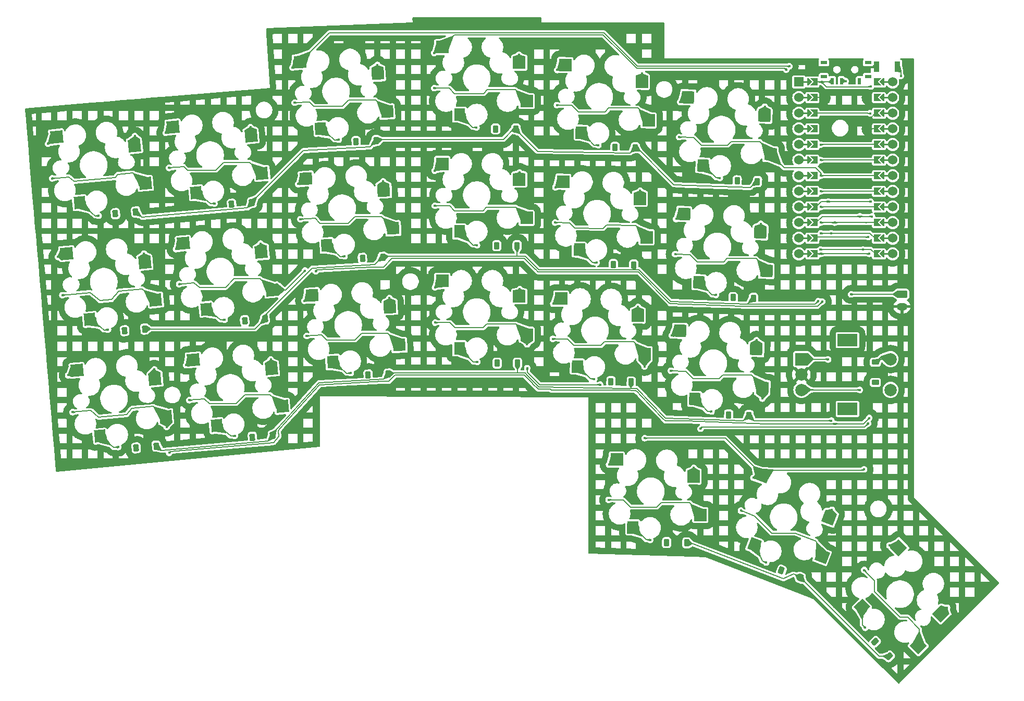
<source format=gtl>
G04 #@! TF.GenerationSoftware,KiCad,Pcbnew,8.0.4*
G04 #@! TF.CreationDate,2024-08-27T16:31:29+02:00*
G04 #@! TF.ProjectId,totem_0_3,746f7465-6d5f-4305-9f33-2e6b69636164,0.3*
G04 #@! TF.SameCoordinates,Original*
G04 #@! TF.FileFunction,Copper,L1,Top*
G04 #@! TF.FilePolarity,Positive*
%FSLAX46Y46*%
G04 Gerber Fmt 4.6, Leading zero omitted, Abs format (unit mm)*
G04 Created by KiCad (PCBNEW 8.0.4) date 2024-08-27 16:31:29*
%MOMM*%
%LPD*%
G01*
G04 APERTURE LIST*
G04 Aperture macros list*
%AMRoundRect*
0 Rectangle with rounded corners*
0 $1 Rounding radius*
0 $2 $3 $4 $5 $6 $7 $8 $9 X,Y pos of 4 corners*
0 Add a 4 corners polygon primitive as box body*
4,1,4,$2,$3,$4,$5,$6,$7,$8,$9,$2,$3,0*
0 Add four circle primitives for the rounded corners*
1,1,$1+$1,$2,$3*
1,1,$1+$1,$4,$5*
1,1,$1+$1,$6,$7*
1,1,$1+$1,$8,$9*
0 Add four rect primitives between the rounded corners*
20,1,$1+$1,$2,$3,$4,$5,0*
20,1,$1+$1,$4,$5,$6,$7,0*
20,1,$1+$1,$6,$7,$8,$9,0*
20,1,$1+$1,$8,$9,$2,$3,0*%
%AMRotRect*
0 Rectangle, with rotation*
0 The origin of the aperture is its center*
0 $1 length*
0 $2 width*
0 $3 Rotation angle, in degrees counterclockwise*
0 Add horizontal line*
21,1,$1,$2,0,0,$3*%
%AMFreePoly0*
4,1,6,0.600000,0.200000,0.000000,-0.400000,-0.600000,0.200000,-0.600000,0.400000,0.600000,0.400000,0.600000,0.200000,0.600000,0.200000,$1*%
%AMFreePoly1*
4,1,6,0.600000,-0.250000,-0.600000,-0.250000,-0.600000,1.000000,0.000000,0.400000,0.600000,1.000000,0.600000,-0.250000,0.600000,-0.250000,$1*%
G04 Aperture macros list end*
G04 #@! TA.AperFunction,EtchedComponent*
%ADD10C,0.254000*%
G04 #@! TD*
G04 #@! TA.AperFunction,ComponentPad*
%ADD11RoundRect,0.225000X0.237950X0.366919X-0.211776X0.382624X-0.237950X-0.366919X0.211776X-0.382624X0*%
G04 #@! TD*
G04 #@! TA.AperFunction,ComponentPad*
%ADD12RoundRect,0.225000X0.426051X0.098645X0.113454X0.422348X-0.426051X-0.098645X-0.113454X-0.422348X0*%
G04 #@! TD*
G04 #@! TA.AperFunction,SMDPad,CuDef*
%ADD13RotRect,2.000000X2.000000X178.000000*%
G04 #@! TD*
G04 #@! TA.AperFunction,SMDPad,CuDef*
%ADD14RotRect,1.800000X2.000000X178.000000*%
G04 #@! TD*
G04 #@! TA.AperFunction,ComponentPad*
%ADD15RoundRect,0.225000X0.205066X0.386262X-0.244318X0.362710X-0.205066X-0.386262X0.244318X-0.362710X0*%
G04 #@! TD*
G04 #@! TA.AperFunction,ComponentPad*
%ADD16RoundRect,0.225000X0.191460X0.393183X-0.256827X0.353963X-0.191460X-0.393183X0.256827X-0.353963X0*%
G04 #@! TD*
G04 #@! TA.AperFunction,SMDPad,CuDef*
%ADD17RotRect,2.000000X2.000000X185.000000*%
G04 #@! TD*
G04 #@! TA.AperFunction,SMDPad,CuDef*
%ADD18RotRect,1.800000X2.000000X185.000000*%
G04 #@! TD*
G04 #@! TA.AperFunction,SMDPad,CuDef*
%ADD19R,0.600000X1.000000*%
G04 #@! TD*
G04 #@! TA.AperFunction,SMDPad,CuDef*
%ADD20R,1.000000X0.600000*%
G04 #@! TD*
G04 #@! TA.AperFunction,SMDPad,CuDef*
%ADD21R,1.100000X0.600000*%
G04 #@! TD*
G04 #@! TA.AperFunction,ComponentPad*
%ADD22RoundRect,0.225000X0.225000X0.375000X-0.225000X0.375000X-0.225000X-0.375000X0.225000X-0.375000X0*%
G04 #@! TD*
G04 #@! TA.AperFunction,ComponentPad*
%ADD23RoundRect,0.225000X0.375000X-0.225000X0.375000X0.225000X-0.375000X0.225000X-0.375000X-0.225000X0*%
G04 #@! TD*
G04 #@! TA.AperFunction,SMDPad,CuDef*
%ADD24RotRect,2.000000X2.000000X183.000000*%
G04 #@! TD*
G04 #@! TA.AperFunction,SMDPad,CuDef*
%ADD25RotRect,1.800000X2.000000X183.000000*%
G04 #@! TD*
G04 #@! TA.AperFunction,ComponentPad*
%ADD26RoundRect,0.250000X-0.625000X0.350000X-0.625000X-0.350000X0.625000X-0.350000X0.625000X0.350000X0*%
G04 #@! TD*
G04 #@! TA.AperFunction,ComponentPad*
%ADD27O,1.750000X1.200000*%
G04 #@! TD*
G04 #@! TA.AperFunction,SMDPad,CuDef*
%ADD28R,2.000000X2.000000*%
G04 #@! TD*
G04 #@! TA.AperFunction,SMDPad,CuDef*
%ADD29R,1.800000X2.000000*%
G04 #@! TD*
G04 #@! TA.AperFunction,ComponentPad*
%ADD30RoundRect,0.225000X0.231510X0.371016X-0.218421X0.378870X-0.231510X-0.371016X0.218421X-0.378870X0*%
G04 #@! TD*
G04 #@! TA.AperFunction,SMDPad,CuDef*
%ADD31RotRect,2.000000X2.000000X179.000000*%
G04 #@! TD*
G04 #@! TA.AperFunction,SMDPad,CuDef*
%ADD32RotRect,1.800000X2.000000X179.000000*%
G04 #@! TD*
G04 #@! TA.AperFunction,ComponentPad*
%ADD33C,1.524000*%
G04 #@! TD*
G04 #@! TA.AperFunction,SMDPad,CuDef*
%ADD34FreePoly0,270.000000*%
G04 #@! TD*
G04 #@! TA.AperFunction,SMDPad,CuDef*
%ADD35FreePoly0,90.000000*%
G04 #@! TD*
G04 #@! TA.AperFunction,SMDPad,CuDef*
%ADD36R,1.524000X1.524000*%
G04 #@! TD*
G04 #@! TA.AperFunction,SMDPad,CuDef*
%ADD37FreePoly1,270.000000*%
G04 #@! TD*
G04 #@! TA.AperFunction,SMDPad,CuDef*
%ADD38FreePoly1,90.000000*%
G04 #@! TD*
G04 #@! TA.AperFunction,SMDPad,CuDef*
%ADD39RotRect,2.000000X2.000000X134.000000*%
G04 #@! TD*
G04 #@! TA.AperFunction,SMDPad,CuDef*
%ADD40RotRect,1.800000X2.000000X134.000000*%
G04 #@! TD*
G04 #@! TA.AperFunction,ComponentPad*
%ADD41R,2.000000X2.000000*%
G04 #@! TD*
G04 #@! TA.AperFunction,ComponentPad*
%ADD42C,2.000000*%
G04 #@! TD*
G04 #@! TA.AperFunction,ComponentPad*
%ADD43R,3.200000X2.000000*%
G04 #@! TD*
G04 #@! TA.AperFunction,SMDPad,CuDef*
%ADD44RotRect,2.000000X2.000000X159.000000*%
G04 #@! TD*
G04 #@! TA.AperFunction,SMDPad,CuDef*
%ADD45RotRect,1.800000X2.000000X159.000000*%
G04 #@! TD*
G04 #@! TA.AperFunction,ComponentPad*
%ADD46RoundRect,0.225000X0.344444X0.269460X-0.075668X0.430725X-0.344444X-0.269460X0.075668X-0.430725X0*%
G04 #@! TD*
G04 #@! TA.AperFunction,SMDPad,CuDef*
%ADD47R,0.900000X1.700000*%
G04 #@! TD*
G04 #@! TA.AperFunction,ViaPad*
%ADD48C,0.450000*%
G04 #@! TD*
G04 #@! TA.AperFunction,Conductor*
%ADD49C,0.200000*%
G04 #@! TD*
G04 APERTURE END LIST*
D10*
X158545803Y-55647359D02*
X160323803Y-55647359D01*
X158545803Y-58187359D02*
X160323803Y-58187359D01*
X158545803Y-60727359D02*
X160323803Y-60727359D01*
X158545803Y-63267359D02*
X160323803Y-63267359D01*
X158545803Y-65807359D02*
X160323803Y-65807359D01*
X158545803Y-68347359D02*
X160323803Y-68347359D01*
X158545803Y-70887359D02*
X160323803Y-70887359D01*
X158545803Y-73427359D02*
X160323803Y-73427359D01*
X158545803Y-75967359D02*
X160323803Y-75967358D01*
X158545803Y-78507359D02*
X160323803Y-78507359D01*
X158545803Y-81047359D02*
X160323803Y-81047359D01*
X158545803Y-83587359D02*
X160323803Y-83587359D01*
X173785803Y-55647359D02*
X172007803Y-55647359D01*
X173785803Y-58187359D02*
X172007803Y-58187359D01*
X173785803Y-60727359D02*
X172007803Y-60727359D01*
X173785803Y-63267359D02*
X172007803Y-63267360D01*
X173785803Y-65807359D02*
X172007803Y-65807359D01*
X173785803Y-68347359D02*
X172007803Y-68347359D01*
X173785803Y-70887359D02*
X172007803Y-70887359D01*
X173785803Y-73427359D02*
X172007803Y-73427359D01*
X173785803Y-75967359D02*
X172007803Y-75967359D01*
X173785803Y-78507359D02*
X172007803Y-78507359D01*
X173785803Y-81047359D02*
X172007803Y-81047359D01*
X173785803Y-83587359D02*
X172007803Y-83587359D01*
D11*
X150443764Y-109876821D03*
X147145774Y-109761653D03*
D12*
X173227579Y-149022003D03*
X170935207Y-146648181D03*
D13*
X139232019Y-96105668D03*
X152617256Y-105358442D03*
D14*
X141647117Y-107176698D03*
D13*
X151635759Y-99080365D03*
D15*
X89900106Y-65168417D03*
X86604628Y-65341125D03*
D16*
X54162291Y-114840647D03*
X50874849Y-115128261D03*
D17*
X56885314Y-62965495D03*
X71298408Y-70518051D03*
D18*
X60631629Y-73659677D03*
D17*
X69559123Y-64406383D03*
D11*
X151185638Y-90815700D03*
X147887648Y-90700532D03*
D19*
X163988400Y-55492400D03*
X165488400Y-55492400D03*
X168388400Y-55492400D03*
D20*
X162588400Y-54785400D03*
D21*
X169788400Y-54785400D03*
X162588400Y-52499400D03*
D20*
X169788400Y-52499400D03*
D22*
X112850096Y-101354821D03*
X109550096Y-101354821D03*
D23*
X170980400Y-104495800D03*
X170980400Y-101195800D03*
D24*
X77500616Y-52409391D03*
X91641350Y-60460356D03*
D25*
X80871427Y-63227803D03*
D24*
X90116418Y-54291711D03*
D26*
X175298400Y-90145800D03*
D27*
X175298400Y-92145800D03*
D11*
X151823317Y-71827187D03*
X148525327Y-71712019D03*
D22*
X112596095Y-63280222D03*
X109296095Y-63280222D03*
D15*
X90951349Y-84142363D03*
X87655871Y-84315071D03*
D28*
X100621522Y-68961942D03*
X114321522Y-77741942D03*
D29*
X103421522Y-79941942D03*
D28*
X113121522Y-71501942D03*
D16*
X71820521Y-94167593D03*
X68533079Y-94455207D03*
D30*
X131324436Y-104408977D03*
X128024938Y-104351383D03*
D13*
X140558201Y-58128814D03*
X153943438Y-67381588D03*
D14*
X142973299Y-69199844D03*
D13*
X152961941Y-61103511D03*
D30*
X131988929Y-66340177D03*
X128689431Y-66282583D03*
D17*
X39613575Y-83549151D03*
X54026669Y-91101707D03*
D18*
X43359890Y-94243333D03*
D17*
X52287384Y-84990039D03*
D15*
X91857728Y-103105901D03*
X88562250Y-103278609D03*
D16*
X73050737Y-113114114D03*
X69763295Y-113401728D03*
D28*
X100621521Y-49961941D03*
X114321521Y-58741941D03*
D29*
X103421521Y-60941941D03*
D28*
X113121521Y-52501941D03*
D31*
X120594221Y-52870765D03*
X134138902Y-61888526D03*
D32*
X123202167Y-63897960D03*
D31*
X133047988Y-55628533D03*
D16*
X52292906Y-95804938D03*
X49005464Y-96092552D03*
D33*
X173785803Y-55647359D03*
D34*
X172007803Y-55647359D03*
D35*
X160323803Y-55647359D03*
D33*
X158545803Y-55647359D03*
D36*
X158545803Y-55647359D03*
D33*
X173785803Y-58187359D03*
D34*
X172007803Y-58187359D03*
D35*
X160323803Y-58187359D03*
D33*
X158545803Y-58187359D03*
X173785803Y-60727359D03*
D34*
X172007803Y-60727359D03*
D35*
X160323803Y-60727359D03*
D33*
X158545803Y-60727359D03*
X173785803Y-63267359D03*
D35*
X160323803Y-63267359D03*
D33*
X158545803Y-63267359D03*
D34*
X172007803Y-63267360D03*
D33*
X173785803Y-65807359D03*
D34*
X172007803Y-65807359D03*
D35*
X160323803Y-65807359D03*
D33*
X158545803Y-65807359D03*
X173785803Y-68347359D03*
D34*
X172007803Y-68347359D03*
D35*
X160323803Y-68347359D03*
D33*
X158545803Y-68347359D03*
X173785803Y-70887359D03*
D34*
X172007803Y-70887359D03*
D35*
X160323803Y-70887359D03*
D33*
X158545803Y-70887359D03*
X173785803Y-73427359D03*
D34*
X172007803Y-73427359D03*
D35*
X160323803Y-73427359D03*
D33*
X158545803Y-73427359D03*
D35*
X160323803Y-75967358D03*
D33*
X173785803Y-75967359D03*
D34*
X172007803Y-75967359D03*
D33*
X158545803Y-75967359D03*
X173785803Y-78507359D03*
D34*
X172007803Y-78507359D03*
D35*
X160323803Y-78507359D03*
D33*
X158545803Y-78507359D03*
X173785803Y-81047359D03*
D34*
X172007803Y-81047359D03*
D35*
X160323803Y-81047359D03*
D33*
X158545803Y-81047359D03*
X173785803Y-83587359D03*
D34*
X172007803Y-83587359D03*
D35*
X160323803Y-83587359D03*
D33*
X158545803Y-83587359D03*
D37*
X170991803Y-55647359D03*
X170991803Y-58187359D03*
X170991803Y-60727359D03*
X170991803Y-63267359D03*
X170991803Y-65807359D03*
X170991803Y-68347359D03*
X170991803Y-70887359D03*
X170991803Y-73427359D03*
X170991803Y-75967359D03*
X170991803Y-78507359D03*
X170991803Y-81047359D03*
X170991803Y-83587359D03*
D38*
X161339803Y-83587359D03*
X161339803Y-81047359D03*
X161339803Y-78507359D03*
X161339803Y-75967359D03*
X161339803Y-73427359D03*
X161339803Y-70887359D03*
X161339803Y-68347359D03*
X161339803Y-65807359D03*
X161339803Y-63267359D03*
X161339803Y-60727359D03*
X161339803Y-58187359D03*
X161339803Y-55647359D03*
D31*
X128975821Y-117026818D03*
X142520502Y-126044579D03*
D32*
X131583767Y-128054013D03*
D31*
X141429588Y-119784586D03*
D16*
X50795456Y-76762961D03*
X47508014Y-77050575D03*
D24*
X78495001Y-71383348D03*
X92635735Y-79434313D03*
D25*
X81865812Y-82201760D03*
D24*
X91110803Y-73265668D03*
D39*
X174754234Y-131354428D03*
X177955251Y-147308483D03*
D40*
X168800927Y-140995928D03*
D39*
X181610341Y-142110607D03*
D13*
X139895110Y-77117243D03*
X153280347Y-86370017D03*
D14*
X142310208Y-88188273D03*
D13*
X152298850Y-80091940D03*
D41*
X158955200Y-100701400D03*
D42*
X158955200Y-105701400D03*
X158955200Y-103201400D03*
D43*
X166455200Y-97601400D03*
X166455200Y-108801400D03*
D42*
X173455200Y-105701400D03*
X173455200Y-100701400D03*
D17*
X41273892Y-102526660D03*
X55686986Y-110079216D03*
D18*
X45020207Y-113220842D03*
D17*
X53947701Y-103967548D03*
X60197231Y-100820894D03*
X74610325Y-108373450D03*
D18*
X63943546Y-111515076D03*
D17*
X72871040Y-102261782D03*
D28*
X100621519Y-87961939D03*
X114321519Y-96741939D03*
D29*
X103421519Y-98941939D03*
D28*
X113121519Y-90501939D03*
D16*
X69682820Y-75238017D03*
X66395378Y-75525631D03*
D24*
X79489383Y-90357314D03*
X93630117Y-98408279D03*
D25*
X82860194Y-101175726D03*
D24*
X92105185Y-92239634D03*
D44*
X152685033Y-119654164D03*
X162328613Y-132760641D03*
D45*
X151364178Y-130908307D03*
D44*
X163444534Y-126505058D03*
D30*
X131732648Y-85388606D03*
X128433150Y-85331012D03*
D46*
X158798438Y-136239116D03*
X155717624Y-135056502D03*
D30*
X140368658Y-130580408D03*
X137069160Y-130522814D03*
D17*
X37953258Y-64571642D03*
X52366352Y-72124198D03*
D18*
X41699573Y-75265824D03*
D17*
X50627067Y-66012530D03*
D22*
X112780634Y-82265360D03*
X109480634Y-82265360D03*
D31*
X119931033Y-90864982D03*
X133475714Y-99882743D03*
D32*
X122538979Y-101892177D03*
D31*
X132384800Y-93622750D03*
X120262627Y-71867874D03*
X133807308Y-80885635D03*
D32*
X122870573Y-82895069D03*
D31*
X132716394Y-74625642D03*
D17*
X58541271Y-81893195D03*
X72954365Y-89445751D03*
D18*
X62287586Y-92587377D03*
D17*
X71215080Y-83334083D03*
D47*
X171194400Y-53188800D03*
X174594400Y-53188800D03*
D48*
X170116800Y-60732600D03*
X175120600Y-54662000D03*
X166179800Y-55500200D03*
X162254203Y-55647356D03*
X170249962Y-56389200D03*
X162406603Y-63267356D03*
X162432002Y-58187357D03*
X170052002Y-61723200D03*
X162150200Y-59818200D03*
X170026602Y-63267357D03*
X170026603Y-58187357D03*
X44792940Y-77389326D03*
X50671047Y-64432510D03*
X162074000Y-73427359D03*
X72749128Y-100775424D03*
X66912146Y-113156885D03*
X71098127Y-81903222D03*
X65261144Y-94284685D03*
X69447127Y-63005621D03*
X63610144Y-75387085D03*
X92022362Y-90786221D03*
X85756829Y-102956431D03*
X91006364Y-71812422D03*
X84740830Y-83982630D03*
X162150200Y-83587359D03*
X161709400Y-91263400D03*
X169998800Y-83587359D03*
X90066560Y-52864018D03*
X83801030Y-65034233D03*
X113208034Y-89340360D03*
X106314151Y-101165982D03*
X106263349Y-82166780D03*
X113157234Y-70341159D03*
X113071521Y-51211939D03*
X106177634Y-63037559D03*
X125315819Y-103918797D03*
X132415040Y-92215292D03*
X163817600Y-80239800D03*
X162147361Y-80239800D03*
X163817600Y-110689157D03*
X132770642Y-73317692D03*
X125671421Y-85021196D03*
X125976221Y-65920396D03*
X133075443Y-54216893D03*
X151667466Y-97635137D03*
X144365070Y-109212960D03*
X145076271Y-90264561D03*
X152378664Y-78686738D03*
X169821000Y-80849400D03*
X169812000Y-111151600D03*
X142566800Y-112015200D03*
X145711269Y-71239961D03*
X153013665Y-59662140D03*
X134383620Y-130080796D03*
X141482843Y-118377293D03*
X153247121Y-133765567D03*
X163921041Y-125195947D03*
X169337804Y-144364328D03*
X182633339Y-141108607D03*
X57873254Y-88505795D03*
X57347979Y-82814918D03*
X78307203Y-86305157D03*
X80059803Y-86406756D03*
X162124800Y-75967358D03*
X162369800Y-91339600D03*
X59524254Y-107377993D03*
X56222254Y-69608193D03*
X58998977Y-101687117D03*
X55696979Y-63917318D03*
X156996402Y-53081957D03*
X162074000Y-65832757D03*
X78575119Y-96923225D03*
X76619318Y-59001023D03*
X77232772Y-72243685D03*
X78248772Y-91217484D03*
X76292972Y-53295283D03*
X77559119Y-77949424D03*
X99321519Y-56636761D03*
X99458037Y-94765182D03*
X114426003Y-102160000D03*
X127640259Y-123561316D03*
X126262403Y-104847157D03*
X156488403Y-53640756D03*
X99407235Y-75765981D03*
X99430747Y-89050182D03*
X99294234Y-50921760D03*
X162074000Y-68347359D03*
X127712718Y-117846709D03*
X114400603Y-98293957D03*
X99379948Y-70050981D03*
X133501402Y-113559357D03*
X118572458Y-97399315D03*
X119232861Y-59400917D03*
X162051005Y-82876157D03*
X151162826Y-119987703D03*
X133476003Y-101900757D03*
X169151600Y-118619200D03*
X118928061Y-78501714D03*
X119305317Y-53686311D03*
X168973800Y-82876157D03*
X118644918Y-91684709D03*
X149140228Y-125332895D03*
X119000518Y-72787109D03*
X137908695Y-96864315D03*
X152616200Y-107113000D03*
X173271571Y-130996484D03*
X169179497Y-134986082D03*
X162099400Y-70887358D03*
X139254897Y-58891315D03*
X137736518Y-102576786D03*
X138619896Y-77915916D03*
X139082717Y-64603787D03*
X138447716Y-83628386D03*
X52149729Y-83528822D03*
X46312744Y-95910287D03*
X163309600Y-75083600D03*
X163309600Y-100763000D03*
X170243800Y-75083600D03*
X53835433Y-102350204D03*
X47981368Y-114998952D03*
X168465800Y-77496600D03*
X168465800Y-105701400D03*
X170447000Y-77496600D03*
X39845849Y-103319164D03*
X40563673Y-109324654D03*
X38898928Y-90296539D03*
X164376400Y-111212033D03*
X36579298Y-65690876D03*
X56247636Y-115933054D03*
X38163395Y-84088622D03*
X169989800Y-110262600D03*
X162099400Y-78507359D03*
X164376400Y-78507359D03*
X37238611Y-71319030D03*
X55829546Y-111737126D03*
X167052400Y-90171200D03*
D49*
X170116800Y-60732600D02*
X169837400Y-60732600D01*
X169837400Y-60732600D02*
X169832159Y-60727359D01*
X169832159Y-60727359D02*
X161339803Y-60727359D01*
X174594400Y-53188800D02*
X175120600Y-53715000D01*
X175120600Y-53715000D02*
X175120600Y-54662000D01*
X168465800Y-105701400D02*
X158955200Y-105701400D01*
X170052002Y-61667156D02*
X170052002Y-61723200D01*
X170991802Y-60727356D02*
X170052002Y-61667156D01*
X166172000Y-55492400D02*
X166179800Y-55500200D01*
X165488400Y-55492400D02*
X166172000Y-55492400D01*
X163013800Y-56414600D02*
X170224562Y-56414600D01*
X162254203Y-55647356D02*
X163833444Y-55647356D01*
X162254203Y-55647356D02*
X162254203Y-55655003D01*
X162254203Y-55647356D02*
X161339805Y-55647356D01*
X170224562Y-56414600D02*
X170249962Y-56389200D01*
X162254203Y-55655003D02*
X163013800Y-56414600D01*
X170026604Y-63267358D02*
X170026602Y-63267357D01*
X170991802Y-63267359D02*
X170026604Y-63267358D01*
X161339802Y-58187359D02*
X162432000Y-58187359D01*
X162432000Y-58187359D02*
X162432002Y-58187357D01*
X44792940Y-77389326D02*
X44283391Y-77433906D01*
X44283391Y-77433906D02*
X41699572Y-75265824D01*
X50671047Y-64432510D02*
X50792076Y-65815879D01*
X112355234Y-63164561D02*
X116116137Y-66925464D01*
X51832224Y-77632913D02*
X68928318Y-76137198D01*
X151144001Y-72350993D02*
X151796036Y-71698961D01*
X69780075Y-75044415D02*
X78039641Y-66784852D01*
X131425158Y-66925462D02*
X132116245Y-66234375D01*
X89177795Y-65853269D02*
X88849070Y-66218354D01*
X68928318Y-76137198D02*
X69682821Y-75238017D01*
X162074000Y-73427359D02*
X170991803Y-73427359D01*
X132116245Y-66234375D02*
X138232860Y-72350994D01*
X88849070Y-66218354D02*
X78039641Y-66784852D01*
X131111794Y-67187215D02*
X116116137Y-66925464D01*
X90052323Y-64978742D02*
X110541055Y-64978741D01*
X131988927Y-66340175D02*
X131111794Y-67187215D01*
X50795456Y-76762962D02*
X51832224Y-77632913D01*
X89177795Y-65853269D02*
X90052323Y-64978742D01*
X151144001Y-72350993D02*
X150677958Y-72785585D01*
X110541055Y-64978741D02*
X112355234Y-63164561D01*
X150677958Y-72785585D02*
X138232860Y-72350994D01*
X72749128Y-100775424D02*
X72857202Y-102010704D01*
X63983874Y-111309451D02*
X66254165Y-113214453D01*
X66254165Y-113214453D02*
X66912146Y-113156885D01*
X62332874Y-92437251D02*
X64603166Y-94342254D01*
X71098127Y-81903222D02*
X71206200Y-83138505D01*
X64603166Y-94342254D02*
X65261144Y-94284685D01*
X69447127Y-63005621D02*
X69555200Y-64240903D01*
X60681873Y-73539649D02*
X62952165Y-75444653D01*
X62952165Y-75444653D02*
X63610144Y-75387085D01*
X85097241Y-102990998D02*
X85756829Y-102956431D01*
X92022362Y-90786221D02*
X92087257Y-92024520D01*
X82894815Y-101007926D02*
X85097241Y-102990998D01*
X91006364Y-71812422D02*
X91071259Y-73050718D01*
X84081239Y-84017201D02*
X84740830Y-83982630D01*
X81878815Y-82034126D02*
X84081239Y-84017201D01*
X114093215Y-83977941D02*
X116273274Y-86158000D01*
X131721000Y-86165234D02*
X132581910Y-86165234D01*
X90073762Y-84870902D02*
X90966722Y-83977940D01*
X132581910Y-86165234D02*
X137759694Y-91343017D01*
X161709400Y-91263400D02*
X161206643Y-91766157D01*
X112749602Y-83977941D02*
X114093215Y-83977941D01*
X137759694Y-91343017D02*
X150155946Y-91775905D01*
X70203514Y-95784600D02*
X71820521Y-94167593D01*
X71405677Y-93992814D02*
X79505731Y-85892762D01*
X127631600Y-86158000D02*
X116273274Y-86158000D01*
X169998800Y-83587359D02*
X162150200Y-83587359D01*
X90966722Y-83977940D02*
X112749602Y-83977941D01*
X79505731Y-85892762D02*
X89631491Y-85362092D01*
X89631491Y-85362092D02*
X90073762Y-84870902D01*
X112780635Y-83946908D02*
X112749602Y-83977941D01*
X161206643Y-91766157D02*
X153161005Y-91766157D01*
X52313244Y-95784600D02*
X70203514Y-95784600D01*
X131732648Y-85388606D02*
X131732648Y-86153586D01*
X131732648Y-86153586D02*
X131721000Y-86165234D01*
X112780635Y-82265360D02*
X112780635Y-83946908D01*
X150155946Y-91775905D02*
X151185639Y-90815699D01*
X153151257Y-91775904D02*
X150155946Y-91775905D01*
X131721000Y-86165234D02*
X127638834Y-86165234D01*
X153161005Y-91766157D02*
X153151257Y-91775904D01*
X127638834Y-86165234D02*
X127631600Y-86158000D01*
X162150200Y-83587359D02*
X161339803Y-83587359D01*
X83141441Y-65068798D02*
X83801030Y-65034233D01*
X90066560Y-52864018D02*
X90131457Y-54102320D01*
X80939016Y-63085727D02*
X83141441Y-65068798D01*
X105653656Y-101165984D02*
X106314151Y-101165982D01*
X103558034Y-99070359D02*
X105653656Y-101165984D01*
X113208034Y-89340360D02*
X113208035Y-90580360D01*
X105602854Y-82166783D02*
X106263349Y-82166780D01*
X113157234Y-70341159D02*
X113157236Y-71581162D01*
X103507234Y-80071161D02*
X105602854Y-82166783D01*
X105517140Y-63037560D02*
X106177634Y-63037559D01*
X113071521Y-51211939D02*
X113071522Y-52451940D01*
X103421518Y-60941939D02*
X105517140Y-63037560D01*
X122596701Y-101775396D02*
X124655428Y-103907270D01*
X132415040Y-92215292D02*
X132393398Y-93455102D01*
X124655428Y-103907270D02*
X125315819Y-103918797D01*
X54162291Y-114840647D02*
X54981601Y-115528129D01*
X54981601Y-115528129D02*
X72296235Y-114013295D01*
X151256099Y-110689156D02*
X150443764Y-109876821D01*
X130697750Y-105439798D02*
X131307256Y-105450435D01*
X163817600Y-110689157D02*
X163817599Y-110689156D01*
X112850094Y-101354821D02*
X112850097Y-102950740D01*
X170075000Y-80239800D02*
X170882559Y-81047359D01*
X91072303Y-103978200D02*
X80546749Y-104529822D01*
X112851096Y-102951738D02*
X114067813Y-102951738D01*
X72296235Y-114013295D02*
X73050737Y-113114114D01*
X136882364Y-110308832D02*
X136887456Y-110304083D01*
X91857728Y-103105900D02*
X91072303Y-103978200D01*
X110311095Y-102951741D02*
X112851096Y-102951738D01*
X131324435Y-104408978D02*
X131306275Y-105449419D01*
X130697750Y-105439798D02*
X116291221Y-105188331D01*
X131307256Y-105450435D02*
X132205809Y-105466121D01*
X136887456Y-110304083D02*
X149512786Y-110744970D01*
X116291221Y-105188331D02*
X115920231Y-104804158D01*
X91931920Y-102951740D02*
X110311095Y-102951741D01*
X132205809Y-105466121D02*
X136882364Y-110308832D01*
X114067813Y-102951738D02*
X114362794Y-103246722D01*
X131306275Y-105449419D02*
X131307256Y-105450435D01*
X149512786Y-110744970D02*
X150443763Y-109876821D01*
X115920231Y-104804158D02*
X114362794Y-103246722D01*
X80546749Y-104529822D02*
X73037905Y-112869240D01*
X162147361Y-80239800D02*
X170075000Y-80239800D01*
X112850097Y-102950740D02*
X112851096Y-102951738D01*
X163817599Y-110689156D02*
X151256099Y-110689156D01*
X132770642Y-73317692D02*
X132749002Y-74557503D01*
X125011028Y-85009669D02*
X125671421Y-85021196D01*
X122952297Y-82877792D02*
X125011028Y-85009669D01*
X123257099Y-63776993D02*
X125315829Y-65908869D01*
X133075443Y-54216893D02*
X133053802Y-55456704D01*
X125315829Y-65908869D02*
X125976221Y-65920396D01*
X141683770Y-107022428D02*
X143704981Y-109189912D01*
X151667466Y-97635137D02*
X151624190Y-98874380D01*
X143704981Y-109189912D02*
X144365070Y-109212960D01*
X144416177Y-90241512D02*
X145076271Y-90264561D01*
X142394970Y-88074031D02*
X144416177Y-90241512D01*
X152378664Y-78686738D02*
X152335390Y-79925983D01*
X157678228Y-135649296D02*
X158905185Y-136120282D01*
X140368658Y-130580406D02*
X141030144Y-130591954D01*
X141030144Y-130591954D02*
X141079867Y-130643440D01*
X158798439Y-136239116D02*
X171560839Y-149001516D01*
X141079867Y-130643440D02*
X156031057Y-136382664D01*
X140498243Y-130420176D02*
X141079867Y-130643440D01*
X165735507Y-111712033D02*
X142869967Y-111712033D01*
X142869967Y-111712033D02*
X142566800Y-112015200D01*
X172053959Y-149001516D02*
X173227578Y-149022002D01*
X169821000Y-80849400D02*
X169795600Y-80874800D01*
X156031057Y-136382664D02*
X157678228Y-135649296D01*
X171560839Y-149001516D02*
X172053959Y-149001516D01*
X165737140Y-111710400D02*
X165735507Y-111712033D01*
X169253200Y-111710400D02*
X165737140Y-111710400D01*
X161530118Y-80874800D02*
X161357559Y-81047359D01*
X169812000Y-111151600D02*
X169253200Y-111710400D01*
X169795600Y-80874800D02*
X161530118Y-80874800D01*
X153013665Y-59662140D02*
X152970389Y-60901382D01*
X143029971Y-69049431D02*
X145051177Y-71216910D01*
X145051177Y-71216910D02*
X145711269Y-71239961D01*
X131664499Y-127937395D02*
X133723226Y-130069272D01*
X141482843Y-118377293D02*
X141461201Y-119617101D01*
X133723226Y-130069272D02*
X134383620Y-130080796D01*
X151425071Y-130821435D02*
X152630496Y-133528867D01*
X152630496Y-133528867D02*
X153247121Y-133765567D01*
X163921041Y-125195947D02*
X163476664Y-126353586D01*
X168930709Y-140926007D02*
X168878989Y-143889209D01*
X168878989Y-143889209D02*
X169337804Y-144364328D01*
X182633339Y-141108607D02*
X181741358Y-141969985D01*
X72646455Y-106486103D02*
X68517697Y-106486103D01*
X137513772Y-91563788D02*
X137658445Y-91708460D01*
X137611570Y-91668047D02*
X137522299Y-91572314D01*
X66810066Y-87613902D02*
X65389451Y-89034517D01*
X62806741Y-107906715D02*
X61926196Y-107167849D01*
X75166608Y-89445752D02*
X78307203Y-86305157D01*
X59871492Y-100647296D02*
X58998977Y-101687117D01*
X72999652Y-89295625D02*
X70995456Y-87613902D01*
X59204347Y-69978200D02*
X58624196Y-69398049D01*
X132463584Y-86513600D02*
X137513772Y-91563788D01*
X60275197Y-88295650D02*
X57873254Y-88505795D01*
X137522299Y-91572314D02*
X137513772Y-91563788D01*
X69344454Y-68716304D02*
X65114096Y-68716304D01*
X92455003Y-84307941D02*
X113945141Y-84307941D01*
X91039023Y-85723921D02*
X92455003Y-84307941D01*
X89032814Y-85723920D02*
X91039023Y-85723921D01*
X115764318Y-86115733D02*
X116162185Y-86513600D01*
X74650653Y-108167825D02*
X72646455Y-106486103D01*
X65114096Y-68716304D02*
X63852200Y-69978200D01*
X149320073Y-92076916D02*
X140039102Y-91752817D01*
X71348654Y-70398027D02*
X69344454Y-68716304D01*
X61155743Y-89034517D02*
X60275197Y-88295650D01*
X63852200Y-69978200D02*
X59204347Y-69978200D01*
X61926196Y-107167849D02*
X59524254Y-107377993D01*
X113945141Y-84307941D02*
X115752933Y-86115733D01*
X80284138Y-86182420D02*
X89032814Y-85723920D01*
X65389451Y-89034517D02*
X61155743Y-89034517D01*
X115752933Y-86115733D02*
X115764318Y-86115733D01*
X72954364Y-89445751D02*
X75166608Y-89445752D01*
X70995456Y-87613902D02*
X66810066Y-87613902D01*
X68517697Y-106486103D02*
X67097085Y-107906715D01*
X116162185Y-86513600D02*
X132463584Y-86513600D01*
X161603496Y-92105904D02*
X149349062Y-92105904D01*
X58220491Y-81775097D02*
X57347979Y-82814918D01*
X56569492Y-62877497D02*
X55696979Y-63917318D01*
X80059803Y-86406756D02*
X80284138Y-86182420D01*
X140039102Y-91752817D02*
X137611570Y-91668047D01*
X162369800Y-91339600D02*
X161603496Y-92105904D01*
X149349062Y-92105904D02*
X149320073Y-92076916D01*
X162124800Y-75967358D02*
X170991802Y-75967358D01*
X58624196Y-69398049D02*
X56222254Y-69608193D01*
X67097085Y-107906715D02*
X62806741Y-107906715D01*
X79767295Y-59615000D02*
X79027131Y-58874836D01*
X86387965Y-77516035D02*
X85289800Y-78614200D01*
X156996402Y-53081957D02*
X132333003Y-53081957D01*
X90704453Y-77516035D02*
X86387965Y-77516035D01*
X162074000Y-65832757D02*
X162099399Y-65807358D01*
X78141042Y-71234946D02*
X77232772Y-72243685D01*
X80982932Y-96797036D02*
X78575119Y-96923225D01*
X84362512Y-59615000D02*
X79767295Y-59615000D01*
X79027131Y-58874836D02*
X76619318Y-59001023D01*
X79157042Y-90208747D02*
X78248772Y-91217484D01*
X92648739Y-79266679D02*
X90704453Y-77516035D01*
X85289800Y-78614200D02*
X80757890Y-78614200D01*
X126897403Y-47646356D02*
X82263650Y-47646356D01*
X85409874Y-58567638D02*
X84362512Y-59615000D01*
X89764649Y-58567638D02*
X85409874Y-58567638D01*
X80757890Y-78614200D02*
X79966929Y-77823239D01*
X81837154Y-97566185D02*
X80982932Y-96797036D01*
X132333003Y-53081957D02*
X126897403Y-47646356D01*
X86429215Y-97566185D02*
X81837154Y-97566185D01*
X82263650Y-47646356D02*
X77500616Y-52409391D01*
X91708936Y-60318280D02*
X89764649Y-58567638D01*
X162099399Y-65807358D02*
X170991803Y-65807358D01*
X77201242Y-52286548D02*
X76292972Y-53295283D01*
X87505561Y-96489839D02*
X86429215Y-97566185D01*
X93664739Y-98240483D02*
X91720451Y-96489839D01*
X79966929Y-77823239D02*
X77559119Y-77949424D01*
X91720451Y-96489839D02*
X87505561Y-96489839D01*
X130258157Y-51473802D02*
X132196313Y-53411957D01*
X112608034Y-95020359D02*
X107831436Y-95020359D01*
X101869152Y-94765180D02*
X99458037Y-94765182D01*
X126760713Y-47976356D02*
X130258157Y-51473802D01*
X102681952Y-95577981D02*
X101869152Y-94765180D01*
X114407233Y-77871160D02*
X112557236Y-76021161D01*
X100339770Y-69091160D02*
X99379948Y-70050981D01*
X107223015Y-76578783D02*
X102631149Y-76578782D01*
X132196313Y-53411957D02*
X135762002Y-53411956D01*
X136174846Y-124045954D02*
X135480200Y-124740600D01*
X140783802Y-124045954D02*
X136174846Y-124045954D01*
X116450357Y-104847157D02*
X126262403Y-104847157D01*
X107273814Y-95577982D02*
X102681952Y-95577981D01*
X101732637Y-56636759D02*
X99321519Y-56636761D01*
X114400603Y-98293957D02*
X114400603Y-96821023D01*
X128689145Y-116903786D02*
X127712718Y-117846709D01*
X100621522Y-49961941D02*
X102607105Y-47976357D01*
X102631149Y-76578782D02*
X101818351Y-75765982D01*
X102607105Y-47976357D02*
X126760713Y-47976356D01*
X107950392Y-56891940D02*
X107310132Y-57532200D01*
X156259603Y-53411957D02*
X156488403Y-53640756D01*
X114458033Y-96870359D02*
X112608034Y-95020359D01*
X162074000Y-68347359D02*
X170991802Y-68347359D01*
X107831436Y-95020359D02*
X107273814Y-95577982D01*
X135480200Y-124740600D02*
X131188209Y-124740600D01*
X100390572Y-88090363D02*
X99430747Y-89050182D01*
X114321521Y-58741939D02*
X112471521Y-56891940D01*
X101818351Y-75765982D02*
X99407235Y-75765981D01*
X114426003Y-102822803D02*
X116450357Y-104847157D01*
X112471521Y-56891940D02*
X107950392Y-56891940D01*
X114426003Y-102160000D02*
X114426003Y-102822803D01*
X135762002Y-53411956D02*
X156259603Y-53411957D01*
X107310132Y-57532200D02*
X102628078Y-57532200D01*
X142601235Y-125927959D02*
X140783802Y-124045954D01*
X107780636Y-76021160D02*
X107223015Y-76578783D01*
X100254054Y-49961940D02*
X99294234Y-50921760D01*
X112557236Y-76021161D02*
X107780636Y-76021160D01*
X102628078Y-57532200D02*
X101732637Y-56636759D01*
X130051006Y-123603397D02*
X127640259Y-123561316D01*
X131188209Y-124740600D02*
X130051006Y-123603397D01*
X157965736Y-128982400D02*
X157984600Y-129001264D01*
X127655007Y-59885555D02*
X127036562Y-60504000D01*
X119621342Y-90741786D02*
X118644918Y-91684709D01*
X152685033Y-119654164D02*
X146590226Y-113559357D01*
X121643607Y-59442997D02*
X119232861Y-59400917D01*
X133475713Y-101621068D02*
X133475713Y-99882743D01*
X152402866Y-119435604D02*
X151162826Y-119987703D01*
X122137298Y-79370658D02*
X121338810Y-78543795D01*
X120281742Y-52743386D02*
X119305317Y-53686311D01*
X149140228Y-125332895D02*
X151391199Y-126196961D01*
X151391199Y-126196961D02*
X154176638Y-128982400D01*
X153598241Y-118740956D02*
X152685033Y-119654164D01*
X127036562Y-60504000D02*
X122704610Y-60504000D01*
X157984600Y-129001264D02*
X161325363Y-130283661D01*
X170991803Y-83587357D02*
X170280603Y-82876157D01*
X146590226Y-113559357D02*
X133501402Y-113559357D01*
X126728465Y-79450798D02*
X122137298Y-79370658D01*
X132071603Y-78986354D02*
X127295733Y-78902992D01*
X120983207Y-97441398D02*
X118572458Y-97399315D01*
X133889036Y-80868360D02*
X132071603Y-78986354D01*
X133476003Y-101621357D02*
X133475713Y-101621068D01*
X126980044Y-97883956D02*
X126387000Y-98477000D01*
X170280603Y-82876157D02*
X162051005Y-82876157D01*
X133533434Y-99765961D02*
X131716002Y-97883956D01*
X134193834Y-61767559D02*
X132376403Y-59885555D01*
X121338810Y-78543795D02*
X118928061Y-78501714D01*
X122018809Y-98477000D02*
X120983207Y-97441398D01*
X169151600Y-118619200D02*
X169029844Y-118740956D01*
X126387000Y-98477000D02*
X122018809Y-98477000D01*
X154176638Y-128982400D02*
X157965736Y-128982400D01*
X161325363Y-130283661D02*
X162389505Y-132673766D01*
X131716002Y-97883956D02*
X126980044Y-97883956D01*
X122704610Y-60504000D02*
X121643607Y-59442997D01*
X119976944Y-71844185D02*
X119000518Y-72787109D01*
X132376403Y-59885555D02*
X127655007Y-59885555D01*
X127295733Y-78902992D02*
X126728465Y-79450798D01*
X169029844Y-118740956D02*
X153598241Y-118740956D01*
X133476003Y-101900757D02*
X133476003Y-101621357D01*
X147582860Y-65317740D02*
X146986400Y-65914200D01*
X170836068Y-138481068D02*
X175001787Y-142646787D01*
X140857363Y-83712535D02*
X138447716Y-83628386D01*
X151580801Y-84342340D02*
X146870335Y-84342340D01*
X169179497Y-134986082D02*
X170854401Y-136720496D01*
X138901431Y-95938578D02*
X137908695Y-96864315D01*
X146870335Y-84342340D02*
X146322883Y-84889792D01*
X152617256Y-107111944D02*
X152616200Y-107113000D01*
X154000107Y-67231174D02*
X152215800Y-65317740D01*
X152215800Y-65317740D02*
X147582860Y-65317740D01*
X156159050Y-69597200D02*
X161252200Y-69597200D01*
X141372359Y-103887128D02*
X140146163Y-102660932D01*
X174628754Y-131020172D02*
X173271571Y-130996484D01*
X146986400Y-65914200D02*
X142718630Y-65914200D01*
X146322883Y-84889792D02*
X142034620Y-84889792D01*
X146185863Y-103290737D02*
X145589472Y-103887128D01*
X152653911Y-105204179D02*
X150869598Y-103290737D01*
X140146163Y-102660932D02*
X137736518Y-102576786D01*
X170854401Y-136720496D02*
X170836068Y-137770800D01*
X153943438Y-67381588D02*
X156159050Y-69597200D01*
X142718630Y-65914200D02*
X141492364Y-64687934D01*
X150869598Y-103290737D02*
X146185863Y-103290737D01*
X170836068Y-137770800D02*
X170836068Y-138481068D01*
X152617256Y-105358442D02*
X152617256Y-107111944D01*
X175001787Y-142646787D02*
X176222613Y-142646787D01*
X139612632Y-76990174D02*
X138619896Y-77915916D01*
X178130696Y-144622664D02*
X178085037Y-147238562D01*
X176222613Y-142646787D02*
X178130696Y-144622664D01*
X162099400Y-70444400D02*
X162099400Y-70887358D01*
X140247631Y-57965575D02*
X139254897Y-58891315D01*
X161252200Y-69597200D02*
X162099400Y-70444400D01*
X145589472Y-103887128D02*
X141372359Y-103887128D01*
X141492364Y-64687934D02*
X139082717Y-64603787D01*
X142034620Y-84889792D02*
X140857363Y-83712535D01*
X153365111Y-86255775D02*
X151580801Y-84342340D01*
X162099400Y-70887358D02*
X170991803Y-70887358D01*
X52149729Y-83528822D02*
X52257800Y-84764104D01*
X45654763Y-95967851D02*
X46312744Y-95910287D01*
X43384473Y-94062850D02*
X45654763Y-95967851D01*
X173455200Y-100701400D02*
X171474800Y-100701400D01*
X171474800Y-100701400D02*
X170980400Y-101195800D01*
X170243800Y-75083600D02*
X163309600Y-75083600D01*
X163248000Y-100701400D02*
X163309600Y-100763000D01*
X162223562Y-75083600D02*
X161339803Y-75967359D01*
X163309600Y-75083600D02*
X162223562Y-75083600D01*
X158955200Y-100701400D02*
X163248000Y-100701400D01*
X47981368Y-114998952D02*
X47218786Y-115065669D01*
X53947700Y-103967548D02*
X53808961Y-102381752D01*
X47218786Y-115065669D02*
X45020206Y-113220842D01*
X53808961Y-102381752D02*
X53835433Y-102350204D01*
X162350562Y-77496600D02*
X161339803Y-78507359D01*
X168465800Y-77496600D02*
X162350562Y-77496600D01*
X170447000Y-77496600D02*
X168465800Y-77496600D01*
X164386033Y-111202400D02*
X164376400Y-111212033D01*
X118366568Y-105771229D02*
X118146097Y-105550758D01*
X56414650Y-115734014D02*
X56247636Y-115933054D01*
X110055569Y-103281741D02*
X92938173Y-103281740D01*
X136869237Y-110762395D02*
X136484564Y-110377722D01*
X46903716Y-91024044D02*
X44980662Y-91192289D01*
X47909868Y-70657023D02*
X47440053Y-71216927D01*
X164376399Y-111212034D02*
X153286098Y-111212034D01*
X74228984Y-112039589D02*
X74228978Y-112039596D01*
X140556058Y-110762395D02*
X136869237Y-110762395D01*
X113931122Y-103281739D02*
X110055571Y-103281739D01*
X92938173Y-103281740D02*
X91900913Y-104319000D01*
X162099400Y-78507359D02*
X170991803Y-78507359D01*
X130955017Y-105774339D02*
X130779923Y-105774339D01*
X115318292Y-104668909D02*
X113931122Y-103281739D01*
X132717697Y-106471249D02*
X132717693Y-106471245D01*
X55831799Y-111734440D02*
X55829546Y-111737126D01*
X169604893Y-110647507D02*
X169604893Y-110651600D01*
X55686986Y-110079216D02*
X55831799Y-111734440D01*
X39613574Y-83549151D02*
X38537033Y-83643336D01*
X38537033Y-83643336D02*
X38163395Y-84088622D01*
X53682788Y-108397494D02*
X50218368Y-108700591D01*
X80664299Y-104892446D02*
X74228984Y-112039589D01*
X164376400Y-78507359D02*
X169490800Y-78507359D01*
X48058196Y-89648189D02*
X46903716Y-91024044D01*
X73991282Y-112303584D02*
X74075611Y-113267468D01*
X162099400Y-78507359D02*
X164376400Y-78507359D01*
X55686986Y-110079216D02*
X53682788Y-108397494D01*
X132717693Y-106471245D02*
X132364415Y-106105415D01*
X47440053Y-71216927D02*
X40810577Y-71796931D01*
X37483997Y-64612697D02*
X36579298Y-65690876D01*
X169989800Y-110262600D02*
X169604893Y-110647507D01*
X49356030Y-109728286D02*
X44750821Y-110131189D01*
X73241198Y-114261882D02*
X56414650Y-115734014D01*
X118146097Y-105550758D02*
X116183656Y-105550758D01*
X116183656Y-105550758D02*
X115318292Y-104685394D01*
X44980662Y-91192289D02*
X43439704Y-89899272D01*
X110055571Y-103281739D02*
X110055569Y-103281741D01*
X90874870Y-104319000D02*
X80704750Y-104851995D01*
X132364415Y-106105415D02*
X132052495Y-105793495D01*
X54026669Y-91101707D02*
X51894447Y-89312560D01*
X80704750Y-104851995D02*
X80664299Y-104892446D01*
X142145360Y-110826756D02*
X142136178Y-110817574D01*
X43439704Y-89899272D02*
X38898928Y-90296539D01*
X142253221Y-110826756D02*
X142145360Y-110826756D01*
X115318292Y-104685394D02*
X115318292Y-104668909D01*
X131438167Y-105782770D02*
X130955017Y-105774339D01*
X169604893Y-110651600D02*
X169054093Y-111202400D01*
X164376400Y-111212033D02*
X164376399Y-111212034D01*
X40450384Y-102598708D02*
X39845849Y-103319164D01*
X169490800Y-78507359D02*
X169501202Y-78517761D01*
X136484564Y-110377722D02*
X136484564Y-110371951D01*
X136484564Y-110371951D02*
X132718071Y-106471636D01*
X130779923Y-105774339D02*
X130776813Y-105771229D01*
X74228978Y-112039596D02*
X73991282Y-112303584D01*
X51894447Y-89312560D02*
X48058196Y-89648189D01*
X74075611Y-113267468D02*
X73241198Y-114261882D01*
X50362154Y-70442476D02*
X47909868Y-70657023D01*
X40810577Y-71796931D02*
X39957546Y-71081154D01*
X44750821Y-110131189D02*
X43485035Y-109069068D01*
X142136178Y-110817574D02*
X140556058Y-110762395D01*
X132052495Y-105793495D02*
X131438167Y-105782770D01*
X43485035Y-109069068D02*
X40563673Y-109324654D01*
X52366352Y-72124198D02*
X50362154Y-70442476D01*
X91900913Y-104319000D02*
X90874870Y-104319000D01*
X169054093Y-111202400D02*
X164386033Y-111202400D01*
X39957546Y-71081154D02*
X37238611Y-71319030D01*
X50218368Y-108700591D02*
X49356030Y-109728286D01*
X130776813Y-105771229D02*
X118366568Y-105771229D01*
X153286098Y-111212034D02*
X142253221Y-110826756D01*
X132718071Y-106471636D02*
X132717697Y-106471249D01*
X167052400Y-90171200D02*
X167077800Y-90145800D01*
X167077800Y-90145800D02*
X175298400Y-90145800D01*
G04 #@! TA.AperFunction,Conductor*
G36*
X116681854Y-45131285D02*
G01*
X116727609Y-45184089D01*
X116738753Y-45231721D01*
X116760400Y-45924400D01*
X136550000Y-45924400D01*
X136617039Y-45944085D01*
X136662794Y-45996889D01*
X136674000Y-46048400D01*
X136674000Y-51791800D01*
X161721667Y-51791800D01*
X161788706Y-51811485D01*
X161834461Y-51864289D01*
X161844405Y-51933447D01*
X161815380Y-51997003D01*
X161809348Y-52003481D01*
X161786194Y-52026634D01*
X161740815Y-52129406D01*
X161740815Y-52129408D01*
X161737900Y-52154531D01*
X161737900Y-52844256D01*
X161737902Y-52844282D01*
X161740813Y-52869387D01*
X161740815Y-52869391D01*
X161786193Y-52972164D01*
X161786194Y-52972165D01*
X161865635Y-53051606D01*
X161968409Y-53096985D01*
X161993535Y-53099900D01*
X163183264Y-53099899D01*
X163183279Y-53099897D01*
X163183282Y-53099897D01*
X163208387Y-53096986D01*
X163208388Y-53096985D01*
X163208391Y-53096985D01*
X163311165Y-53051606D01*
X163390606Y-52972165D01*
X163435985Y-52869391D01*
X163438900Y-52844265D01*
X163438899Y-52154536D01*
X163438174Y-52148282D01*
X163435986Y-52129412D01*
X163435985Y-52129410D01*
X163435985Y-52129409D01*
X163390606Y-52026635D01*
X163367452Y-52003481D01*
X163333967Y-51942158D01*
X163338951Y-51872466D01*
X163380823Y-51816533D01*
X163446287Y-51792116D01*
X163455133Y-51791800D01*
X168971667Y-51791800D01*
X169038706Y-51811485D01*
X169084461Y-51864289D01*
X169094405Y-51933447D01*
X169065380Y-51997003D01*
X169059348Y-52003481D01*
X169036194Y-52026634D01*
X168990815Y-52129406D01*
X168990815Y-52129408D01*
X168987900Y-52154531D01*
X168987900Y-52844256D01*
X168987902Y-52844282D01*
X168990813Y-52869387D01*
X168990815Y-52869391D01*
X169036193Y-52972164D01*
X169036194Y-52972165D01*
X169115635Y-53051606D01*
X169218409Y-53096985D01*
X169243535Y-53099900D01*
X170333264Y-53099899D01*
X170333279Y-53099897D01*
X170333282Y-53099897D01*
X170358387Y-53096986D01*
X170358388Y-53096985D01*
X170358391Y-53096985D01*
X170461165Y-53051606D01*
X170537652Y-52975119D01*
X170598975Y-52941634D01*
X170625333Y-52938800D01*
X171320400Y-52938800D01*
X171387439Y-52958485D01*
X171433194Y-53011289D01*
X171444400Y-53062800D01*
X171444400Y-53314800D01*
X171424715Y-53381839D01*
X171371911Y-53427594D01*
X171320400Y-53438800D01*
X170244400Y-53438800D01*
X170244400Y-54060900D01*
X170224715Y-54127939D01*
X170171911Y-54173694D01*
X170120400Y-54184900D01*
X169193543Y-54184900D01*
X169193517Y-54184902D01*
X169168412Y-54187813D01*
X169168408Y-54187815D01*
X169065635Y-54233193D01*
X168986194Y-54312634D01*
X168940815Y-54415406D01*
X168940815Y-54415408D01*
X168937900Y-54440531D01*
X168937900Y-54583774D01*
X168918215Y-54650813D01*
X168865411Y-54696568D01*
X168796253Y-54706512D01*
X168763819Y-54697211D01*
X168758392Y-54694815D01*
X168733265Y-54691900D01*
X168043543Y-54691900D01*
X168043517Y-54691902D01*
X168018412Y-54694813D01*
X168018408Y-54694815D01*
X167915635Y-54740193D01*
X167836194Y-54819634D01*
X167790815Y-54922406D01*
X167790815Y-54922408D01*
X167787909Y-54947460D01*
X167787900Y-54947535D01*
X167787900Y-55464388D01*
X167787901Y-55890100D01*
X167768217Y-55957139D01*
X167715413Y-56002894D01*
X167663901Y-56014100D01*
X166699297Y-56014100D01*
X166632258Y-55994415D01*
X166586503Y-55941611D01*
X166576559Y-55872453D01*
X166600921Y-55814613D01*
X166602342Y-55812761D01*
X166638824Y-55765218D01*
X166691774Y-55637383D01*
X166709835Y-55500200D01*
X166708979Y-55493702D01*
X166705120Y-55464386D01*
X166691774Y-55363017D01*
X166638824Y-55235183D01*
X166554591Y-55125409D01*
X166554589Y-55125408D01*
X166554589Y-55125407D01*
X166482087Y-55069774D01*
X166444818Y-55041176D01*
X166444817Y-55041175D01*
X166444815Y-55041174D01*
X166316986Y-54988227D01*
X166316984Y-54988226D01*
X166316983Y-54988226D01*
X166215596Y-54974877D01*
X166171742Y-54969104D01*
X166172207Y-54965566D01*
X166120830Y-54950480D01*
X166075075Y-54897676D01*
X166074496Y-54896390D01*
X166040606Y-54819635D01*
X165961165Y-54740194D01*
X165955034Y-54737487D01*
X165858392Y-54694815D01*
X165833265Y-54691900D01*
X165143543Y-54691900D01*
X165143517Y-54691902D01*
X165118412Y-54694813D01*
X165118408Y-54694815D01*
X165015635Y-54740193D01*
X164936194Y-54819634D01*
X164890815Y-54922406D01*
X164890815Y-54922408D01*
X164887909Y-54947460D01*
X164887900Y-54947535D01*
X164887900Y-55464388D01*
X164887901Y-55890100D01*
X164868217Y-55957139D01*
X164815413Y-56002894D01*
X164763901Y-56014100D01*
X164712900Y-56014100D01*
X164645861Y-55994415D01*
X164600106Y-55941611D01*
X164588900Y-55890100D01*
X164588899Y-54947543D01*
X164588899Y-54947537D01*
X164588899Y-54947536D01*
X164588890Y-54947460D01*
X164585986Y-54922412D01*
X164585985Y-54922410D01*
X164585985Y-54922409D01*
X164540606Y-54819635D01*
X164461165Y-54740194D01*
X164455034Y-54737487D01*
X164358392Y-54694815D01*
X164333265Y-54691900D01*
X163643543Y-54691900D01*
X163643517Y-54691902D01*
X163618412Y-54694813D01*
X163618410Y-54694814D01*
X163562984Y-54719287D01*
X163493706Y-54728358D01*
X163430521Y-54698534D01*
X163393491Y-54639284D01*
X163388899Y-54605852D01*
X163388899Y-54440543D01*
X163388899Y-54440536D01*
X163387942Y-54432280D01*
X163385986Y-54415412D01*
X163385985Y-54415410D01*
X163385985Y-54415409D01*
X163340606Y-54312635D01*
X163261165Y-54233194D01*
X163261163Y-54233193D01*
X163158392Y-54187815D01*
X163133265Y-54184900D01*
X162043543Y-54184900D01*
X162043517Y-54184902D01*
X162018412Y-54187813D01*
X162018408Y-54187815D01*
X161915635Y-54233193D01*
X161836194Y-54312634D01*
X161790815Y-54415406D01*
X161790815Y-54415408D01*
X161787900Y-54440531D01*
X161787900Y-54629562D01*
X161768215Y-54696601D01*
X161715411Y-54742356D01*
X161646253Y-54752300D01*
X161641116Y-54751451D01*
X161605477Y-54744789D01*
X161589803Y-54741859D01*
X160339803Y-54741859D01*
X160339800Y-54741859D01*
X160297596Y-54744788D01*
X160297592Y-54744789D01*
X160271516Y-54753529D01*
X160209327Y-54757846D01*
X160139477Y-54744789D01*
X160123803Y-54741859D01*
X159923803Y-54741859D01*
X159920933Y-54741991D01*
X159895619Y-54743161D01*
X159895610Y-54743163D01*
X159787633Y-54773885D01*
X159787625Y-54773889D01*
X159762149Y-54793128D01*
X159696788Y-54817819D01*
X159628453Y-54803253D01*
X159578842Y-54754055D01*
X159573997Y-54744276D01*
X159560009Y-54712594D01*
X159480568Y-54633153D01*
X159449631Y-54619493D01*
X159377795Y-54587774D01*
X159352671Y-54584859D01*
X159352668Y-54584859D01*
X158604097Y-54584859D01*
X158591944Y-54584262D01*
X158545803Y-54579718D01*
X158499661Y-54584262D01*
X158487508Y-54584859D01*
X157738946Y-54584859D01*
X157738920Y-54584861D01*
X157713815Y-54587772D01*
X157713811Y-54587774D01*
X157611038Y-54633152D01*
X157531597Y-54712593D01*
X157486218Y-54815365D01*
X157486218Y-54815367D01*
X157483303Y-54840490D01*
X157483303Y-55589064D01*
X157482706Y-55601217D01*
X157478162Y-55647358D01*
X157478162Y-55647359D01*
X157482706Y-55693500D01*
X157483303Y-55705653D01*
X157483303Y-56454215D01*
X157483305Y-56454241D01*
X157486216Y-56479346D01*
X157486218Y-56479350D01*
X157531596Y-56582123D01*
X157531597Y-56582124D01*
X157611038Y-56661565D01*
X157713812Y-56706944D01*
X157738938Y-56709859D01*
X158487505Y-56709858D01*
X158499659Y-56710455D01*
X158504304Y-56710912D01*
X158545803Y-56715000D01*
X158591945Y-56710454D01*
X158604100Y-56709858D01*
X159352659Y-56709858D01*
X159352667Y-56709858D01*
X159352682Y-56709856D01*
X159352685Y-56709856D01*
X159377790Y-56706945D01*
X159377791Y-56706944D01*
X159377794Y-56706944D01*
X159480568Y-56661565D01*
X159560009Y-56582124D01*
X159574164Y-56550065D01*
X159619247Y-56496691D01*
X159686033Y-56476163D01*
X159752873Y-56494725D01*
X159813444Y-56532229D01*
X159923803Y-56552859D01*
X159923805Y-56552859D01*
X160123799Y-56552859D01*
X160123803Y-56552859D01*
X160137912Y-56552533D01*
X160201085Y-56537674D01*
X160252254Y-56536493D01*
X160339803Y-56552859D01*
X160339804Y-56552859D01*
X161589801Y-56552859D01*
X161589803Y-56552859D01*
X161617991Y-56551556D01*
X161725976Y-56520831D01*
X161815570Y-56453173D01*
X161874673Y-56357718D01*
X161895303Y-56247359D01*
X161895303Y-56247344D01*
X161895374Y-56246580D01*
X161895514Y-56246226D01*
X161896356Y-56241724D01*
X161897236Y-56241888D01*
X161921150Y-56181638D01*
X161977944Y-56140941D01*
X162047724Y-56137410D01*
X162063463Y-56142306D01*
X162069322Y-56144565D01*
X162069323Y-56144566D01*
X162071962Y-56145583D01*
X162146189Y-56174208D01*
X162146253Y-56174232D01*
X162146353Y-56174271D01*
X162148194Y-56174974D01*
X162148387Y-56175047D01*
X162150052Y-56175666D01*
X162151599Y-56176242D01*
X162198084Y-56193234D01*
X162208145Y-56197422D01*
X162210538Y-56198544D01*
X162228984Y-56209217D01*
X162229437Y-56209534D01*
X162242450Y-56220014D01*
X162254424Y-56231067D01*
X162281514Y-56256076D01*
X162282327Y-56256823D01*
X162282329Y-56256825D01*
X162289686Y-56261412D01*
X162311760Y-56278953D01*
X162693319Y-56660512D01*
X162693320Y-56660513D01*
X162767887Y-56735080D01*
X162859213Y-56787807D01*
X162961073Y-56815100D01*
X163066527Y-56815100D01*
X169772814Y-56815100D01*
X169798003Y-56817685D01*
X169810440Y-56820266D01*
X169872168Y-56821486D01*
X169882808Y-56822156D01*
X169889946Y-56822914D01*
X169898144Y-56823785D01*
X169916154Y-56827058D01*
X169916789Y-56827222D01*
X169930272Y-56831555D01*
X169963152Y-56844234D01*
X169966502Y-56845582D01*
X169970135Y-56847106D01*
X169987097Y-56854220D01*
X169987096Y-56854220D01*
X170004682Y-56861595D01*
X170004684Y-56861596D01*
X170034911Y-56874273D01*
X170056457Y-56882369D01*
X170056460Y-56882370D01*
X170060451Y-56883025D01*
X170087787Y-56890822D01*
X170094294Y-56893517D01*
X170112779Y-56901174D01*
X170230616Y-56916688D01*
X170249961Y-56919235D01*
X170249962Y-56919235D01*
X170249963Y-56919235D01*
X170269247Y-56916696D01*
X170387145Y-56901174D01*
X170514980Y-56848224D01*
X170624753Y-56763991D01*
X170708986Y-56654218D01*
X170719263Y-56629405D01*
X170763103Y-56575004D01*
X170829397Y-56552938D01*
X170833824Y-56552859D01*
X171991806Y-56552859D01*
X172005872Y-56551882D01*
X172034010Y-56549929D01*
X172060089Y-56541187D01*
X172122276Y-56536871D01*
X172207803Y-56552859D01*
X172207805Y-56552859D01*
X172407801Y-56552859D01*
X172407803Y-56552859D01*
X172435991Y-56551556D01*
X172543976Y-56520831D01*
X172633570Y-56453173D01*
X172692673Y-56357718D01*
X172699724Y-56319994D01*
X172731390Y-56257717D01*
X172791701Y-56222442D01*
X172861510Y-56225375D01*
X172917465Y-56264116D01*
X173030866Y-56402295D01*
X173186670Y-56530160D01*
X173192653Y-56535070D01*
X173377234Y-56633731D01*
X173577517Y-56694486D01*
X173785803Y-56715000D01*
X173994089Y-56694486D01*
X174049949Y-56677541D01*
X175571536Y-56677541D01*
X175571536Y-56861600D01*
X176239800Y-56861600D01*
X176239800Y-55701980D01*
X176229737Y-55713455D01*
X176224191Y-55719376D01*
X176177976Y-55765591D01*
X176172055Y-55771137D01*
X176135138Y-55803513D01*
X176128865Y-55808662D01*
X175967239Y-55932683D01*
X175960641Y-55937410D01*
X175919811Y-55964691D01*
X175912923Y-55968975D01*
X175856317Y-56001657D01*
X175849160Y-56005482D01*
X175817433Y-56021127D01*
X175816534Y-56026313D01*
X175806973Y-56074378D01*
X175805640Y-56080314D01*
X175796693Y-56116034D01*
X175795070Y-56121902D01*
X175720090Y-56369076D01*
X175718181Y-56374853D01*
X175705780Y-56409513D01*
X175703590Y-56415190D01*
X175684837Y-56460467D01*
X175682371Y-56466030D01*
X175666623Y-56499329D01*
X175663885Y-56504770D01*
X175571536Y-56677541D01*
X174049949Y-56677541D01*
X174194372Y-56633731D01*
X174378953Y-56535070D01*
X174540739Y-56402295D01*
X174673514Y-56240509D01*
X174772175Y-56055928D01*
X174832930Y-55855645D01*
X174853444Y-55647359D01*
X174832930Y-55439073D01*
X174795435Y-55315471D01*
X174794812Y-55245606D01*
X174832060Y-55186493D01*
X174895354Y-55156902D01*
X174961545Y-55164914D01*
X174983417Y-55173974D01*
X175074872Y-55186014D01*
X175120599Y-55192035D01*
X175120600Y-55192035D01*
X175120601Y-55192035D01*
X175140310Y-55189440D01*
X175257783Y-55173974D01*
X175385618Y-55121024D01*
X175495391Y-55036791D01*
X175579624Y-54927018D01*
X175632574Y-54799183D01*
X175650635Y-54662000D01*
X175632574Y-54524817D01*
X175594995Y-54434093D01*
X175579624Y-54396982D01*
X175546724Y-54354106D01*
X175521530Y-54288937D01*
X175521100Y-54278620D01*
X175521100Y-53662275D01*
X175521099Y-53662271D01*
X175520987Y-53661854D01*
X175507792Y-53612606D01*
X175493807Y-53560412D01*
X175441080Y-53469087D01*
X175441074Y-53469081D01*
X175440831Y-53468764D01*
X175440631Y-53468311D01*
X175437016Y-53462049D01*
X175437699Y-53461654D01*
X175417103Y-53414894D01*
X175386623Y-53242769D01*
X175347467Y-53021646D01*
X175347364Y-53021137D01*
X175347347Y-53020969D01*
X175347203Y-53020155D01*
X175347264Y-53020144D01*
X175344899Y-52996538D01*
X175344899Y-52293943D01*
X175344899Y-52293936D01*
X175344897Y-52293917D01*
X175341986Y-52268812D01*
X175341985Y-52268810D01*
X175341985Y-52268809D01*
X175296606Y-52166035D01*
X175217165Y-52086594D01*
X175196098Y-52077292D01*
X175114392Y-52041215D01*
X175095075Y-52038974D01*
X175030751Y-52011694D01*
X174991386Y-51953968D01*
X174989480Y-51884125D01*
X175025636Y-51824338D01*
X175088376Y-51793589D01*
X175109366Y-51791800D01*
X177113800Y-51791800D01*
X177180839Y-51811485D01*
X177226594Y-51864289D01*
X177237800Y-51915800D01*
X177237800Y-123191200D01*
X190902141Y-136780736D01*
X191069108Y-136946789D01*
X191102761Y-137008020D01*
X191097968Y-137077726D01*
X191069620Y-137122121D01*
X174861680Y-153430576D01*
X174800461Y-153464250D01*
X174730754Y-153459481D01*
X174686047Y-153430847D01*
X172157994Y-150902794D01*
X173569378Y-150902794D01*
X174528184Y-151861600D01*
X174573536Y-151861600D01*
X174573536Y-151300547D01*
X175571536Y-151300547D01*
X176506684Y-150359600D01*
X175571536Y-150359600D01*
X175571536Y-151300547D01*
X174573536Y-151300547D01*
X174573536Y-150359600D01*
X174359522Y-150359600D01*
X174132108Y-150579211D01*
X174129403Y-150581746D01*
X174112812Y-150596836D01*
X174110032Y-150599290D01*
X174087380Y-150618687D01*
X174084531Y-150621053D01*
X174067094Y-150635104D01*
X174064178Y-150637383D01*
X173959034Y-150717054D01*
X173952557Y-150721643D01*
X173912500Y-150748140D01*
X173905747Y-150752303D01*
X173850271Y-150784097D01*
X173843256Y-150787824D01*
X173800123Y-150808998D01*
X173792889Y-150812266D01*
X173598350Y-150892759D01*
X173590420Y-150895727D01*
X173569378Y-150902794D01*
X172157994Y-150902794D01*
X161032602Y-139777401D01*
X161032600Y-139777400D01*
X160449398Y-139548825D01*
X143405000Y-132868600D01*
X141341792Y-132806361D01*
X124475045Y-132297556D01*
X124408630Y-132275859D01*
X124364488Y-132221699D01*
X124354784Y-132173483D01*
X124355503Y-131483007D01*
X130571536Y-131483007D01*
X132073536Y-131528317D01*
X132073536Y-130925784D01*
X136311511Y-130925784D01*
X136311512Y-130925795D01*
X136320176Y-131010404D01*
X136320176Y-131010406D01*
X136320177Y-131010407D01*
X136370819Y-131145696D01*
X136427151Y-131222737D01*
X136456082Y-131262304D01*
X136456083Y-131262306D01*
X136569643Y-131351585D01*
X136569644Y-131351585D01*
X136569645Y-131351586D01*
X136703084Y-131406919D01*
X136787341Y-131418532D01*
X137224625Y-131426165D01*
X137319536Y-131427822D01*
X137319537Y-131427821D01*
X137319548Y-131427822D01*
X137404158Y-131419156D01*
X137539447Y-131368514D01*
X137656056Y-131283251D01*
X137745337Y-131169688D01*
X137800670Y-131036249D01*
X137807957Y-130983378D01*
X139611009Y-130983378D01*
X139611010Y-130983389D01*
X139619674Y-131067998D01*
X139619674Y-131068000D01*
X139619675Y-131068001D01*
X139670317Y-131203290D01*
X139716495Y-131266444D01*
X139755580Y-131319898D01*
X139755581Y-131319900D01*
X139869141Y-131409179D01*
X139869142Y-131409179D01*
X139869143Y-131409180D01*
X140002582Y-131464513D01*
X140086839Y-131476126D01*
X140524123Y-131483759D01*
X140619034Y-131485416D01*
X140619035Y-131485415D01*
X140619046Y-131485416D01*
X140703656Y-131476750D01*
X140838945Y-131426108D01*
X140955554Y-131340845D01*
X140959935Y-131335271D01*
X140988607Y-131308751D01*
X141008802Y-131295279D01*
X141193439Y-131172110D01*
X141260130Y-131151283D01*
X141306687Y-131159500D01*
X145437887Y-132745320D01*
X155922494Y-136769985D01*
X155936755Y-136775459D01*
X156028680Y-136785120D01*
X156044728Y-136788532D01*
X156057866Y-136788188D01*
X156061250Y-136788543D01*
X156077323Y-136780830D01*
X156077910Y-136780736D01*
X156108070Y-136775959D01*
X156145787Y-136769985D01*
X157619047Y-136114045D01*
X157688296Y-136104762D01*
X157751572Y-136134390D01*
X157781561Y-136174277D01*
X157869253Y-136359549D01*
X157869253Y-136359550D01*
X157916583Y-136459548D01*
X157928498Y-136511466D01*
X157929173Y-136585587D01*
X157965905Y-136712230D01*
X157969413Y-136724325D01*
X158045590Y-136847063D01*
X158045591Y-136847064D01*
X158045592Y-136847065D01*
X158045594Y-136847068D01*
X158152053Y-136944694D01*
X158152056Y-136944696D01*
X158152058Y-136944698D01*
X158227261Y-136984428D01*
X158724194Y-137175183D01*
X158806666Y-137195978D01*
X158817343Y-137195880D01*
X158837896Y-137197406D01*
X158840815Y-137197869D01*
X158840818Y-137197870D01*
X159217004Y-137257539D01*
X159280130Y-137287483D01*
X159285257Y-137292327D01*
X171314926Y-149321996D01*
X171406251Y-149374723D01*
X171508112Y-149402016D01*
X172035315Y-149402016D01*
X172094621Y-149417118D01*
X172631993Y-149709771D01*
X172661885Y-149732531D01*
X172764693Y-149838991D01*
X172816589Y-149881245D01*
X172830651Y-149892694D01*
X172913746Y-149930523D01*
X172962122Y-149952547D01*
X173104867Y-149974711D01*
X173248299Y-149957542D01*
X173319198Y-149928206D01*
X173381775Y-149902315D01*
X173381777Y-149902313D01*
X173381781Y-149902312D01*
X173449571Y-149850945D01*
X173956303Y-149361600D01*
X175571536Y-149361600D01*
X176742633Y-149361600D01*
X175571536Y-148148894D01*
X175571536Y-149361600D01*
X173956303Y-149361600D01*
X174048269Y-149272790D01*
X174101970Y-149206834D01*
X174161825Y-149075361D01*
X174183989Y-148932615D01*
X174166820Y-148789183D01*
X174159736Y-148772064D01*
X174111592Y-148655703D01*
X174111590Y-148655701D01*
X174060227Y-148587914D01*
X174060219Y-148587906D01*
X173690468Y-148205017D01*
X173624505Y-148151311D01*
X173493038Y-148091460D01*
X173493037Y-148091459D01*
X173445454Y-148084071D01*
X173350291Y-148069295D01*
X173350289Y-148069295D01*
X173206857Y-148086464D01*
X173073382Y-148141690D01*
X173073377Y-148141693D01*
X173005594Y-148193055D01*
X173005579Y-148193068D01*
X172912527Y-148282925D01*
X172870091Y-148309770D01*
X172117827Y-148593060D01*
X172074127Y-148601016D01*
X172058518Y-148601016D01*
X172056354Y-148600997D01*
X172008227Y-148600156D01*
X172007682Y-148600219D01*
X171993647Y-148601016D01*
X171778094Y-148601016D01*
X171711055Y-148581331D01*
X171690413Y-148564697D01*
X170912854Y-147787138D01*
X170879369Y-147725815D01*
X170884353Y-147656123D01*
X170926225Y-147600190D01*
X170953127Y-147584877D01*
X170955921Y-147583720D01*
X170955927Y-147583720D01*
X171089409Y-147528490D01*
X171157199Y-147477123D01*
X171755897Y-146898968D01*
X171809598Y-146833012D01*
X171869453Y-146701539D01*
X171891617Y-146558793D01*
X171874448Y-146415361D01*
X171867012Y-146397390D01*
X171819220Y-146281881D01*
X171819218Y-146281879D01*
X171767855Y-146214092D01*
X171767847Y-146214084D01*
X171398096Y-145831195D01*
X171332133Y-145777489D01*
X171200666Y-145717638D01*
X171200665Y-145717637D01*
X171153082Y-145710249D01*
X171057919Y-145695473D01*
X171057917Y-145695473D01*
X170914485Y-145712642D01*
X170781010Y-145767868D01*
X170781005Y-145767871D01*
X170713219Y-145819235D01*
X170713209Y-145819243D01*
X170114519Y-146397390D01*
X170060813Y-146463353D01*
X170000962Y-146594820D01*
X170000959Y-146594829D01*
X170000750Y-146596178D01*
X170000217Y-146597308D01*
X169998531Y-146602949D01*
X169997683Y-146602695D01*
X169971007Y-146659401D01*
X169911805Y-146696507D01*
X169841940Y-146695716D01*
X169790539Y-146664823D01*
X164160152Y-141034436D01*
X165571536Y-141034436D01*
X166398700Y-141861600D01*
X166444842Y-141861600D01*
X166442954Y-141859404D01*
X166440662Y-141856659D01*
X166427019Y-141839834D01*
X166424803Y-141837019D01*
X166377937Y-141775681D01*
X166372570Y-141768081D01*
X166341829Y-141720892D01*
X166337045Y-141712910D01*
X166300942Y-141647188D01*
X166296770Y-141638867D01*
X166273423Y-141587587D01*
X166269886Y-141578975D01*
X166202280Y-141394993D01*
X166198831Y-141384072D01*
X166181020Y-141317051D01*
X166178592Y-141305858D01*
X166163212Y-141214817D01*
X166161828Y-141203447D01*
X166156635Y-141134290D01*
X166156306Y-141122840D01*
X166159879Y-140918187D01*
X166160608Y-140906756D01*
X166168213Y-140837814D01*
X166169993Y-140826497D01*
X166188543Y-140736050D01*
X166191360Y-140724950D01*
X166211497Y-140658602D01*
X166215325Y-140647810D01*
X166289308Y-140466305D01*
X166293143Y-140457822D01*
X166318265Y-140407389D01*
X166322725Y-140399219D01*
X166346325Y-140359600D01*
X165571536Y-140359600D01*
X165571536Y-141034436D01*
X164160152Y-141034436D01*
X161660152Y-138534436D01*
X163071536Y-138534436D01*
X163898700Y-139361600D01*
X164573536Y-139361600D01*
X165571536Y-139361600D01*
X166533971Y-139361600D01*
X166409427Y-139145883D01*
X166407458Y-139142340D01*
X166395894Y-139120707D01*
X166394040Y-139117098D01*
X166379592Y-139087803D01*
X166377856Y-139084133D01*
X166367718Y-139061759D01*
X166366103Y-139058034D01*
X166265788Y-138815852D01*
X166264297Y-138812080D01*
X166255655Y-138789120D01*
X166254288Y-138785299D01*
X166243788Y-138754368D01*
X166242547Y-138750507D01*
X166235417Y-138727005D01*
X166234302Y-138723099D01*
X166166458Y-138469898D01*
X166165472Y-138465963D01*
X166159901Y-138442071D01*
X166159045Y-138438108D01*
X166152672Y-138406074D01*
X166151946Y-138402082D01*
X166147945Y-138377853D01*
X166147349Y-138373835D01*
X166113133Y-138113940D01*
X166112669Y-138109913D01*
X166110262Y-138085482D01*
X166109930Y-138081432D01*
X166107794Y-138048836D01*
X166107595Y-138044785D01*
X166106792Y-138020254D01*
X166106726Y-138016197D01*
X166106726Y-137859600D01*
X165571536Y-137859600D01*
X165571536Y-139361600D01*
X164573536Y-139361600D01*
X164573536Y-137859600D01*
X163071536Y-137859600D01*
X163071536Y-138534436D01*
X161660152Y-138534436D01*
X160896106Y-137770390D01*
X167104726Y-137770390D01*
X167104726Y-137999873D01*
X167119214Y-138109913D01*
X167134678Y-138227370D01*
X167182561Y-138406074D01*
X167194068Y-138449019D01*
X167281876Y-138661008D01*
X167281883Y-138661022D01*
X167396618Y-138859749D01*
X167536307Y-139041793D01*
X167536315Y-139041802D01*
X167698556Y-139204043D01*
X167698564Y-139204050D01*
X167880608Y-139343739D01*
X167880611Y-139343740D01*
X167880614Y-139343743D01*
X168079338Y-139458476D01*
X168079343Y-139458478D01*
X168079349Y-139458481D01*
X168198880Y-139507992D01*
X168291339Y-139546290D01*
X168300809Y-139548827D01*
X168360468Y-139585186D01*
X168391001Y-139648031D01*
X168382710Y-139717407D01*
X168354857Y-139757800D01*
X167215375Y-140858187D01*
X167199327Y-140877736D01*
X167199326Y-140877737D01*
X167156921Y-140981769D01*
X167156920Y-140981775D01*
X167154959Y-141094097D01*
X167154960Y-141094101D01*
X167193710Y-141199553D01*
X167209067Y-141219652D01*
X167649686Y-141675926D01*
X167657269Y-141683778D01*
X167675575Y-141708118D01*
X168429699Y-143019992D01*
X168474641Y-143098172D01*
X168491118Y-143162134D01*
X168479470Y-143829499D01*
X168479470Y-143829500D01*
X168477628Y-143934935D01*
X168498928Y-144020361D01*
X168498927Y-144020361D01*
X168503138Y-144037253D01*
X168503140Y-144037257D01*
X168503141Y-144037259D01*
X168554266Y-144129492D01*
X168627521Y-144205349D01*
X168627522Y-144205350D01*
X168709741Y-144290489D01*
X168727268Y-144313497D01*
X168731233Y-144320200D01*
X168762694Y-144356151D01*
X168784280Y-144391183D01*
X168785874Y-144395111D01*
X168788840Y-144403220D01*
X168805798Y-144455113D01*
X168807678Y-144460681D01*
X168807692Y-144460721D01*
X168807838Y-144461140D01*
X168810198Y-144467674D01*
X168810219Y-144467731D01*
X168839562Y-144546158D01*
X168840534Y-144548698D01*
X168841165Y-144550346D01*
X168841194Y-144550420D01*
X168841210Y-144550462D01*
X168841279Y-144550641D01*
X168845856Y-144561708D01*
X168845859Y-144561715D01*
X168851324Y-144569765D01*
X168863293Y-144591958D01*
X168876256Y-144623254D01*
X168878780Y-144629346D01*
X168963013Y-144739119D01*
X169072786Y-144823352D01*
X169200621Y-144876302D01*
X169323506Y-144892480D01*
X169337803Y-144894363D01*
X169337804Y-144894363D01*
X169337805Y-144894363D01*
X169350751Y-144892658D01*
X169474987Y-144876302D01*
X169602822Y-144823352D01*
X169712595Y-144739119D01*
X169796828Y-144629346D01*
X169796834Y-144629331D01*
X169798020Y-144627279D01*
X169799486Y-144625880D01*
X169801775Y-144622898D01*
X169802239Y-144623254D01*
X169848583Y-144579059D01*
X169917189Y-144565829D01*
X169967414Y-144581883D01*
X169970074Y-144583419D01*
X169970093Y-144583428D01*
X170061450Y-144621269D01*
X170182083Y-144671237D01*
X170403732Y-144730627D01*
X170631236Y-144760579D01*
X170631243Y-144760579D01*
X170860697Y-144760579D01*
X170860704Y-144760579D01*
X171088208Y-144730627D01*
X171309857Y-144671237D01*
X171521858Y-144583423D01*
X171720582Y-144468690D01*
X171902631Y-144328998D01*
X171902635Y-144328993D01*
X171902640Y-144328990D01*
X172064881Y-144166749D01*
X172064884Y-144166744D01*
X172064889Y-144166740D01*
X172204581Y-143984691D01*
X172319314Y-143785967D01*
X172407128Y-143573966D01*
X172466518Y-143352317D01*
X172496470Y-143124813D01*
X172496470Y-142895345D01*
X172466518Y-142667841D01*
X172407128Y-142446192D01*
X172336768Y-142276329D01*
X172319319Y-142234202D01*
X172319316Y-142234196D01*
X172319314Y-142234191D01*
X172204581Y-142035467D01*
X172204578Y-142035464D01*
X172204577Y-142035461D01*
X172101346Y-141900929D01*
X172064889Y-141853418D01*
X172064888Y-141853417D01*
X172064881Y-141853409D01*
X171902640Y-141691168D01*
X171902631Y-141691160D01*
X171720587Y-141551471D01*
X171521860Y-141436736D01*
X171521846Y-141436729D01*
X171309857Y-141348921D01*
X171258190Y-141335077D01*
X171088208Y-141289531D01*
X171050185Y-141284525D01*
X170860711Y-141259579D01*
X170860704Y-141259579D01*
X170631236Y-141259579D01*
X170631230Y-141259579D01*
X170631225Y-141259580D01*
X170538459Y-141271793D01*
X170469424Y-141261027D01*
X170417168Y-141214647D01*
X170398283Y-141147378D01*
X170407447Y-141102049D01*
X170410687Y-141094101D01*
X170444933Y-141010085D01*
X170446894Y-140897755D01*
X170408144Y-140792303D01*
X170392787Y-140772204D01*
X169395495Y-139739478D01*
X169363086Y-139677581D01*
X169369286Y-139607987D01*
X169412127Y-139552793D01*
X169437241Y-139538781D01*
X169631114Y-139458476D01*
X169829838Y-139343743D01*
X170011887Y-139204051D01*
X170011891Y-139204046D01*
X170011896Y-139204043D01*
X170174137Y-139041802D01*
X170174140Y-139041797D01*
X170174145Y-139041793D01*
X170313837Y-138859744D01*
X170355479Y-138787616D01*
X170406043Y-138739404D01*
X170474650Y-138726180D01*
X170539515Y-138752148D01*
X170550545Y-138761938D01*
X174681306Y-142892699D01*
X174681307Y-142892700D01*
X174755874Y-142967267D01*
X174847200Y-143019994D01*
X174949060Y-143047287D01*
X175999976Y-143047287D01*
X176067015Y-143066972D01*
X176089174Y-143085150D01*
X176136367Y-143134020D01*
X176168777Y-143195918D01*
X176162577Y-143265512D01*
X176119735Y-143320706D01*
X176053855Y-143343977D01*
X176030984Y-143343096D01*
X175916554Y-143328031D01*
X175916549Y-143328030D01*
X175916544Y-143328030D01*
X175687076Y-143328030D01*
X175687068Y-143328030D01*
X175470525Y-143356539D01*
X175459572Y-143357982D01*
X175365886Y-143383084D01*
X175237922Y-143417372D01*
X175025933Y-143505180D01*
X175025919Y-143505187D01*
X174827192Y-143619922D01*
X174645148Y-143759611D01*
X174482891Y-143921868D01*
X174343202Y-144103912D01*
X174228467Y-144302639D01*
X174228460Y-144302653D01*
X174140652Y-144514642D01*
X174106364Y-144642606D01*
X174082781Y-144730625D01*
X174081263Y-144736289D01*
X174081261Y-144736300D01*
X174051310Y-144963788D01*
X174051310Y-145193271D01*
X174076256Y-145382745D01*
X174081262Y-145420768D01*
X174081263Y-145420770D01*
X174140652Y-145642417D01*
X174228460Y-145854406D01*
X174228467Y-145854420D01*
X174343202Y-146053147D01*
X174482891Y-146235191D01*
X174482899Y-146235200D01*
X174645140Y-146397441D01*
X174645148Y-146397448D01*
X174827192Y-146537137D01*
X174827195Y-146537138D01*
X174827198Y-146537141D01*
X175025922Y-146651874D01*
X175025927Y-146651876D01*
X175025933Y-146651879D01*
X175095065Y-146680514D01*
X175237923Y-146739688D01*
X175459572Y-146799078D01*
X175687076Y-146829030D01*
X175687083Y-146829030D01*
X175916537Y-146829030D01*
X175916544Y-146829030D01*
X176144048Y-146799078D01*
X176326651Y-146750150D01*
X176396500Y-146751813D01*
X176454362Y-146790976D01*
X176481866Y-146855204D01*
X176470279Y-146924107D01*
X176444881Y-146959123D01*
X176300243Y-147098797D01*
X176300237Y-147098804D01*
X176284186Y-147118356D01*
X176241778Y-147222392D01*
X176241778Y-147222395D01*
X176239817Y-147334718D01*
X176239818Y-147334722D01*
X176261811Y-147394574D01*
X176278568Y-147440174D01*
X176293925Y-147460273D01*
X177745574Y-148963498D01*
X177765125Y-148979548D01*
X177869160Y-149021955D01*
X177891626Y-149022347D01*
X177981486Y-149023916D01*
X177981486Y-149023915D01*
X177981490Y-149023916D01*
X178086942Y-148985166D01*
X178107041Y-148969809D01*
X179610266Y-147518160D01*
X179626316Y-147498609D01*
X179668723Y-147394574D01*
X179670684Y-147282244D01*
X179631934Y-147176792D01*
X179616577Y-147156693D01*
X179268801Y-146796562D01*
X179242839Y-146756398D01*
X178534637Y-144982176D01*
X178525821Y-144934048D01*
X178530418Y-144670739D01*
X178532056Y-144576935D01*
X178506544Y-144474613D01*
X178498843Y-144460721D01*
X178492146Y-144448640D01*
X178455419Y-144382382D01*
X178283631Y-144204490D01*
X178251222Y-144142594D01*
X178257422Y-144072999D01*
X178300263Y-144017805D01*
X178366144Y-143994534D01*
X178411144Y-144000422D01*
X178496366Y-144028112D01*
X178529577Y-144038904D01*
X178716210Y-144068464D01*
X178716215Y-144068464D01*
X178905182Y-144068464D01*
X179091814Y-144038904D01*
X179096895Y-144037253D01*
X179271528Y-143980511D01*
X179439895Y-143894724D01*
X179592769Y-143783654D01*
X179726386Y-143650037D01*
X179837456Y-143497163D01*
X179923243Y-143328796D01*
X179981636Y-143149082D01*
X179997759Y-143047286D01*
X180011196Y-142962450D01*
X180011196Y-142773478D01*
X179994464Y-142667841D01*
X179988088Y-142627584D01*
X179997042Y-142558293D01*
X180042038Y-142504841D01*
X180108790Y-142484201D01*
X180176103Y-142502925D01*
X180199759Y-142522050D01*
X181093896Y-143447955D01*
X181400664Y-143765622D01*
X181420215Y-143781672D01*
X181524250Y-143824079D01*
X181546716Y-143824471D01*
X181636576Y-143826040D01*
X181636576Y-143826039D01*
X181636580Y-143826040D01*
X181742032Y-143787290D01*
X181762131Y-143771933D01*
X183265356Y-142320284D01*
X183281406Y-142300733D01*
X183323813Y-142196698D01*
X183325774Y-142084368D01*
X183310261Y-142042154D01*
X183305602Y-142023482D01*
X183305344Y-142023543D01*
X183304040Y-142017962D01*
X183304040Y-142017959D01*
X183105256Y-141421749D01*
X183102727Y-141351926D01*
X183108330Y-141335077D01*
X183127195Y-141289531D01*
X183145313Y-141245790D01*
X183163374Y-141108607D01*
X183145313Y-140971424D01*
X183092363Y-140843590D01*
X183008130Y-140733816D01*
X183008128Y-140733815D01*
X183008128Y-140733814D01*
X182929910Y-140673795D01*
X182898357Y-140649583D01*
X182898356Y-140649582D01*
X182898354Y-140649581D01*
X182770525Y-140596634D01*
X182770523Y-140596633D01*
X182770522Y-140596633D01*
X182679066Y-140584592D01*
X182633340Y-140578572D01*
X182633338Y-140578572D01*
X182564747Y-140587602D01*
X182496156Y-140596633D01*
X182425597Y-140625859D01*
X182356128Y-140633327D01*
X182335515Y-140627738D01*
X181755482Y-140415379D01*
X181718971Y-140405368D01*
X181704956Y-140400609D01*
X181696433Y-140397135D01*
X181652117Y-140396360D01*
X181645320Y-140395997D01*
X181638067Y-140396115D01*
X181584103Y-140395173D01*
X181478651Y-140433923D01*
X181478650Y-140433924D01*
X181458551Y-140449281D01*
X181416537Y-140489854D01*
X181331093Y-140572366D01*
X181269194Y-140604776D01*
X181199600Y-140598576D01*
X181144406Y-140555735D01*
X181121135Y-140489854D01*
X181125179Y-140451078D01*
X181149690Y-140359600D01*
X183965322Y-140359600D01*
X183972995Y-140372889D01*
X183976821Y-140380047D01*
X183998541Y-140424091D01*
X184001890Y-140431483D01*
X184079852Y-140619702D01*
X184082711Y-140627296D01*
X184098495Y-140673795D01*
X184100850Y-140681561D01*
X184117765Y-140744692D01*
X184119607Y-140752593D01*
X184129186Y-140800750D01*
X184130508Y-140808755D01*
X184157101Y-141010737D01*
X184157896Y-141018812D01*
X184161108Y-141067814D01*
X184161374Y-141075925D01*
X184161374Y-141141289D01*
X184161108Y-141149400D01*
X184157896Y-141198402D01*
X184157101Y-141206478D01*
X184136828Y-141360450D01*
X184258101Y-141724184D01*
X184259788Y-141729662D01*
X184263489Y-141742752D01*
X184278450Y-141783462D01*
X184281900Y-141794383D01*
X184299714Y-141861411D01*
X184299755Y-141861600D01*
X184573536Y-141861600D01*
X184573536Y-140359600D01*
X183965322Y-140359600D01*
X181149690Y-140359600D01*
X181184394Y-140230085D01*
X181214346Y-140002581D01*
X181214346Y-139773113D01*
X181184394Y-139545609D01*
X181125004Y-139323960D01*
X181051242Y-139145883D01*
X181037195Y-139111970D01*
X181037192Y-139111964D01*
X181037190Y-139111959D01*
X180983165Y-139018385D01*
X180966693Y-138950487D01*
X180989545Y-138884460D01*
X181043101Y-138841826D01*
X181184629Y-138783203D01*
X181184629Y-138783202D01*
X181184641Y-138783198D01*
X181383365Y-138668465D01*
X181565414Y-138528773D01*
X181565418Y-138528768D01*
X181565423Y-138528765D01*
X181727664Y-138366524D01*
X181727667Y-138366519D01*
X181727672Y-138366515D01*
X181867364Y-138184466D01*
X181982097Y-137985742D01*
X182021093Y-137891597D01*
X183071536Y-137891597D01*
X183071536Y-139361600D01*
X184573536Y-139361600D01*
X185571536Y-139361600D01*
X187073536Y-139361600D01*
X187073536Y-137859600D01*
X185571536Y-137859600D01*
X185571536Y-139361600D01*
X184573536Y-139361600D01*
X184573536Y-137859600D01*
X183080110Y-137859600D01*
X183071536Y-137891597D01*
X182021093Y-137891597D01*
X182069911Y-137773741D01*
X182129301Y-137552092D01*
X182159253Y-137324588D01*
X182159253Y-137095120D01*
X182129301Y-136867616D01*
X182069911Y-136645967D01*
X182021093Y-136528109D01*
X183071536Y-136528109D01*
X183097521Y-136625088D01*
X183098507Y-136629023D01*
X183104078Y-136652915D01*
X183104934Y-136656878D01*
X183111307Y-136688912D01*
X183112033Y-136692904D01*
X183116034Y-136717133D01*
X183116630Y-136721151D01*
X183135121Y-136861600D01*
X184573536Y-136861600D01*
X185571536Y-136861600D01*
X187073536Y-136861600D01*
X188071536Y-136861600D01*
X189568176Y-136861600D01*
X188071536Y-135373153D01*
X188071536Y-136861600D01*
X187073536Y-136861600D01*
X187073536Y-135359600D01*
X185571536Y-135359600D01*
X185571536Y-136861600D01*
X184573536Y-136861600D01*
X184573536Y-135359600D01*
X183071536Y-135359600D01*
X183071536Y-136528109D01*
X182021093Y-136528109D01*
X181995497Y-136466316D01*
X181982102Y-136433977D01*
X181982099Y-136433971D01*
X181982097Y-136433966D01*
X181867364Y-136235242D01*
X181867361Y-136235239D01*
X181867360Y-136235236D01*
X181750271Y-136082645D01*
X181727672Y-136053193D01*
X181727671Y-136053192D01*
X181727664Y-136053184D01*
X181565423Y-135890943D01*
X181565414Y-135890935D01*
X181383370Y-135751246D01*
X181338596Y-135725396D01*
X181229900Y-135662640D01*
X181184643Y-135636511D01*
X181184629Y-135636504D01*
X180972640Y-135548696D01*
X180915643Y-135533424D01*
X180750991Y-135489306D01*
X180706033Y-135483387D01*
X180523494Y-135459354D01*
X180523487Y-135459354D01*
X180294019Y-135459354D01*
X180294011Y-135459354D01*
X180077468Y-135487863D01*
X180066515Y-135489306D01*
X180035871Y-135497517D01*
X179844865Y-135548696D01*
X179632876Y-135636504D01*
X179632862Y-135636511D01*
X179434135Y-135751246D01*
X179252091Y-135890935D01*
X179089834Y-136053192D01*
X178950145Y-136235236D01*
X178835410Y-136433963D01*
X178835403Y-136433977D01*
X178747595Y-136645966D01*
X178688206Y-136867613D01*
X178688204Y-136867624D01*
X178658253Y-137095112D01*
X178658253Y-137324595D01*
X178671414Y-137424554D01*
X178688205Y-137552092D01*
X178688206Y-137552094D01*
X178747595Y-137773741D01*
X178835403Y-137985730D01*
X178835410Y-137985745D01*
X178889432Y-138079313D01*
X178905905Y-138147213D01*
X178883052Y-138213240D01*
X178829498Y-138255874D01*
X178687964Y-138314499D01*
X178687955Y-138314504D01*
X178489228Y-138429239D01*
X178307184Y-138568928D01*
X178144927Y-138731185D01*
X178005238Y-138913229D01*
X177890503Y-139111956D01*
X177890496Y-139111970D01*
X177802688Y-139323959D01*
X177768400Y-139451923D01*
X177766646Y-139458474D01*
X177743299Y-139545606D01*
X177743297Y-139545617D01*
X177713346Y-139773105D01*
X177713346Y-140002588D01*
X177734675Y-140164588D01*
X177743298Y-140230085D01*
X177790806Y-140407389D01*
X177802688Y-140451734D01*
X177890496Y-140663723D01*
X177890502Y-140663735D01*
X178002767Y-140858185D01*
X178005238Y-140862464D01*
X178144927Y-141044508D01*
X178144935Y-141044517D01*
X178307175Y-141206757D01*
X178307179Y-141206760D01*
X178307185Y-141206766D01*
X178378949Y-141261832D01*
X178420149Y-141318258D01*
X178424304Y-141388004D01*
X178390091Y-141448925D01*
X178328374Y-141481677D01*
X178322859Y-141482679D01*
X178261241Y-141492438D01*
X178096492Y-141545969D01*
X177942151Y-141624609D01*
X177879872Y-141669858D01*
X177802012Y-141726427D01*
X177802010Y-141726429D01*
X177802009Y-141726429D01*
X177679528Y-141848910D01*
X177679528Y-141848911D01*
X177679526Y-141848913D01*
X177669535Y-141862665D01*
X177577708Y-141989052D01*
X177499068Y-142143393D01*
X177445537Y-142308143D01*
X177418440Y-142479230D01*
X177418440Y-142652451D01*
X177437608Y-142773478D01*
X177445538Y-142823542D01*
X177492237Y-142967267D01*
X177499069Y-142988291D01*
X177557911Y-143103777D01*
X177570807Y-143172446D01*
X177544530Y-143237186D01*
X177487423Y-143277443D01*
X177417618Y-143280435D01*
X177358229Y-143246209D01*
X176552609Y-142411966D01*
X176543431Y-142401314D01*
X176543091Y-142400871D01*
X176509034Y-142366815D01*
X176507516Y-142365271D01*
X176474081Y-142330648D01*
X176474075Y-142330644D01*
X176473654Y-142330309D01*
X176473110Y-142329823D01*
X176472136Y-142329076D01*
X176470433Y-142327746D01*
X176469547Y-142327041D01*
X176468974Y-142326651D01*
X176468528Y-142326309D01*
X176468526Y-142326307D01*
X176437061Y-142308140D01*
X176426780Y-142302204D01*
X176424968Y-142301137D01*
X176383690Y-142276335D01*
X176383688Y-142276334D01*
X176383679Y-142276329D01*
X176383176Y-142276110D01*
X176382568Y-142275804D01*
X176381479Y-142275353D01*
X176379470Y-142274500D01*
X176378377Y-142274024D01*
X176377712Y-142273792D01*
X176377198Y-142273579D01*
X176330678Y-142261113D01*
X176328599Y-142260537D01*
X176303604Y-142253370D01*
X176282321Y-142247268D01*
X176282319Y-142247267D01*
X176282316Y-142247267D01*
X176281733Y-142247180D01*
X176281038Y-142247035D01*
X176279931Y-142246890D01*
X176277773Y-142246587D01*
X176276622Y-142246414D01*
X176275913Y-142246362D01*
X176275343Y-142246287D01*
X176275340Y-142246287D01*
X176227215Y-142246287D01*
X176225050Y-142246268D01*
X176176882Y-142245426D01*
X176176328Y-142245490D01*
X176162293Y-142246287D01*
X175219042Y-142246287D01*
X175152003Y-142226602D01*
X175131361Y-142209968D01*
X174187331Y-141265938D01*
X174153846Y-141204615D01*
X174158830Y-141134923D01*
X174200702Y-141078990D01*
X174266166Y-141054573D01*
X174307098Y-141058481D01*
X174550082Y-141123588D01*
X174842569Y-141162095D01*
X174842576Y-141162095D01*
X175137574Y-141162095D01*
X175137581Y-141162095D01*
X175430068Y-141123588D01*
X175715027Y-141047234D01*
X175987582Y-140934338D01*
X176243069Y-140786833D01*
X176477117Y-140607241D01*
X176685721Y-140398637D01*
X176865313Y-140164589D01*
X177012818Y-139909102D01*
X177125714Y-139636547D01*
X177202068Y-139351588D01*
X177240575Y-139059101D01*
X177240575Y-138764089D01*
X177202068Y-138471602D01*
X177125714Y-138186643D01*
X177012818Y-137914088D01*
X176981359Y-137859600D01*
X176865313Y-137658601D01*
X176685722Y-137424554D01*
X176685716Y-137424547D01*
X176477122Y-137215953D01*
X176477115Y-137215947D01*
X176243068Y-137036356D01*
X175987585Y-136888853D01*
X175987575Y-136888849D01*
X175715036Y-136775959D01*
X175715029Y-136775957D01*
X175715027Y-136775956D01*
X175430068Y-136699602D01*
X175379192Y-136692904D01*
X175137588Y-136661095D01*
X175137581Y-136661095D01*
X174842569Y-136661095D01*
X174842561Y-136661095D01*
X174564160Y-136697748D01*
X174550082Y-136699602D01*
X174266982Y-136775458D01*
X174265123Y-136775956D01*
X174265113Y-136775959D01*
X173992574Y-136888849D01*
X173992564Y-136888853D01*
X173737081Y-137036356D01*
X173503034Y-137215947D01*
X173503027Y-137215953D01*
X173294433Y-137424547D01*
X173294427Y-137424554D01*
X173114836Y-137658601D01*
X172967333Y-137914084D01*
X172967329Y-137914094D01*
X172854439Y-138186633D01*
X172854436Y-138186643D01*
X172804279Y-138373835D01*
X172778083Y-138471599D01*
X172778081Y-138471610D01*
X172739575Y-138764081D01*
X172739575Y-139059108D01*
X172751000Y-139145883D01*
X172778082Y-139351588D01*
X172843186Y-139594564D01*
X172841524Y-139664413D01*
X172802361Y-139722275D01*
X172738133Y-139749779D01*
X172669231Y-139738192D01*
X172635731Y-139714337D01*
X171272887Y-138351493D01*
X171239402Y-138290170D01*
X171236568Y-138263812D01*
X171236568Y-137775381D01*
X171236587Y-137773217D01*
X171254003Y-136775459D01*
X171255760Y-136674768D01*
X171255760Y-136674767D01*
X171230249Y-136572445D01*
X171209210Y-136534491D01*
X171193926Y-136466316D01*
X171217927Y-136400698D01*
X171273593Y-136358472D01*
X171337060Y-136351903D01*
X171374599Y-136357849D01*
X171374602Y-136357849D01*
X171547820Y-136357849D01*
X171547821Y-136357849D01*
X171718911Y-136330751D01*
X171883655Y-136277222D01*
X172037998Y-136198581D01*
X172178138Y-136096763D01*
X172300624Y-135974277D01*
X172402442Y-135834137D01*
X172481083Y-135679794D01*
X172534612Y-135515050D01*
X172537389Y-135497513D01*
X172567317Y-135434382D01*
X172626627Y-135397450D01*
X172696490Y-135398446D01*
X172754723Y-135437055D01*
X172758210Y-135441391D01*
X172851631Y-135563139D01*
X172851635Y-135563143D01*
X172851639Y-135563148D01*
X173013880Y-135725389D01*
X173013888Y-135725396D01*
X173013889Y-135725397D01*
X173051044Y-135753907D01*
X173195932Y-135865085D01*
X173195935Y-135865086D01*
X173195938Y-135865089D01*
X173394662Y-135979822D01*
X173394667Y-135979824D01*
X173394673Y-135979827D01*
X173486030Y-136017668D01*
X173606663Y-136067636D01*
X173828312Y-136127026D01*
X174055816Y-136156978D01*
X174055823Y-136156978D01*
X174285277Y-136156978D01*
X174285284Y-136156978D01*
X174512788Y-136127026D01*
X174734437Y-136067636D01*
X174946438Y-135979822D01*
X175145162Y-135865089D01*
X175327211Y-135725397D01*
X175327215Y-135725392D01*
X175327220Y-135725389D01*
X175489461Y-135563148D01*
X175489464Y-135563143D01*
X175489469Y-135563139D01*
X175629161Y-135381090D01*
X175743894Y-135182366D01*
X175746513Y-135176044D01*
X175777138Y-135102109D01*
X175820979Y-135047705D01*
X175887273Y-135025640D01*
X175953697Y-135042173D01*
X176104001Y-135128951D01*
X176104006Y-135128953D01*
X176104012Y-135128956D01*
X176195369Y-135166797D01*
X176316002Y-135216765D01*
X176537651Y-135276155D01*
X176765155Y-135306107D01*
X176765162Y-135306107D01*
X176994616Y-135306107D01*
X176994623Y-135306107D01*
X177222127Y-135276155D01*
X177443776Y-135216765D01*
X177655777Y-135128951D01*
X177854501Y-135014218D01*
X178036550Y-134874526D01*
X178036554Y-134874521D01*
X178036559Y-134874518D01*
X178198800Y-134712277D01*
X178198803Y-134712272D01*
X178198808Y-134712268D01*
X178338500Y-134530219D01*
X178435852Y-134361600D01*
X180571536Y-134361600D01*
X182073536Y-134361600D01*
X183071536Y-134361600D01*
X184573536Y-134361600D01*
X185571536Y-134361600D01*
X187054414Y-134361600D01*
X185571536Y-132886840D01*
X185571536Y-134361600D01*
X184573536Y-134361600D01*
X184573536Y-132859600D01*
X183071536Y-132859600D01*
X183071536Y-134361600D01*
X182073536Y-134361600D01*
X182073536Y-132859600D01*
X180571536Y-132859600D01*
X180571536Y-134361600D01*
X178435852Y-134361600D01*
X178453233Y-134331495D01*
X178541047Y-134119494D01*
X178600437Y-133897845D01*
X178630389Y-133670341D01*
X178630389Y-133440873D01*
X178600437Y-133213369D01*
X178541047Y-132991720D01*
X178475356Y-132833128D01*
X178453238Y-132779730D01*
X178453235Y-132779724D01*
X178453233Y-132779719D01*
X178338500Y-132580995D01*
X178338497Y-132580992D01*
X178338496Y-132580989D01*
X178198807Y-132398945D01*
X178198800Y-132398937D01*
X178036559Y-132236696D01*
X178036550Y-132236688D01*
X177854506Y-132096999D01*
X177655779Y-131982264D01*
X177655765Y-131982257D01*
X177443776Y-131894449D01*
X177222127Y-131835059D01*
X177178323Y-131829292D01*
X176994630Y-131805107D01*
X176994623Y-131805107D01*
X176765155Y-131805107D01*
X176765147Y-131805107D01*
X176548604Y-131833616D01*
X176537651Y-131835059D01*
X176462403Y-131855221D01*
X176438598Y-131861600D01*
X176434742Y-131862633D01*
X176364892Y-131860970D01*
X176307029Y-131821807D01*
X176279526Y-131757578D01*
X176291113Y-131688676D01*
X176316512Y-131653660D01*
X176409243Y-131564111D01*
X176409243Y-131564110D01*
X176409249Y-131564105D01*
X176425299Y-131544554D01*
X176467706Y-131440519D01*
X176469667Y-131328189D01*
X176430917Y-131222737D01*
X176415560Y-131202638D01*
X176292209Y-131074904D01*
X178071536Y-131074904D01*
X178078890Y-131078237D01*
X178082560Y-131079973D01*
X178111855Y-131094421D01*
X178115464Y-131096275D01*
X178137097Y-131107839D01*
X178140640Y-131109808D01*
X178367631Y-131240861D01*
X178371107Y-131242944D01*
X178391923Y-131255887D01*
X178395330Y-131258083D01*
X178422492Y-131276229D01*
X178425832Y-131278541D01*
X178445813Y-131292858D01*
X178449077Y-131295279D01*
X178657039Y-131454856D01*
X178660211Y-131457373D01*
X178679156Y-131472919D01*
X178682246Y-131475540D01*
X178706806Y-131497074D01*
X178709819Y-131499804D01*
X178727762Y-131516608D01*
X178730681Y-131519434D01*
X178916062Y-131704815D01*
X178918888Y-131707734D01*
X178935692Y-131725677D01*
X178938422Y-131728690D01*
X178959956Y-131753250D01*
X178962577Y-131756340D01*
X178978123Y-131775285D01*
X178980640Y-131778457D01*
X179044439Y-131861600D01*
X179573536Y-131861600D01*
X180571536Y-131861600D01*
X182073536Y-131861600D01*
X183071536Y-131861600D01*
X184540653Y-131861600D01*
X183071536Y-130400527D01*
X183071536Y-131861600D01*
X182073536Y-131861600D01*
X182073536Y-130359600D01*
X180571536Y-130359600D01*
X180571536Y-131861600D01*
X179573536Y-131861600D01*
X179573536Y-130359600D01*
X178071536Y-130359600D01*
X178071536Y-131074904D01*
X176292209Y-131074904D01*
X174963911Y-129699413D01*
X174944360Y-129683363D01*
X174840325Y-129640956D01*
X174840323Y-129640955D01*
X174727998Y-129638994D01*
X174727994Y-129638995D01*
X174622544Y-129677744D01*
X174602443Y-129693102D01*
X174602436Y-129693109D01*
X174301091Y-129984113D01*
X174274238Y-130003825D01*
X173430057Y-130463349D01*
X173361765Y-130478111D01*
X173354588Y-130477378D01*
X173271572Y-130466449D01*
X173271570Y-130466449D01*
X173237816Y-130470893D01*
X173134388Y-130484510D01*
X173134387Y-130484510D01*
X173134384Y-130484511D01*
X173006556Y-130537458D01*
X172896780Y-130621693D01*
X172812545Y-130731469D01*
X172759598Y-130859297D01*
X172759597Y-130859302D01*
X172747394Y-130951993D01*
X172741536Y-130996484D01*
X172756839Y-131112722D01*
X172759597Y-131133665D01*
X172759598Y-131133670D01*
X172812545Y-131261499D01*
X172812546Y-131261501D01*
X172812547Y-131261502D01*
X172896780Y-131371275D01*
X173006553Y-131455508D01*
X173045650Y-131471702D01*
X173090140Y-131503913D01*
X173090421Y-131503643D01*
X173091941Y-131505217D01*
X173092224Y-131505422D01*
X173092914Y-131506225D01*
X173107884Y-131521727D01*
X173116578Y-131531752D01*
X173125772Y-131543577D01*
X173128255Y-131545902D01*
X173144030Y-131559157D01*
X173365801Y-131788807D01*
X174015698Y-132461795D01*
X174048108Y-132523694D01*
X174041908Y-132593288D01*
X173999067Y-132648482D01*
X173942686Y-132670872D01*
X173865460Y-132681039D01*
X173828312Y-132685930D01*
X173734626Y-132711032D01*
X173606662Y-132745320D01*
X173394673Y-132833128D01*
X173394659Y-132833135D01*
X173195932Y-132947870D01*
X173013888Y-133087559D01*
X172851631Y-133249816D01*
X172711942Y-133431860D01*
X172597207Y-133630587D01*
X172597200Y-133630601D01*
X172509392Y-133842590D01*
X172485068Y-133933372D01*
X172458605Y-134032135D01*
X172450003Y-134064237D01*
X172450001Y-134064248D01*
X172422456Y-134273466D01*
X172394189Y-134337362D01*
X172335865Y-134375833D01*
X172266000Y-134376664D01*
X172206777Y-134339592D01*
X172199441Y-134329705D01*
X172199078Y-134329969D01*
X172185434Y-134311190D01*
X172085144Y-134173153D01*
X171951527Y-134039536D01*
X171798653Y-133928466D01*
X171793309Y-133925743D01*
X171630290Y-133842680D01*
X171450572Y-133784285D01*
X171263940Y-133754726D01*
X171263935Y-133754726D01*
X171074973Y-133754726D01*
X171074968Y-133754726D01*
X170888335Y-133784285D01*
X170708617Y-133842680D01*
X170540254Y-133928466D01*
X170472243Y-133977880D01*
X170387381Y-134039536D01*
X170387379Y-134039538D01*
X170387378Y-134039538D01*
X170253766Y-134173150D01*
X170253766Y-134173151D01*
X170253764Y-134173153D01*
X170216404Y-134224575D01*
X170142694Y-134326026D01*
X170056908Y-134494389D01*
X169998513Y-134674107D01*
X169968954Y-134860739D01*
X169968954Y-134904479D01*
X169949269Y-134971518D01*
X169896465Y-135017273D01*
X169827307Y-135027217D01*
X169763751Y-134998192D01*
X169727087Y-134942995D01*
X169711486Y-134895252D01*
X169709519Y-134889439D01*
X169709509Y-134889412D01*
X169709494Y-134889366D01*
X169709331Y-134888900D01*
X169707093Y-134882717D01*
X169677727Y-134804226D01*
X169676180Y-134800178D01*
X169676050Y-134799845D01*
X169671441Y-134788694D01*
X169665977Y-134780648D01*
X169654005Y-134758449D01*
X169638521Y-134721065D01*
X169554288Y-134611291D01*
X169554286Y-134611290D01*
X169554286Y-134611289D01*
X169444512Y-134527056D01*
X169316683Y-134474109D01*
X169316681Y-134474108D01*
X169316680Y-134474108D01*
X169225224Y-134462067D01*
X169179498Y-134456047D01*
X169179496Y-134456047D01*
X169110905Y-134465077D01*
X169042314Y-134474108D01*
X169042313Y-134474108D01*
X169042310Y-134474109D01*
X168914482Y-134527056D01*
X168804706Y-134611291D01*
X168720471Y-134721067D01*
X168667524Y-134848895D01*
X168667523Y-134848898D01*
X168667523Y-134848899D01*
X168649462Y-134986082D01*
X168653568Y-135017273D01*
X168667523Y-135123263D01*
X168667524Y-135123268D01*
X168720471Y-135251097D01*
X168720472Y-135251099D01*
X168720473Y-135251100D01*
X168804706Y-135360873D01*
X168914479Y-135445106D01*
X168961085Y-135464410D01*
X168978640Y-135473378D01*
X168994895Y-135483387D01*
X169071549Y-135512865D01*
X169074724Y-135514066D01*
X169074923Y-135514140D01*
X169076920Y-135514875D01*
X169077401Y-135515050D01*
X169121711Y-135531176D01*
X169164827Y-135557911D01*
X169200743Y-135592121D01*
X169200744Y-135592121D01*
X169200812Y-135592186D01*
X169201307Y-135592656D01*
X169201309Y-135592657D01*
X169208491Y-135597302D01*
X169230353Y-135615288D01*
X169670061Y-136070619D01*
X169702471Y-136132518D01*
X169696271Y-136202112D01*
X169653430Y-136257306D01*
X169587549Y-136280577D01*
X169533411Y-136271318D01*
X169419113Y-136223974D01*
X169419111Y-136223973D01*
X169419110Y-136223973D01*
X169324340Y-136198580D01*
X169197464Y-136164584D01*
X169139692Y-136156978D01*
X168969967Y-136134632D01*
X168969960Y-136134632D01*
X168740492Y-136134632D01*
X168740484Y-136134632D01*
X168523941Y-136163141D01*
X168512988Y-136164584D01*
X168476813Y-136174277D01*
X168291338Y-136223974D01*
X168079349Y-136311782D01*
X168079335Y-136311789D01*
X167880608Y-136426524D01*
X167698564Y-136566213D01*
X167536307Y-136728470D01*
X167396618Y-136910514D01*
X167281883Y-137109241D01*
X167281876Y-137109255D01*
X167194068Y-137321244D01*
X167134679Y-137542891D01*
X167134677Y-137542902D01*
X167104726Y-137770390D01*
X160896106Y-137770390D01*
X159831241Y-136705525D01*
X159800160Y-136653502D01*
X159797898Y-136645967D01*
X159654242Y-136167507D01*
X159652769Y-136101537D01*
X159669018Y-136037096D01*
X159667702Y-135892645D01*
X159667208Y-135890943D01*
X159627463Y-135753908D01*
X159627463Y-135753907D01*
X159551286Y-135631169D01*
X159551283Y-135631166D01*
X159551281Y-135631163D01*
X159444822Y-135533537D01*
X159444818Y-135533534D01*
X159409832Y-135515051D01*
X159369615Y-135493804D01*
X159369614Y-135493803D01*
X159369613Y-135493803D01*
X159369610Y-135493802D01*
X159200384Y-135428842D01*
X160571536Y-135428842D01*
X160573828Y-135435110D01*
X160576462Y-135443155D01*
X160635700Y-135647394D01*
X160637779Y-135655602D01*
X160648661Y-135705673D01*
X160650176Y-135714003D01*
X160660079Y-135781487D01*
X160661022Y-135789902D01*
X160664985Y-135840994D01*
X160665351Y-135849454D01*
X160667268Y-136059975D01*
X160667086Y-136067914D01*
X160666972Y-136069982D01*
X160692669Y-136155569D01*
X161398700Y-136861600D01*
X162073536Y-136861600D01*
X163071536Y-136861600D01*
X164573536Y-136861600D01*
X165571536Y-136861600D01*
X166304232Y-136861600D01*
X166366103Y-136712230D01*
X166367718Y-136708505D01*
X166377856Y-136686131D01*
X166379592Y-136682461D01*
X166394040Y-136653166D01*
X166395894Y-136649557D01*
X166407458Y-136627924D01*
X166409427Y-136624381D01*
X166540480Y-136397390D01*
X166542563Y-136393914D01*
X166555506Y-136373098D01*
X166557702Y-136369691D01*
X166575848Y-136342529D01*
X166578160Y-136339189D01*
X166592477Y-136319208D01*
X166594898Y-136315944D01*
X166754475Y-136107982D01*
X166756992Y-136104810D01*
X166772538Y-136085865D01*
X166775159Y-136082775D01*
X166796693Y-136058215D01*
X166799423Y-136055202D01*
X166816227Y-136037259D01*
X166819053Y-136034340D01*
X167004434Y-135848959D01*
X167007353Y-135846133D01*
X167025296Y-135829329D01*
X167028309Y-135826599D01*
X167052869Y-135805065D01*
X167055959Y-135802444D01*
X167073536Y-135788020D01*
X167073536Y-135359600D01*
X165571536Y-135359600D01*
X165571536Y-136861600D01*
X164573536Y-136861600D01*
X164573536Y-135359600D01*
X163071536Y-135359600D01*
X163071536Y-136861600D01*
X162073536Y-136861600D01*
X162073536Y-135359600D01*
X160571536Y-135359600D01*
X160571536Y-135428842D01*
X159200384Y-135428842D01*
X158872677Y-135303047D01*
X158811183Y-135287542D01*
X158790210Y-135282254D01*
X158790209Y-135282254D01*
X158645759Y-135283569D01*
X158645756Y-135283570D01*
X158552441Y-135310634D01*
X158533456Y-135314562D01*
X158105758Y-135368642D01*
X158045765Y-135361386D01*
X157870979Y-135294292D01*
X157870979Y-135294291D01*
X157823731Y-135276155D01*
X157772530Y-135256501D01*
X157667654Y-135245478D01*
X157667653Y-135245478D01*
X157667652Y-135245478D01*
X157563503Y-135261973D01*
X157563495Y-135261976D01*
X157531648Y-135276154D01*
X157531649Y-135276155D01*
X157467160Y-135304867D01*
X156485075Y-135742119D01*
X156415825Y-135751403D01*
X156352549Y-135721775D01*
X156315336Y-135662640D01*
X156316001Y-135592773D01*
X156318871Y-135584413D01*
X156567409Y-134936953D01*
X156588204Y-134854482D01*
X156586888Y-134710031D01*
X156546649Y-134571293D01*
X156470472Y-134448555D01*
X156470469Y-134448552D01*
X156470467Y-134448549D01*
X156375651Y-134361600D01*
X165571536Y-134361600D01*
X167073536Y-134361600D01*
X167073536Y-133933372D01*
X168071536Y-133933372D01*
X168075906Y-133928707D01*
X168122122Y-133882491D01*
X168128043Y-133876945D01*
X168164960Y-133844569D01*
X168171233Y-133839420D01*
X168332859Y-133715399D01*
X168339457Y-133710672D01*
X168380287Y-133683391D01*
X168387174Y-133679108D01*
X168443779Y-133646426D01*
X168450937Y-133642600D01*
X168494981Y-133620880D01*
X168502373Y-133617531D01*
X168690592Y-133539569D01*
X168698186Y-133536710D01*
X168744685Y-133520926D01*
X168752451Y-133518571D01*
X168815582Y-133501656D01*
X168823483Y-133499814D01*
X168871640Y-133490235D01*
X168879645Y-133488913D01*
X169081627Y-133462320D01*
X169089702Y-133461525D01*
X169138704Y-133458313D01*
X169146815Y-133458047D01*
X169212179Y-133458047D01*
X169220290Y-133458313D01*
X169269292Y-133461525D01*
X169277367Y-133462320D01*
X169479349Y-133488913D01*
X169487354Y-133490235D01*
X169519863Y-133496701D01*
X169530840Y-133484828D01*
X169534214Y-133481319D01*
X169573536Y-133441997D01*
X169573536Y-132859600D01*
X168071536Y-132859600D01*
X168071536Y-133933372D01*
X167073536Y-133933372D01*
X167073536Y-132859600D01*
X165571536Y-132859600D01*
X165571536Y-134361600D01*
X156375651Y-134361600D01*
X156364008Y-134350923D01*
X156364004Y-134350920D01*
X156288799Y-134311189D01*
X156288796Y-134311188D01*
X155791863Y-134120433D01*
X155730369Y-134104928D01*
X155709396Y-134099640D01*
X155709395Y-134099640D01*
X155564944Y-134100955D01*
X155451674Y-134133808D01*
X155426207Y-134141195D01*
X155426206Y-134141195D01*
X155426204Y-134141196D01*
X155303466Y-134217374D01*
X155205838Y-134323835D01*
X155205835Y-134323839D01*
X155166104Y-134399044D01*
X155166103Y-134399047D01*
X154867841Y-135176044D01*
X154867839Y-135176049D01*
X154867839Y-135176051D01*
X154848916Y-135251100D01*
X154847044Y-135258523D01*
X154847584Y-135317830D01*
X154828510Y-135385046D01*
X154776125Y-135431279D01*
X154707060Y-135441851D01*
X154679151Y-135434722D01*
X145286686Y-131829292D01*
X148071536Y-131829292D01*
X148155699Y-131861600D01*
X148906939Y-131861600D01*
X148886728Y-131776833D01*
X148884589Y-131765581D01*
X148874798Y-131696932D01*
X148873707Y-131685533D01*
X148864051Y-131489766D01*
X148863941Y-131480459D01*
X148865394Y-131424136D01*
X148865984Y-131414844D01*
X148873538Y-131340229D01*
X148874822Y-131331009D01*
X148884686Y-131275539D01*
X148886658Y-131266444D01*
X148905833Y-131191677D01*
X148906771Y-131188227D01*
X148912745Y-131167443D01*
X148913782Y-131164022D01*
X148922536Y-131136573D01*
X148923675Y-131133173D01*
X148930855Y-131112722D01*
X148932090Y-131109361D01*
X149114785Y-130633420D01*
X148925808Y-130555144D01*
X148922083Y-130553529D01*
X148899709Y-130543391D01*
X148896039Y-130541655D01*
X148866744Y-130527207D01*
X148863135Y-130525353D01*
X148841502Y-130513789D01*
X148837959Y-130511820D01*
X148610968Y-130380767D01*
X148607492Y-130378684D01*
X148586676Y-130365741D01*
X148583269Y-130363545D01*
X148577364Y-130359600D01*
X148071536Y-130359600D01*
X148071536Y-131829292D01*
X145286686Y-131829292D01*
X142786684Y-130869631D01*
X145571536Y-130869631D01*
X147073536Y-131446195D01*
X147073536Y-130359600D01*
X145571536Y-130359600D01*
X145571536Y-130869631D01*
X142786684Y-130869631D01*
X141471961Y-130364956D01*
X141432113Y-130340141D01*
X141113907Y-130045247D01*
X141082062Y-129997768D01*
X141066999Y-129957526D01*
X141066997Y-129957523D01*
X141066997Y-129957522D01*
X140981736Y-129840918D01*
X140981734Y-129840915D01*
X140868174Y-129751636D01*
X140760060Y-129706805D01*
X140734734Y-129696303D01*
X140734735Y-129696303D01*
X140650478Y-129684690D01*
X140118281Y-129675399D01*
X140118272Y-129675400D01*
X140118271Y-129675400D01*
X140118270Y-129675400D01*
X140095375Y-129677745D01*
X140033657Y-129684066D01*
X139898373Y-129734706D01*
X139898367Y-129734709D01*
X139786480Y-129816521D01*
X139781762Y-129819971D01*
X139696315Y-129928658D01*
X139692479Y-129933537D01*
X139637148Y-130066972D01*
X139629863Y-130119831D01*
X139625535Y-130151229D01*
X139624837Y-130191191D01*
X139611009Y-130983378D01*
X137807957Y-130983378D01*
X137812283Y-130951993D01*
X137825095Y-130217977D01*
X137826808Y-130119843D01*
X137826807Y-130119841D01*
X137826808Y-130119831D01*
X137818143Y-130035221D01*
X137767501Y-129899932D01*
X137682237Y-129783323D01*
X137682236Y-129783321D01*
X137568676Y-129694042D01*
X137501955Y-129666375D01*
X137435236Y-129638709D01*
X137435237Y-129638709D01*
X137350980Y-129627096D01*
X136818783Y-129617805D01*
X136818774Y-129617806D01*
X136818773Y-129617806D01*
X136818772Y-129617806D01*
X136784928Y-129621272D01*
X136734159Y-129626472D01*
X136598875Y-129677112D01*
X136598869Y-129677115D01*
X136482265Y-129762376D01*
X136482264Y-129762377D01*
X136410481Y-129853684D01*
X136392981Y-129875943D01*
X136337650Y-130009378D01*
X136326038Y-130093625D01*
X136326037Y-130093639D01*
X136311511Y-130925784D01*
X132073536Y-130925784D01*
X132073536Y-130588308D01*
X131199510Y-130359600D01*
X130571536Y-130359600D01*
X130571536Y-131483007D01*
X124355503Y-131483007D01*
X124355581Y-131407592D01*
X128071536Y-131407592D01*
X129573536Y-131452902D01*
X129573536Y-130359600D01*
X128071536Y-130359600D01*
X128071536Y-131407592D01*
X124355581Y-131407592D01*
X124355659Y-131332177D01*
X125571536Y-131332177D01*
X127073536Y-131377486D01*
X127073536Y-130359600D01*
X125571536Y-130359600D01*
X125571536Y-131332177D01*
X124355659Y-131332177D01*
X124357709Y-129361600D01*
X125571536Y-129361600D01*
X127073536Y-129361600D01*
X128071536Y-129361600D01*
X129403691Y-129361600D01*
X129391050Y-129311709D01*
X129389104Y-129302608D01*
X129379404Y-129247122D01*
X129378147Y-129237901D01*
X129370596Y-129161098D01*
X129370298Y-129157536D01*
X129368804Y-129135974D01*
X129368608Y-129132409D01*
X129367445Y-129103622D01*
X129367352Y-129100034D01*
X129367104Y-129078351D01*
X129367115Y-129074769D01*
X129376022Y-128564452D01*
X129291433Y-128564452D01*
X129287376Y-128564386D01*
X129262845Y-128563583D01*
X129258794Y-128563384D01*
X129226198Y-128561248D01*
X129222148Y-128560916D01*
X129197717Y-128558509D01*
X129193690Y-128558045D01*
X128933795Y-128523829D01*
X128929777Y-128523233D01*
X128905548Y-128519232D01*
X128901556Y-128518506D01*
X128869522Y-128512133D01*
X128865559Y-128511277D01*
X128841667Y-128505706D01*
X128837732Y-128504720D01*
X128584531Y-128436876D01*
X128580625Y-128435761D01*
X128557123Y-128428631D01*
X128553262Y-128427390D01*
X128522331Y-128416890D01*
X128518510Y-128415523D01*
X128495550Y-128406881D01*
X128491778Y-128405390D01*
X128249596Y-128305075D01*
X128245871Y-128303460D01*
X128223497Y-128293322D01*
X128219827Y-128291586D01*
X128190532Y-128277138D01*
X128186923Y-128275284D01*
X128165290Y-128263720D01*
X128161747Y-128261751D01*
X128071536Y-128209667D01*
X128071536Y-129361600D01*
X127073536Y-129361600D01*
X127073536Y-127859600D01*
X125571536Y-127859600D01*
X125571536Y-129361600D01*
X124357709Y-129361600D01*
X124360309Y-126861600D01*
X125571536Y-126861600D01*
X126880665Y-126861600D01*
X126833060Y-126746672D01*
X126831569Y-126742900D01*
X126822927Y-126719940D01*
X126821560Y-126716119D01*
X126811060Y-126685188D01*
X126809819Y-126681327D01*
X126802689Y-126657825D01*
X126801574Y-126653919D01*
X126733730Y-126400718D01*
X126732744Y-126396783D01*
X126727173Y-126372891D01*
X126726317Y-126368928D01*
X126719944Y-126336894D01*
X126719218Y-126332902D01*
X126715217Y-126308673D01*
X126714621Y-126304655D01*
X126680405Y-126044760D01*
X126679941Y-126040733D01*
X126677534Y-126016302D01*
X126677202Y-126012252D01*
X126675066Y-125979656D01*
X126674867Y-125975605D01*
X126674064Y-125951074D01*
X126673998Y-125947017D01*
X126673998Y-125684887D01*
X126674064Y-125680830D01*
X126674867Y-125656299D01*
X126675066Y-125652248D01*
X126677202Y-125619652D01*
X126677534Y-125615602D01*
X126679941Y-125591171D01*
X126680405Y-125587144D01*
X126710362Y-125359600D01*
X125571536Y-125359600D01*
X125571536Y-126861600D01*
X124360309Y-126861600D01*
X124362910Y-124361600D01*
X125571536Y-124361600D01*
X126338285Y-124361600D01*
X126337568Y-124360527D01*
X126333284Y-124353639D01*
X126300602Y-124297033D01*
X126296777Y-124289876D01*
X126275057Y-124245832D01*
X126271708Y-124238440D01*
X126193746Y-124050219D01*
X126190888Y-124042626D01*
X126175104Y-123996129D01*
X126172748Y-123988362D01*
X126155833Y-123925231D01*
X126153991Y-123917330D01*
X126144412Y-123869173D01*
X126143090Y-123861168D01*
X126116497Y-123659186D01*
X126115702Y-123651111D01*
X126112490Y-123602109D01*
X126112224Y-123593998D01*
X126112224Y-123561316D01*
X127110224Y-123561316D01*
X127125257Y-123675502D01*
X127128285Y-123698497D01*
X127128286Y-123698502D01*
X127181233Y-123826331D01*
X127181234Y-123826333D01*
X127181235Y-123826334D01*
X127265468Y-123936107D01*
X127375241Y-124020340D01*
X127503076Y-124073290D01*
X127625961Y-124089468D01*
X127640258Y-124091351D01*
X127640259Y-124091351D01*
X127640260Y-124091351D01*
X127653206Y-124089646D01*
X127777442Y-124073290D01*
X127824058Y-124053981D01*
X127842811Y-124047910D01*
X127861373Y-124043497D01*
X127936404Y-124010146D01*
X127937863Y-124009493D01*
X127938056Y-124009406D01*
X127941627Y-124007769D01*
X127984848Y-123987612D01*
X128034238Y-123976031D01*
X128083916Y-123974823D01*
X128084625Y-123974804D01*
X128092956Y-123973015D01*
X128121144Y-123970270D01*
X128660196Y-123979680D01*
X128726879Y-124000530D01*
X128771705Y-124054125D01*
X128780440Y-124123446D01*
X128750310Y-124186486D01*
X128705483Y-124218220D01*
X128646624Y-124242600D01*
X128646607Y-124242609D01*
X128447880Y-124357344D01*
X128265836Y-124497033D01*
X128103579Y-124659290D01*
X127963890Y-124841334D01*
X127849155Y-125040061D01*
X127849148Y-125040075D01*
X127761340Y-125252064D01*
X127753062Y-125282959D01*
X127702924Y-125470081D01*
X127701951Y-125473711D01*
X127701949Y-125473722D01*
X127671998Y-125701210D01*
X127671998Y-125930693D01*
X127694975Y-126105211D01*
X127701950Y-126158190D01*
X127752132Y-126345473D01*
X127761340Y-126379839D01*
X127849148Y-126591828D01*
X127849154Y-126591840D01*
X127952130Y-126770201D01*
X127963890Y-126790569D01*
X128103579Y-126972613D01*
X128103587Y-126972622D01*
X128265828Y-127134863D01*
X128265836Y-127134870D01*
X128265837Y-127134871D01*
X128316460Y-127173716D01*
X128447880Y-127274559D01*
X128447883Y-127274560D01*
X128447886Y-127274563D01*
X128646610Y-127389296D01*
X128646615Y-127389298D01*
X128646621Y-127389301D01*
X128737978Y-127427142D01*
X128858611Y-127477110D01*
X129080260Y-127536500D01*
X129307764Y-127566452D01*
X129307771Y-127566452D01*
X129537225Y-127566452D01*
X129537232Y-127566452D01*
X129764736Y-127536500D01*
X129986385Y-127477110D01*
X130169833Y-127401123D01*
X130198377Y-127389300D01*
X130198379Y-127389298D01*
X130198386Y-127389296D01*
X130206873Y-127384395D01*
X130274772Y-127367920D01*
X130340800Y-127390769D01*
X130383993Y-127445688D01*
X130392859Y-127493944D01*
X130365214Y-129077757D01*
X130365214Y-129077760D01*
X130367690Y-129102942D01*
X130406308Y-129194704D01*
X130411269Y-129206491D01*
X130489311Y-129287306D01*
X130522392Y-129302608D01*
X130591275Y-129334471D01*
X130591276Y-129334471D01*
X130591278Y-129334472D01*
X130616349Y-129337825D01*
X131266574Y-129349173D01*
X131295788Y-129353192D01*
X132840032Y-129757278D01*
X132897839Y-129791101D01*
X133393590Y-130304466D01*
X133393608Y-130304487D01*
X133452762Y-130365741D01*
X133471759Y-130385413D01*
X133525675Y-130417808D01*
X133525677Y-130417810D01*
X133539065Y-130425854D01*
X133562148Y-130439724D01*
X133663517Y-130468791D01*
X133768955Y-130470632D01*
X133768955Y-130470631D01*
X133783928Y-130470893D01*
X133783943Y-130470891D01*
X133887310Y-130472695D01*
X133915975Y-130476571D01*
X133923515Y-130478507D01*
X133971183Y-130481679D01*
X134011218Y-130491187D01*
X134015135Y-130492842D01*
X134022944Y-130496468D01*
X134071582Y-130521149D01*
X134077180Y-130523918D01*
X134077624Y-130524132D01*
X134083640Y-130526952D01*
X134159911Y-130561690D01*
X134164445Y-130563711D01*
X134164773Y-130563854D01*
X134175330Y-130568223D01*
X134184882Y-130570049D01*
X134209039Y-130577279D01*
X134246437Y-130592770D01*
X134367659Y-130608729D01*
X134383619Y-130610831D01*
X134383620Y-130610831D01*
X134383621Y-130610831D01*
X134396567Y-130609126D01*
X134520803Y-130592770D01*
X134648638Y-130539820D01*
X134758411Y-130455587D01*
X134842644Y-130345814D01*
X134895594Y-130217979D01*
X134913655Y-130080796D01*
X134913070Y-130076356D01*
X134908879Y-130044520D01*
X134895594Y-129943613D01*
X134887118Y-129923152D01*
X134879649Y-129853684D01*
X134910923Y-129791204D01*
X134954224Y-129761138D01*
X135159229Y-129676223D01*
X135357953Y-129561490D01*
X135540002Y-129421798D01*
X135540006Y-129421793D01*
X135540011Y-129421790D01*
X135702252Y-129259549D01*
X135702255Y-129259544D01*
X135702260Y-129259540D01*
X135841952Y-129077491D01*
X135956685Y-128878767D01*
X135976062Y-128831987D01*
X138071536Y-128831987D01*
X138102350Y-128850028D01*
X138109509Y-128854555D01*
X138151855Y-128883401D01*
X138158683Y-128888402D01*
X138325857Y-129019832D01*
X138332330Y-129025288D01*
X138370350Y-129059625D01*
X138376435Y-129065510D01*
X138423815Y-129114571D01*
X138429486Y-129120859D01*
X138462491Y-129160070D01*
X138467720Y-129166733D01*
X138593241Y-129338400D01*
X138598002Y-129345400D01*
X138608228Y-129361600D01*
X138874179Y-129361600D01*
X138881839Y-129350355D01*
X138886841Y-129343526D01*
X139018273Y-129176348D01*
X139023729Y-129169875D01*
X139058078Y-129131842D01*
X139063967Y-129125753D01*
X139113031Y-129078374D01*
X139119319Y-129072704D01*
X139158519Y-129039711D01*
X139165177Y-129034485D01*
X139336844Y-128908962D01*
X139343849Y-128904199D01*
X139387190Y-128876843D01*
X139394499Y-128872571D01*
X139454524Y-128840188D01*
X139462108Y-128836424D01*
X139508748Y-128815234D01*
X139516569Y-128811999D01*
X139573536Y-128790674D01*
X139573536Y-128738340D01*
X139556097Y-128738911D01*
X139552040Y-128738977D01*
X139289910Y-128738977D01*
X139285853Y-128738911D01*
X139261322Y-128738108D01*
X139257271Y-128737909D01*
X139224675Y-128735773D01*
X139220625Y-128735441D01*
X139196194Y-128733034D01*
X139192167Y-128732570D01*
X138932272Y-128698354D01*
X138928254Y-128697758D01*
X138904025Y-128693757D01*
X138900033Y-128693031D01*
X138867999Y-128686658D01*
X138864036Y-128685802D01*
X138840144Y-128680231D01*
X138836209Y-128679245D01*
X138583008Y-128611401D01*
X138579102Y-128610286D01*
X138555600Y-128603156D01*
X138551739Y-128601915D01*
X138520808Y-128591415D01*
X138516987Y-128590048D01*
X138494027Y-128581406D01*
X138490255Y-128579915D01*
X138270412Y-128488853D01*
X140571536Y-128488853D01*
X140571536Y-128685160D01*
X140682790Y-128687103D01*
X140686482Y-128687222D01*
X140708834Y-128688279D01*
X140712532Y-128688510D01*
X140742265Y-128690808D01*
X140745959Y-128691149D01*
X140768274Y-128693547D01*
X140771956Y-128693998D01*
X140902671Y-128712015D01*
X140910496Y-128713350D01*
X140957565Y-128722940D01*
X140965289Y-128724773D01*
X141026997Y-128741521D01*
X141034587Y-128743845D01*
X141080050Y-128759369D01*
X141087477Y-128762173D01*
X141281950Y-128842815D01*
X141289656Y-128846323D01*
X141335542Y-128869136D01*
X141342990Y-128873162D01*
X141401848Y-128907622D01*
X141409007Y-128912149D01*
X141451353Y-128940995D01*
X141458181Y-128945996D01*
X141625355Y-129077426D01*
X141631828Y-129082882D01*
X141669848Y-129117219D01*
X141675932Y-129123103D01*
X141723312Y-129172163D01*
X141728985Y-129178454D01*
X141761988Y-129217664D01*
X141767216Y-129224324D01*
X141867592Y-129361600D01*
X142073536Y-129361600D01*
X142073536Y-128353046D01*
X143071536Y-128353046D01*
X143071536Y-129361600D01*
X144573536Y-129361600D01*
X145571536Y-129361600D01*
X147073536Y-129361600D01*
X147073536Y-127859600D01*
X145571536Y-127859600D01*
X145571536Y-129361600D01*
X144573536Y-129361600D01*
X144573536Y-127859600D01*
X144535025Y-127859600D01*
X144531624Y-127863944D01*
X144486392Y-127916520D01*
X144478530Y-127924848D01*
X144331293Y-128067034D01*
X144322694Y-128074602D01*
X144268570Y-128117972D01*
X144259310Y-128124715D01*
X144182238Y-128175555D01*
X144172397Y-128181412D01*
X144111239Y-128214091D01*
X144100900Y-128219016D01*
X143920235Y-128295048D01*
X143911524Y-128298335D01*
X143858087Y-128316236D01*
X143849154Y-128318860D01*
X143776453Y-128337280D01*
X143767352Y-128339226D01*
X143711866Y-128348926D01*
X143702645Y-128350183D01*
X143625843Y-128357734D01*
X143622282Y-128358032D01*
X143600722Y-128359526D01*
X143597151Y-128359722D01*
X143568365Y-128360884D01*
X143564788Y-128360977D01*
X143543103Y-128361226D01*
X143539515Y-128361215D01*
X143071536Y-128353046D01*
X142073536Y-128353046D01*
X142073536Y-128335626D01*
X141421256Y-128324242D01*
X141417675Y-128324128D01*
X141396006Y-128323123D01*
X141392421Y-128322905D01*
X141363675Y-128320736D01*
X141360118Y-128320416D01*
X141338604Y-128318168D01*
X141335051Y-128317744D01*
X141258542Y-128307510D01*
X141249367Y-128305930D01*
X141194239Y-128294291D01*
X141185210Y-128292028D01*
X141113217Y-128271080D01*
X141104388Y-128268148D01*
X141051649Y-128248405D01*
X141043065Y-128244818D01*
X141014926Y-128231802D01*
X140990163Y-128250805D01*
X140986899Y-128253226D01*
X140966918Y-128267543D01*
X140963578Y-128269855D01*
X140936416Y-128288001D01*
X140933009Y-128290197D01*
X140912193Y-128303140D01*
X140908717Y-128305223D01*
X140681726Y-128436276D01*
X140678183Y-128438245D01*
X140656550Y-128449809D01*
X140652941Y-128451663D01*
X140623646Y-128466111D01*
X140619976Y-128467847D01*
X140597602Y-128477985D01*
X140593876Y-128479600D01*
X140571536Y-128488853D01*
X138270412Y-128488853D01*
X138248073Y-128479600D01*
X138244348Y-128477985D01*
X138221974Y-128467847D01*
X138218304Y-128466111D01*
X138189009Y-128451663D01*
X138185400Y-128449809D01*
X138163767Y-128438245D01*
X138160224Y-128436276D01*
X138071536Y-128385072D01*
X138071536Y-128831987D01*
X135976062Y-128831987D01*
X136044499Y-128666766D01*
X136103889Y-128445117D01*
X136133841Y-128217613D01*
X136133841Y-127988145D01*
X136103889Y-127760641D01*
X136044499Y-127538992D01*
X135987390Y-127401120D01*
X135956690Y-127327002D01*
X135956687Y-127326996D01*
X135956685Y-127326991D01*
X135841952Y-127128267D01*
X135841949Y-127128264D01*
X135841948Y-127128261D01*
X135721314Y-126971050D01*
X135702260Y-126946218D01*
X135702259Y-126946217D01*
X135702252Y-126946209D01*
X135540011Y-126783968D01*
X135540002Y-126783960D01*
X135357958Y-126644271D01*
X135304716Y-126613532D01*
X135267124Y-126591828D01*
X135159231Y-126529536D01*
X135159217Y-126529529D01*
X134947228Y-126441721D01*
X134941861Y-126440283D01*
X134725579Y-126382331D01*
X134687556Y-126377325D01*
X134498082Y-126352379D01*
X134498075Y-126352379D01*
X134268607Y-126352379D01*
X134268599Y-126352379D01*
X134060054Y-126379836D01*
X134041103Y-126382331D01*
X133947417Y-126407433D01*
X133819453Y-126441721D01*
X133607464Y-126529529D01*
X133607450Y-126529536D01*
X133408723Y-126644271D01*
X133226679Y-126783960D01*
X133064422Y-126946217D01*
X133007454Y-127020459D01*
X132951026Y-127061662D01*
X132881280Y-127065816D01*
X132820360Y-127031603D01*
X132794788Y-126993071D01*
X132759558Y-126909360D01*
X132756265Y-126901535D01*
X132678223Y-126820720D01*
X132678221Y-126820719D01*
X132576258Y-126773554D01*
X132565166Y-126772070D01*
X132551185Y-126770201D01*
X132551182Y-126770200D01*
X132551175Y-126770200D01*
X131115748Y-126745145D01*
X131049062Y-126724294D01*
X131004236Y-126670699D01*
X130995501Y-126601378D01*
X131003351Y-126573711D01*
X131083656Y-126379839D01*
X131143046Y-126158190D01*
X131172998Y-125930686D01*
X131172998Y-125701218D01*
X131143046Y-125473714D01*
X131095747Y-125297190D01*
X131097410Y-125227343D01*
X131136573Y-125169481D01*
X131200801Y-125141977D01*
X131215522Y-125141100D01*
X135532925Y-125141100D01*
X135532927Y-125141100D01*
X135634788Y-125113807D01*
X135726113Y-125061080D01*
X136304420Y-124482773D01*
X136365743Y-124449288D01*
X136392101Y-124446454D01*
X138192384Y-124446454D01*
X138259423Y-124466139D01*
X138305178Y-124518943D01*
X138315122Y-124588101D01*
X138286097Y-124651657D01*
X138267873Y-124668826D01*
X138264314Y-124671558D01*
X138264312Y-124671559D01*
X138264308Y-124671563D01*
X138102056Y-124833815D01*
X137962367Y-125015859D01*
X137847632Y-125214586D01*
X137847625Y-125214600D01*
X137759817Y-125426589D01*
X137748164Y-125470081D01*
X137701486Y-125644289D01*
X137700428Y-125648236D01*
X137700426Y-125648247D01*
X137670475Y-125875735D01*
X137670475Y-126105218D01*
X137686648Y-126228054D01*
X137700427Y-126332715D01*
X137752664Y-126527669D01*
X137759817Y-126554364D01*
X137847625Y-126766353D01*
X137847632Y-126766367D01*
X137962367Y-126965094D01*
X138102056Y-127147138D01*
X138102064Y-127147147D01*
X138264305Y-127309388D01*
X138264313Y-127309395D01*
X138264314Y-127309396D01*
X138295084Y-127333007D01*
X138446357Y-127449084D01*
X138446360Y-127449085D01*
X138446363Y-127449088D01*
X138645087Y-127563821D01*
X138645092Y-127563823D01*
X138645098Y-127563826D01*
X138714478Y-127592564D01*
X138857088Y-127651635D01*
X139078737Y-127711025D01*
X139306241Y-127740977D01*
X139306248Y-127740977D01*
X139535702Y-127740977D01*
X139535709Y-127740977D01*
X139763213Y-127711025D01*
X139984862Y-127651635D01*
X140196863Y-127563821D01*
X140395587Y-127449088D01*
X140577636Y-127309396D01*
X140577640Y-127309391D01*
X140577645Y-127309388D01*
X140739886Y-127147147D01*
X140739889Y-127147142D01*
X140739894Y-127147138D01*
X140879586Y-126965089D01*
X140974108Y-126801370D01*
X141024672Y-126753158D01*
X141093279Y-126739934D01*
X141158144Y-126765902D01*
X141198673Y-126822816D01*
X141205474Y-126865537D01*
X141201965Y-127066578D01*
X141201965Y-127066581D01*
X141204441Y-127091763D01*
X141228193Y-127148201D01*
X141248019Y-127195311D01*
X141326062Y-127276127D01*
X141428028Y-127323292D01*
X141428029Y-127323292D01*
X141428030Y-127323293D01*
X141453090Y-127326645D01*
X141453092Y-127326645D01*
X141453099Y-127326646D01*
X142647048Y-127347485D01*
X143542501Y-127363115D01*
X143542504Y-127363115D01*
X143542504Y-127363114D01*
X143542510Y-127363115D01*
X143567684Y-127360640D01*
X143671234Y-127317062D01*
X143752050Y-127239019D01*
X143799215Y-127137053D01*
X143799215Y-127137050D01*
X143799216Y-127137050D01*
X143802568Y-127111990D01*
X143802568Y-127111989D01*
X143802569Y-127111982D01*
X143806939Y-126861600D01*
X145571536Y-126861600D01*
X147073536Y-126861600D01*
X147073536Y-125359600D01*
X145571536Y-125359600D01*
X145571536Y-126861600D01*
X143806939Y-126861600D01*
X143827977Y-125656299D01*
X143839038Y-125022579D01*
X143839038Y-125022576D01*
X143839038Y-125022571D01*
X143836563Y-124997397D01*
X143792985Y-124893847D01*
X143714942Y-124813031D01*
X143612976Y-124765866D01*
X143612974Y-124765865D01*
X143612973Y-124765864D01*
X143587913Y-124762512D01*
X143587892Y-124762511D01*
X143090695Y-124753832D01*
X143043678Y-124743681D01*
X142159344Y-124361600D01*
X145571536Y-124361600D01*
X147073536Y-124361600D01*
X147073536Y-124240621D01*
X148071536Y-124240621D01*
X148082853Y-124229304D01*
X148088774Y-124223758D01*
X148125691Y-124191382D01*
X148131964Y-124186233D01*
X148293590Y-124062212D01*
X148300188Y-124057485D01*
X148341018Y-124030204D01*
X148347905Y-124025921D01*
X148404510Y-123993239D01*
X148411668Y-123989413D01*
X148455712Y-123967693D01*
X148463104Y-123964344D01*
X148651323Y-123886382D01*
X148658917Y-123883523D01*
X148705416Y-123867739D01*
X148713182Y-123865384D01*
X148776313Y-123848469D01*
X148784214Y-123846627D01*
X148832371Y-123837048D01*
X148840162Y-123835760D01*
X148902235Y-123644725D01*
X148903829Y-123640130D01*
X148914013Y-123612522D01*
X148915785Y-123607992D01*
X148930783Y-123571776D01*
X148932738Y-123567308D01*
X148945081Y-123540533D01*
X148947206Y-123536151D01*
X149050794Y-123332846D01*
X149053090Y-123328549D01*
X149067481Y-123302853D01*
X149069942Y-123298655D01*
X149090424Y-123265231D01*
X149093048Y-123261132D01*
X149109416Y-123236634D01*
X149112202Y-123232636D01*
X149246317Y-123048045D01*
X149249257Y-123044162D01*
X149267494Y-123021029D01*
X149270582Y-123017266D01*
X149296040Y-122987459D01*
X149299275Y-122983819D01*
X149319268Y-122962191D01*
X149322642Y-122958682D01*
X149421724Y-122859600D01*
X148071536Y-122859600D01*
X148071536Y-124240621D01*
X147073536Y-124240621D01*
X147073536Y-122859600D01*
X145571536Y-122859600D01*
X145571536Y-124361600D01*
X142159344Y-124361600D01*
X141300187Y-123990397D01*
X141260170Y-123962705D01*
X141113799Y-123811134D01*
X141104620Y-123800481D01*
X141104280Y-123800038D01*
X141070224Y-123765983D01*
X141068706Y-123764439D01*
X141063453Y-123758999D01*
X141035270Y-123729815D01*
X141035264Y-123729811D01*
X141034843Y-123729476D01*
X141034299Y-123728990D01*
X141033325Y-123728243D01*
X141031622Y-123726913D01*
X141030736Y-123726208D01*
X141030163Y-123725818D01*
X141029717Y-123725476D01*
X141029715Y-123725474D01*
X141018078Y-123718755D01*
X140987969Y-123701371D01*
X140986157Y-123700304D01*
X140944879Y-123675502D01*
X140944877Y-123675501D01*
X140944868Y-123675496D01*
X140944365Y-123675277D01*
X140943757Y-123674971D01*
X140942668Y-123674520D01*
X140940659Y-123673667D01*
X140939566Y-123673191D01*
X140938901Y-123672959D01*
X140938387Y-123672746D01*
X140922732Y-123668551D01*
X143071536Y-123668551D01*
X143280880Y-123758999D01*
X143619749Y-123764916D01*
X143623330Y-123765030D01*
X143644999Y-123766035D01*
X143648584Y-123766254D01*
X143677329Y-123768423D01*
X143680886Y-123768742D01*
X143702400Y-123770990D01*
X143705953Y-123771414D01*
X143782462Y-123781648D01*
X143791637Y-123783228D01*
X143846765Y-123794867D01*
X143855794Y-123797130D01*
X143927787Y-123818078D01*
X143936616Y-123821010D01*
X143989355Y-123840753D01*
X143997940Y-123844340D01*
X144175821Y-123926620D01*
X144185983Y-123931903D01*
X144245965Y-123966698D01*
X144255594Y-123972895D01*
X144330846Y-124026394D01*
X144339867Y-124033457D01*
X144392443Y-124078689D01*
X144400771Y-124086551D01*
X144542957Y-124233788D01*
X144550525Y-124242387D01*
X144573536Y-124271103D01*
X144573536Y-122859600D01*
X143071536Y-122859600D01*
X143071536Y-123668551D01*
X140922732Y-123668551D01*
X140891867Y-123660280D01*
X140889788Y-123659704D01*
X140864793Y-123652537D01*
X140843510Y-123646435D01*
X140843508Y-123646434D01*
X140843505Y-123646434D01*
X140842922Y-123646347D01*
X140842227Y-123646202D01*
X140841120Y-123646057D01*
X140838962Y-123645754D01*
X140837811Y-123645581D01*
X140837102Y-123645529D01*
X140836532Y-123645454D01*
X140836529Y-123645454D01*
X140788404Y-123645454D01*
X140786239Y-123645435D01*
X140738071Y-123644593D01*
X140737517Y-123644657D01*
X140723482Y-123645454D01*
X140505237Y-123645454D01*
X140438198Y-123625769D01*
X140392443Y-123572965D01*
X140382499Y-123503807D01*
X140411524Y-123440251D01*
X140448942Y-123410969D01*
X140467210Y-123401660D01*
X140614671Y-123326526D01*
X140767545Y-123215456D01*
X140901162Y-123081839D01*
X141012232Y-122928965D01*
X141098019Y-122760598D01*
X141156412Y-122580884D01*
X141185972Y-122394252D01*
X141185972Y-122205279D01*
X141156412Y-122018647D01*
X141108109Y-121869988D01*
X141105384Y-121861600D01*
X143172683Y-121861600D01*
X144573536Y-121861600D01*
X145571536Y-121861600D01*
X147073536Y-121861600D01*
X148071536Y-121861600D01*
X149573536Y-121861600D01*
X149573536Y-120359600D01*
X148071536Y-120359600D01*
X148071536Y-121861600D01*
X147073536Y-121861600D01*
X147073536Y-120359600D01*
X145571536Y-120359600D01*
X145571536Y-121861600D01*
X144573536Y-121861600D01*
X144573536Y-120359600D01*
X143718401Y-120359600D01*
X143709251Y-120883832D01*
X143709137Y-120887413D01*
X143708132Y-120909082D01*
X143707914Y-120912667D01*
X143705745Y-120941413D01*
X143705425Y-120944970D01*
X143703177Y-120966484D01*
X143702753Y-120970037D01*
X143692519Y-121046546D01*
X143690939Y-121055721D01*
X143679300Y-121110849D01*
X143677037Y-121119878D01*
X143656089Y-121191871D01*
X143653157Y-121200700D01*
X143633414Y-121253439D01*
X143629827Y-121262024D01*
X143547547Y-121439905D01*
X143542264Y-121450067D01*
X143507469Y-121510049D01*
X143501272Y-121519678D01*
X143447773Y-121594930D01*
X143440710Y-121603951D01*
X143395478Y-121656527D01*
X143387616Y-121664855D01*
X143240379Y-121807041D01*
X143231780Y-121814609D01*
X143177656Y-121857979D01*
X143172683Y-121861600D01*
X141105384Y-121861600D01*
X141098019Y-121838934D01*
X141098017Y-121838931D01*
X141098017Y-121838929D01*
X141040164Y-121725387D01*
X141012232Y-121670567D01*
X140901162Y-121517693D01*
X140767545Y-121384076D01*
X140761337Y-121379565D01*
X140648042Y-121297250D01*
X140605376Y-121241920D01*
X140599398Y-121172307D01*
X140632004Y-121110512D01*
X140692843Y-121076155D01*
X140723089Y-121072952D01*
X141905653Y-121093593D01*
X142451587Y-121103122D01*
X142451590Y-121103122D01*
X142451590Y-121103121D01*
X142451596Y-121103122D01*
X142476770Y-121100647D01*
X142580320Y-121057069D01*
X142661136Y-120979026D01*
X142708301Y-120877060D01*
X142708301Y-120877057D01*
X142708302Y-120877057D01*
X142711654Y-120851997D01*
X142711654Y-120851996D01*
X142711655Y-120851989D01*
X142737994Y-119342976D01*
X142748124Y-118762586D01*
X142748124Y-118762583D01*
X142748124Y-118762578D01*
X142745649Y-118737404D01*
X142745362Y-118736723D01*
X142726589Y-118692114D01*
X142702071Y-118633854D01*
X142624028Y-118553038D01*
X142598627Y-118541288D01*
X142576614Y-118528191D01*
X142570763Y-118523833D01*
X142566279Y-118520493D01*
X142566275Y-118520491D01*
X142566272Y-118520489D01*
X142379812Y-118429173D01*
X142379812Y-118429174D01*
X142318471Y-118399134D01*
X142037177Y-118261377D01*
X141985627Y-118214213D01*
X141977157Y-118197476D01*
X141941867Y-118112276D01*
X141857634Y-118002502D01*
X141857632Y-118002501D01*
X141857632Y-118002500D01*
X141747858Y-117918267D01*
X141620029Y-117865320D01*
X141620027Y-117865319D01*
X141620026Y-117865319D01*
X141576588Y-117859600D01*
X143341766Y-117859600D01*
X143452043Y-117973795D01*
X143459611Y-117982394D01*
X143502981Y-118036518D01*
X143509724Y-118045778D01*
X143560564Y-118122850D01*
X143566421Y-118132691D01*
X143599100Y-118193849D01*
X143604025Y-118204188D01*
X143680057Y-118384853D01*
X143683344Y-118393564D01*
X143701245Y-118447001D01*
X143703869Y-118455934D01*
X143722289Y-118528635D01*
X143724235Y-118537736D01*
X143733935Y-118593222D01*
X143735192Y-118602443D01*
X143742743Y-118679245D01*
X143743041Y-118682806D01*
X143744535Y-118704366D01*
X143744731Y-118707937D01*
X143745893Y-118736723D01*
X143745986Y-118740300D01*
X143746235Y-118761985D01*
X143746224Y-118765573D01*
X143735821Y-119361600D01*
X144573536Y-119361600D01*
X145571536Y-119361600D01*
X147073536Y-119361600D01*
X148071536Y-119361600D01*
X149573536Y-119361600D01*
X149573536Y-118520443D01*
X148912693Y-117859600D01*
X148071536Y-117859600D01*
X148071536Y-119361600D01*
X147073536Y-119361600D01*
X147073536Y-117859600D01*
X145571536Y-117859600D01*
X145571536Y-119361600D01*
X144573536Y-119361600D01*
X144573536Y-117859600D01*
X143341766Y-117859600D01*
X141576588Y-117859600D01*
X141528570Y-117853278D01*
X141482844Y-117847258D01*
X141482842Y-117847258D01*
X141414251Y-117856288D01*
X141345660Y-117865319D01*
X141345659Y-117865319D01*
X141345656Y-117865320D01*
X141217828Y-117918267D01*
X141132305Y-117983892D01*
X141108052Y-118002502D01*
X141023819Y-118112276D01*
X141023818Y-118112277D01*
X141023818Y-118112278D01*
X141000492Y-118168592D01*
X140956651Y-118222995D01*
X140934749Y-118235125D01*
X140409403Y-118460120D01*
X140391053Y-118466333D01*
X140382404Y-118468525D01*
X140278856Y-118512103D01*
X140198040Y-118590146D01*
X140150874Y-118692113D01*
X140150873Y-118692114D01*
X140147521Y-118717174D01*
X140147520Y-118717195D01*
X140144428Y-118894341D01*
X140123576Y-118961027D01*
X140069982Y-119005853D01*
X140000660Y-119014588D01*
X139937621Y-118984458D01*
X139913060Y-118954177D01*
X139892781Y-118919052D01*
X139798670Y-118756047D01*
X139798667Y-118756044D01*
X139798666Y-118756041D01*
X139658977Y-118573997D01*
X139658970Y-118573989D01*
X139496729Y-118411748D01*
X139496720Y-118411740D01*
X139314676Y-118272051D01*
X139299321Y-118263186D01*
X139162839Y-118184388D01*
X139115949Y-118157316D01*
X139115935Y-118157309D01*
X138903948Y-118069502D01*
X138903949Y-118069502D01*
X138903946Y-118069501D01*
X138799576Y-118041535D01*
X138739917Y-118005171D01*
X138709388Y-117942324D01*
X138717109Y-117874311D01*
X138775739Y-117732768D01*
X138835129Y-117511119D01*
X138865081Y-117283615D01*
X138865081Y-117054147D01*
X138839731Y-116861600D01*
X140571536Y-116861600D01*
X141323687Y-116861600D01*
X141384973Y-116853531D01*
X141393048Y-116852736D01*
X141442050Y-116849524D01*
X141450161Y-116849258D01*
X141515525Y-116849258D01*
X141523636Y-116849524D01*
X141572638Y-116852736D01*
X141580713Y-116853531D01*
X141641999Y-116861600D01*
X142073536Y-116861600D01*
X143071536Y-116861600D01*
X144573536Y-116861600D01*
X145571536Y-116861600D01*
X147073536Y-116861600D01*
X147073536Y-116020443D01*
X146412692Y-115359600D01*
X145571536Y-115359600D01*
X145571536Y-116861600D01*
X144573536Y-116861600D01*
X144573536Y-115359600D01*
X143071536Y-115359600D01*
X143071536Y-116861600D01*
X142073536Y-116861600D01*
X142073536Y-115359600D01*
X140571536Y-115359600D01*
X140571536Y-116861600D01*
X138839731Y-116861600D01*
X138835129Y-116826643D01*
X138775739Y-116604994D01*
X138717956Y-116465493D01*
X138687930Y-116393004D01*
X138687927Y-116392998D01*
X138687925Y-116392993D01*
X138573192Y-116194269D01*
X138573189Y-116194266D01*
X138573188Y-116194263D01*
X138439810Y-116020443D01*
X138433500Y-116012220D01*
X138433499Y-116012219D01*
X138433492Y-116012211D01*
X138271251Y-115849970D01*
X138271242Y-115849962D01*
X138089198Y-115710273D01*
X138085749Y-115708282D01*
X137935638Y-115621615D01*
X137890471Y-115595538D01*
X137890457Y-115595531D01*
X137678468Y-115507723D01*
X137638844Y-115497106D01*
X137456819Y-115448333D01*
X137405321Y-115441553D01*
X137229322Y-115418381D01*
X137229315Y-115418381D01*
X136999847Y-115418381D01*
X136999839Y-115418381D01*
X136805262Y-115443999D01*
X136772343Y-115448333D01*
X136679526Y-115473203D01*
X136550693Y-115507723D01*
X136338704Y-115595531D01*
X136338690Y-115595538D01*
X136139963Y-115710273D01*
X135957919Y-115849962D01*
X135795662Y-116012219D01*
X135655973Y-116194263D01*
X135541238Y-116392990D01*
X135541231Y-116393004D01*
X135453423Y-116604993D01*
X135394034Y-116826640D01*
X135394032Y-116826651D01*
X135364081Y-117054139D01*
X135364081Y-117283622D01*
X135388871Y-117471914D01*
X135394033Y-117511119D01*
X135447194Y-117709522D01*
X135453423Y-117732768D01*
X135541231Y-117944757D01*
X135541237Y-117944769D01*
X135649733Y-118132691D01*
X135655973Y-118143498D01*
X135795662Y-118325542D01*
X135795670Y-118325551D01*
X135957911Y-118487792D01*
X135957919Y-118487799D01*
X136139963Y-118627488D01*
X136139966Y-118627489D01*
X136139969Y-118627492D01*
X136338693Y-118742225D01*
X136338698Y-118742227D01*
X136338704Y-118742230D01*
X136430061Y-118780071D01*
X136550694Y-118830039D01*
X136655063Y-118858004D01*
X136714721Y-118894368D01*
X136745251Y-118957214D01*
X136737529Y-119025230D01*
X136678901Y-119166770D01*
X136678901Y-119166771D01*
X136619512Y-119388418D01*
X136619510Y-119388429D01*
X136589559Y-119615917D01*
X136589559Y-119845400D01*
X136608295Y-119987703D01*
X136619511Y-120072897D01*
X136650053Y-120186882D01*
X136678901Y-120294546D01*
X136766709Y-120506535D01*
X136766716Y-120506549D01*
X136881451Y-120705276D01*
X137021140Y-120887320D01*
X137021148Y-120887329D01*
X137183389Y-121049570D01*
X137183397Y-121049577D01*
X137183398Y-121049578D01*
X137218034Y-121076155D01*
X137365441Y-121189266D01*
X137365444Y-121189267D01*
X137365447Y-121189270D01*
X137564171Y-121304003D01*
X137564176Y-121304005D01*
X137564182Y-121304008D01*
X137616588Y-121325715D01*
X137776172Y-121391817D01*
X137997821Y-121451207D01*
X138225325Y-121481159D01*
X138225332Y-121481159D01*
X138454786Y-121481159D01*
X138454793Y-121481159D01*
X138544470Y-121469352D01*
X138613504Y-121480117D01*
X138665760Y-121526496D01*
X138684646Y-121593765D01*
X138664166Y-121660566D01*
X138660973Y-121665176D01*
X138624306Y-121715643D01*
X138545664Y-121869988D01*
X138492133Y-122034738D01*
X138481314Y-122103049D01*
X138465036Y-122205825D01*
X138465036Y-122379047D01*
X138467444Y-122394252D01*
X138490142Y-122537565D01*
X138492134Y-122550137D01*
X138545663Y-122714881D01*
X138624304Y-122869224D01*
X138726122Y-123009364D01*
X138848608Y-123131850D01*
X138988748Y-123233668D01*
X139143091Y-123312309D01*
X139307835Y-123365838D01*
X139307838Y-123365838D01*
X139307839Y-123365839D01*
X139366845Y-123375184D01*
X139470680Y-123391630D01*
X139507574Y-123403617D01*
X139520427Y-123410166D01*
X139522006Y-123410971D01*
X139572801Y-123458947D01*
X139589594Y-123526768D01*
X139567054Y-123592903D01*
X139512338Y-123636352D01*
X139465708Y-123645454D01*
X136467387Y-123645454D01*
X136400348Y-123625769D01*
X136354593Y-123572965D01*
X136344649Y-123503807D01*
X136360000Y-123459454D01*
X136474202Y-123261649D01*
X136509053Y-123201285D01*
X136621949Y-122928730D01*
X136698303Y-122643771D01*
X136736810Y-122351284D01*
X136736810Y-122056272D01*
X136698303Y-121763785D01*
X136621949Y-121478826D01*
X136509053Y-121206271D01*
X136500871Y-121192100D01*
X136361548Y-120950784D01*
X136181957Y-120716737D01*
X136181951Y-120716730D01*
X135973357Y-120508136D01*
X135973350Y-120508130D01*
X135739303Y-120328539D01*
X135483820Y-120181036D01*
X135483810Y-120181032D01*
X135211271Y-120068142D01*
X135211264Y-120068140D01*
X135211262Y-120068139D01*
X134926303Y-119991785D01*
X134877423Y-119985349D01*
X134633823Y-119953278D01*
X134633816Y-119953278D01*
X134338804Y-119953278D01*
X134338796Y-119953278D01*
X134060395Y-119989931D01*
X134046317Y-119991785D01*
X133761358Y-120068139D01*
X133761348Y-120068142D01*
X133488809Y-120181032D01*
X133488799Y-120181036D01*
X133233316Y-120328539D01*
X132999269Y-120508130D01*
X132999262Y-120508136D01*
X132790668Y-120716730D01*
X132790662Y-120716737D01*
X132611071Y-120950784D01*
X132463568Y-121206267D01*
X132463564Y-121206277D01*
X132350674Y-121478816D01*
X132350671Y-121478826D01*
X132303057Y-121656527D01*
X132274318Y-121763782D01*
X132274316Y-121763793D01*
X132235810Y-122056264D01*
X132235810Y-122351291D01*
X132260335Y-122537567D01*
X132274317Y-122643771D01*
X132350671Y-122928729D01*
X132350674Y-122928739D01*
X132463564Y-123201278D01*
X132463568Y-123201288D01*
X132611071Y-123456771D01*
X132790662Y-123690818D01*
X132790668Y-123690825D01*
X132999262Y-123899419D01*
X132999269Y-123899425D01*
X133233316Y-124079016D01*
X133284752Y-124108713D01*
X133332968Y-124159280D01*
X133346191Y-124227887D01*
X133320223Y-124292752D01*
X133263308Y-124333280D01*
X133222752Y-124340100D01*
X131405464Y-124340100D01*
X131338425Y-124320415D01*
X131317783Y-124303781D01*
X130337424Y-123323422D01*
X130335963Y-123321936D01*
X130302475Y-123287258D01*
X130302474Y-123287257D01*
X130302043Y-123286914D01*
X130301514Y-123286442D01*
X130300572Y-123285719D01*
X130298870Y-123284389D01*
X130297951Y-123283658D01*
X130297362Y-123283257D01*
X130296921Y-123282918D01*
X130255171Y-123258813D01*
X130253311Y-123257717D01*
X130246224Y-123253459D01*
X130212083Y-123232945D01*
X130212081Y-123232944D01*
X130212079Y-123232943D01*
X130211566Y-123232720D01*
X130210933Y-123232401D01*
X130209832Y-123231945D01*
X130207822Y-123231091D01*
X130206788Y-123230641D01*
X130206120Y-123230408D01*
X130205592Y-123230189D01*
X130159072Y-123217723D01*
X130156995Y-123217147D01*
X130126290Y-123208343D01*
X130118567Y-123206129D01*
X130059550Y-123168732D01*
X130030119Y-123105363D01*
X130039621Y-123036142D01*
X130079853Y-122986616D01*
X130124012Y-122954534D01*
X130246498Y-122832048D01*
X130348316Y-122691908D01*
X130426957Y-122537565D01*
X130480486Y-122372821D01*
X130507584Y-122201731D01*
X130507584Y-122028509D01*
X130480486Y-121857419D01*
X130426957Y-121692675D01*
X130348316Y-121538332D01*
X130337881Y-121523970D01*
X130314402Y-121458164D01*
X130330227Y-121390110D01*
X130380333Y-121341416D01*
X130448811Y-121327540D01*
X130454367Y-121328143D01*
X130555177Y-121341416D01*
X130605322Y-121348018D01*
X130606485Y-121348171D01*
X130606492Y-121348171D01*
X130835946Y-121348171D01*
X130835953Y-121348171D01*
X131063457Y-121318219D01*
X131285106Y-121258829D01*
X131497107Y-121171015D01*
X131695831Y-121056282D01*
X131877880Y-120916590D01*
X131877884Y-120916585D01*
X131877889Y-120916582D01*
X132040130Y-120754341D01*
X132040133Y-120754336D01*
X132040138Y-120754332D01*
X132179830Y-120572283D01*
X132294563Y-120373559D01*
X132382377Y-120161558D01*
X132441767Y-119939909D01*
X132471719Y-119712405D01*
X132471719Y-119482937D01*
X132441767Y-119255433D01*
X132382377Y-119033784D01*
X132349133Y-118953526D01*
X132341664Y-118884057D01*
X132372939Y-118821578D01*
X132431598Y-118786300D01*
X132599242Y-118741381D01*
X132811243Y-118653567D01*
X133009967Y-118538834D01*
X133192016Y-118399142D01*
X133192020Y-118399137D01*
X133192025Y-118399134D01*
X133354266Y-118236893D01*
X133354269Y-118236888D01*
X133354274Y-118236884D01*
X133493966Y-118054835D01*
X133608699Y-117856111D01*
X133696513Y-117644110D01*
X133755903Y-117422461D01*
X133785855Y-117194957D01*
X133785855Y-116965489D01*
X133755903Y-116737985D01*
X133696513Y-116516336D01*
X133629954Y-116355648D01*
X133608704Y-116304346D01*
X133608701Y-116304340D01*
X133608699Y-116304335D01*
X133493966Y-116105611D01*
X133493963Y-116105608D01*
X133493962Y-116105605D01*
X133362547Y-115934344D01*
X133354274Y-115923562D01*
X133354273Y-115923561D01*
X133354266Y-115923553D01*
X133192025Y-115761312D01*
X133192016Y-115761304D01*
X133009972Y-115621615D01*
X132986795Y-115608234D01*
X132847436Y-115527775D01*
X132811245Y-115506880D01*
X132811231Y-115506873D01*
X132599242Y-115419065D01*
X132551818Y-115406358D01*
X132377593Y-115359675D01*
X132339570Y-115354669D01*
X132150096Y-115329723D01*
X132150089Y-115329723D01*
X131920621Y-115329723D01*
X131920613Y-115329723D01*
X131704070Y-115358232D01*
X131693117Y-115359675D01*
X131681029Y-115362914D01*
X131471467Y-115419065D01*
X131259478Y-115506873D01*
X131259464Y-115506880D01*
X131060737Y-115621615D01*
X130878693Y-115761304D01*
X130716436Y-115923561D01*
X130576749Y-116105602D01*
X130523475Y-116197876D01*
X130472907Y-116246091D01*
X130404300Y-116259313D01*
X130339436Y-116233345D01*
X130298908Y-116176431D01*
X130292107Y-116133710D01*
X130294357Y-116004818D01*
X130294357Y-116004815D01*
X130294357Y-116004810D01*
X130291882Y-115979636D01*
X130248304Y-115876086D01*
X130170261Y-115795270D01*
X130068295Y-115748105D01*
X130068293Y-115748104D01*
X130068292Y-115748103D01*
X130043232Y-115744751D01*
X130043211Y-115744750D01*
X127953821Y-115708281D01*
X127953818Y-115708281D01*
X127928636Y-115710757D01*
X127825089Y-115754335D01*
X127744273Y-115832378D01*
X127697107Y-115934345D01*
X127697106Y-115934346D01*
X127693754Y-115959406D01*
X127693753Y-115959427D01*
X127686064Y-116399961D01*
X127681986Y-116429406D01*
X127435511Y-117364353D01*
X127399388Y-117424160D01*
X127391095Y-117431119D01*
X127337930Y-117471914D01*
X127253692Y-117581694D01*
X127200745Y-117709522D01*
X127200744Y-117709525D01*
X127200744Y-117709526D01*
X127182683Y-117846709D01*
X127195593Y-117944771D01*
X127200744Y-117983890D01*
X127200745Y-117983895D01*
X127253692Y-118111724D01*
X127253693Y-118111726D01*
X127253694Y-118111727D01*
X127337927Y-118221500D01*
X127447700Y-118305733D01*
X127447701Y-118305733D01*
X127447702Y-118305734D01*
X127461244Y-118311343D01*
X127575535Y-118358683D01*
X127698420Y-118374861D01*
X127712717Y-118376744D01*
X127712718Y-118376744D01*
X127712719Y-118376744D01*
X127725665Y-118375039D01*
X127849901Y-118358683D01*
X127943802Y-118319787D01*
X127993417Y-118310368D01*
X129236625Y-118332067D01*
X129303311Y-118352918D01*
X129348137Y-118406513D01*
X129356872Y-118475834D01*
X129332837Y-118531534D01*
X129262611Y-118623054D01*
X129147876Y-118821780D01*
X129147869Y-118821794D01*
X129060061Y-119033783D01*
X129000672Y-119255430D01*
X129000670Y-119255441D01*
X128970719Y-119482929D01*
X128970719Y-119712412D01*
X128995665Y-119901886D01*
X129000671Y-119939909D01*
X129035030Y-120068139D01*
X129060061Y-120161558D01*
X129147869Y-120373547D01*
X129147875Y-120373559D01*
X129255180Y-120559418D01*
X129262611Y-120572288D01*
X129391077Y-120739706D01*
X129416272Y-120804875D01*
X129402234Y-120873320D01*
X129353420Y-120923310D01*
X129285329Y-120938974D01*
X129273148Y-120937169D01*
X129273078Y-120937612D01*
X129081634Y-120907290D01*
X129081629Y-120907290D01*
X128892667Y-120907290D01*
X128892662Y-120907290D01*
X128706029Y-120936849D01*
X128526311Y-120995244D01*
X128357948Y-121081030D01*
X128300027Y-121123113D01*
X128205075Y-121192100D01*
X128205073Y-121192102D01*
X128205072Y-121192102D01*
X128071460Y-121325714D01*
X128071460Y-121325715D01*
X128071458Y-121325717D01*
X128029056Y-121384078D01*
X127960388Y-121478590D01*
X127874602Y-121646953D01*
X127816207Y-121826671D01*
X127786648Y-122013303D01*
X127786648Y-122202276D01*
X127816207Y-122388908D01*
X127874602Y-122568626D01*
X127934418Y-122686020D01*
X127960388Y-122736989D01*
X128071458Y-122889863D01*
X128071460Y-122889865D01*
X128112755Y-122931160D01*
X128146240Y-122992483D01*
X128141256Y-123062175D01*
X128099384Y-123118108D01*
X128033920Y-123142525D01*
X127968966Y-123129421D01*
X127952266Y-123120947D01*
X127952228Y-123120928D01*
X127947003Y-123118339D01*
X127946580Y-123118135D01*
X127943910Y-123116882D01*
X127940263Y-123115171D01*
X127863964Y-123080420D01*
X127862446Y-123079743D01*
X127859296Y-123078340D01*
X127858910Y-123078172D01*
X127848547Y-123073887D01*
X127838987Y-123072059D01*
X127814834Y-123064829D01*
X127777446Y-123049343D01*
X127777442Y-123049342D01*
X127677181Y-123036142D01*
X127640260Y-123031281D01*
X127640258Y-123031281D01*
X127603337Y-123036142D01*
X127503076Y-123049342D01*
X127503075Y-123049342D01*
X127503072Y-123049343D01*
X127375244Y-123102290D01*
X127265468Y-123186525D01*
X127181233Y-123296301D01*
X127128286Y-123424129D01*
X127128285Y-123424134D01*
X127116072Y-123516901D01*
X127110224Y-123561316D01*
X126112224Y-123561316D01*
X126112224Y-123528634D01*
X126112490Y-123520523D01*
X126115702Y-123471521D01*
X126116497Y-123463446D01*
X126143090Y-123261464D01*
X126144412Y-123253459D01*
X126153991Y-123205302D01*
X126155833Y-123197401D01*
X126172748Y-123134270D01*
X126175103Y-123126504D01*
X126190887Y-123080005D01*
X126193746Y-123072411D01*
X126271708Y-122884192D01*
X126275057Y-122876800D01*
X126283539Y-122859600D01*
X125571536Y-122859600D01*
X125571536Y-124361600D01*
X124362910Y-124361600D01*
X124365510Y-121861600D01*
X125571536Y-121861600D01*
X126800236Y-121861600D01*
X126833560Y-121651204D01*
X126834415Y-121646415D01*
X126840155Y-121617553D01*
X126841197Y-121612803D01*
X126850345Y-121574684D01*
X126851575Y-121569966D01*
X126859578Y-121541586D01*
X126860993Y-121536922D01*
X126931501Y-121319926D01*
X126933095Y-121315331D01*
X126943279Y-121287723D01*
X126945051Y-121283193D01*
X126960049Y-121246977D01*
X126962004Y-121242509D01*
X126974347Y-121215734D01*
X126976472Y-121211352D01*
X127073536Y-121020851D01*
X127073536Y-120359600D01*
X125571536Y-120359600D01*
X125571536Y-121861600D01*
X124365510Y-121861600D01*
X124368111Y-119361600D01*
X125571536Y-119361600D01*
X127073536Y-119361600D01*
X127073536Y-119230976D01*
X127035594Y-119215261D01*
X127028202Y-119211911D01*
X126984158Y-119190191D01*
X126977001Y-119186366D01*
X126920395Y-119153684D01*
X126913507Y-119149400D01*
X126872677Y-119122119D01*
X126866079Y-119117392D01*
X126704453Y-118993371D01*
X126698180Y-118988222D01*
X126661263Y-118955846D01*
X126655342Y-118950300D01*
X126609127Y-118904085D01*
X126603581Y-118898164D01*
X126571205Y-118861247D01*
X126566056Y-118854974D01*
X126442035Y-118693348D01*
X126437308Y-118686750D01*
X126410027Y-118645920D01*
X126405743Y-118639032D01*
X126373061Y-118582426D01*
X126369236Y-118575269D01*
X126347516Y-118531225D01*
X126344167Y-118523833D01*
X126266205Y-118335612D01*
X126263347Y-118328019D01*
X126247563Y-118281522D01*
X126245207Y-118273755D01*
X126228292Y-118210624D01*
X126226450Y-118202723D01*
X126216871Y-118154566D01*
X126215549Y-118146561D01*
X126188956Y-117944579D01*
X126188161Y-117936504D01*
X126184949Y-117887502D01*
X126184683Y-117879391D01*
X126184683Y-117859600D01*
X125571536Y-117859600D01*
X125571536Y-119361600D01*
X124368111Y-119361600D01*
X124370711Y-116861600D01*
X125571536Y-116861600D01*
X126535952Y-116861600D01*
X126690057Y-116277036D01*
X126696158Y-115927572D01*
X126696272Y-115923991D01*
X126697277Y-115902322D01*
X126697495Y-115898737D01*
X126699664Y-115869991D01*
X126699984Y-115866434D01*
X126702232Y-115844920D01*
X126702656Y-115841367D01*
X126712890Y-115764858D01*
X126714470Y-115755683D01*
X126726109Y-115700555D01*
X126728372Y-115691526D01*
X126749320Y-115619533D01*
X126752252Y-115610704D01*
X126771995Y-115557965D01*
X126775582Y-115549380D01*
X126857862Y-115371499D01*
X126863145Y-115361337D01*
X126864153Y-115359600D01*
X125571536Y-115359600D01*
X125571536Y-116861600D01*
X124370711Y-116861600D01*
X124373311Y-114361600D01*
X125571536Y-114361600D01*
X127073536Y-114361600D01*
X128071536Y-114361600D01*
X129573536Y-114361600D01*
X130571536Y-114361600D01*
X131628276Y-114361600D01*
X131806547Y-114338130D01*
X131810574Y-114337666D01*
X131835005Y-114335259D01*
X131839055Y-114334927D01*
X131871651Y-114332791D01*
X131875702Y-114332592D01*
X131900233Y-114331789D01*
X131904290Y-114331723D01*
X132073536Y-114331723D01*
X132073536Y-114093278D01*
X132054889Y-114048260D01*
X132052031Y-114040667D01*
X132036247Y-113994170D01*
X132033891Y-113986403D01*
X132016976Y-113923272D01*
X132015134Y-113915371D01*
X132005555Y-113867214D01*
X132004233Y-113859209D01*
X131977640Y-113657227D01*
X131976845Y-113649152D01*
X131973633Y-113600150D01*
X131973367Y-113592039D01*
X131973367Y-113559357D01*
X132971367Y-113559357D01*
X132988161Y-113686920D01*
X132989428Y-113696538D01*
X132989429Y-113696543D01*
X133042376Y-113824372D01*
X133042377Y-113824374D01*
X133042378Y-113824375D01*
X133126611Y-113934148D01*
X133236384Y-114018381D01*
X133364219Y-114071331D01*
X133487104Y-114087509D01*
X133501401Y-114089392D01*
X133501402Y-114089392D01*
X133501403Y-114089392D01*
X133517362Y-114087290D01*
X133638585Y-114071331D01*
X133662329Y-114061495D01*
X133686504Y-114051482D01*
X133704748Y-114045532D01*
X133723766Y-114040922D01*
X133799600Y-114006815D01*
X133803482Y-114005037D01*
X133803797Y-114004890D01*
X133808132Y-114002825D01*
X133827196Y-113993559D01*
X133854560Y-113980263D01*
X133863710Y-113976263D01*
X133864027Y-113976139D01*
X133865363Y-113975619D01*
X133904803Y-113967275D01*
X133954031Y-113965050D01*
X133954198Y-113965043D01*
X133955887Y-113964646D01*
X133962312Y-113963139D01*
X133990650Y-113959857D01*
X146372971Y-113959857D01*
X146440010Y-113979542D01*
X146460652Y-113996176D01*
X150828195Y-118363718D01*
X150861293Y-118423320D01*
X150902936Y-118602443D01*
X151054747Y-119255441D01*
X151075098Y-119342976D01*
X151071105Y-119412731D01*
X151030034Y-119469255D01*
X151001772Y-119485616D01*
X150897810Y-119528678D01*
X150788035Y-119612912D01*
X150703800Y-119722688D01*
X150650853Y-119850516D01*
X150650852Y-119850521D01*
X150632791Y-119987702D01*
X150632791Y-119987703D01*
X150650852Y-120124884D01*
X150650853Y-120124889D01*
X150703800Y-120252718D01*
X150703801Y-120252720D01*
X150703802Y-120252721D01*
X150788035Y-120362494D01*
X150897808Y-120446727D01*
X151025643Y-120499677D01*
X151162826Y-120517738D01*
X151231083Y-120508751D01*
X151283286Y-120513037D01*
X151287760Y-120514395D01*
X151287762Y-120514396D01*
X151289966Y-120514748D01*
X151290926Y-120514902D01*
X151315782Y-120521581D01*
X152481578Y-120969088D01*
X152537109Y-121011489D01*
X152560902Y-121077183D01*
X152545401Y-121145311D01*
X152499142Y-121192236D01*
X152471271Y-121208328D01*
X152289225Y-121348018D01*
X152126968Y-121510275D01*
X151987279Y-121692319D01*
X151872544Y-121891046D01*
X151872537Y-121891060D01*
X151784729Y-122103049D01*
X151757191Y-122205825D01*
X151725495Y-122324119D01*
X151725340Y-122324696D01*
X151725338Y-122324707D01*
X151695387Y-122552195D01*
X151695387Y-122781678D01*
X151707911Y-122876800D01*
X151725339Y-123009175D01*
X151778112Y-123206130D01*
X151784729Y-123230824D01*
X151784729Y-123230825D01*
X151805258Y-123280386D01*
X151812727Y-123349856D01*
X151781451Y-123412335D01*
X151721362Y-123447986D01*
X151651537Y-123445492D01*
X151617811Y-123428156D01*
X151612275Y-123424134D01*
X151587081Y-123405829D01*
X151559212Y-123391629D01*
X151418718Y-123320043D01*
X151239000Y-123261648D01*
X151052368Y-123232089D01*
X151052363Y-123232089D01*
X150863401Y-123232089D01*
X150863396Y-123232089D01*
X150676763Y-123261648D01*
X150497045Y-123320043D01*
X150328682Y-123405829D01*
X150258566Y-123456772D01*
X150175809Y-123516899D01*
X150175807Y-123516901D01*
X150175806Y-123516901D01*
X150042194Y-123650513D01*
X150042194Y-123650514D01*
X150042192Y-123650516D01*
X150006167Y-123700100D01*
X149931122Y-123803389D01*
X149845336Y-123971752D01*
X149786941Y-124151470D01*
X149757382Y-124338102D01*
X149757382Y-124527075D01*
X149786941Y-124713707D01*
X149845337Y-124893428D01*
X149873797Y-124949283D01*
X149886693Y-125017952D01*
X149860416Y-125082692D01*
X149803309Y-125122949D01*
X149733504Y-125125941D01*
X149711084Y-125117224D01*
X149710908Y-125117635D01*
X149705648Y-125115370D01*
X149705645Y-125115368D01*
X149659968Y-125095702D01*
X149618266Y-125066321D01*
X149608151Y-125055460D01*
X149587599Y-125033392D01*
X149586377Y-125032088D01*
X149586279Y-125031984D01*
X149586156Y-125031855D01*
X149584774Y-125030396D01*
X149528579Y-124971517D01*
X149527098Y-124969977D01*
X149526774Y-124969643D01*
X149515784Y-124958690D01*
X149405247Y-124873871D01*
X149405244Y-124873870D01*
X149277414Y-124820922D01*
X149277412Y-124820921D01*
X149277411Y-124820921D01*
X149185955Y-124808880D01*
X149140229Y-124802860D01*
X149140227Y-124802860D01*
X149071636Y-124811890D01*
X149003045Y-124820921D01*
X149003044Y-124820921D01*
X149003041Y-124820922D01*
X148875213Y-124873869D01*
X148765437Y-124958104D01*
X148681202Y-125067880D01*
X148628255Y-125195708D01*
X148628254Y-125195713D01*
X148615745Y-125290728D01*
X148610193Y-125332895D01*
X148622528Y-125426589D01*
X148628254Y-125470076D01*
X148628255Y-125470081D01*
X148681202Y-125597910D01*
X148681203Y-125597912D01*
X148681204Y-125597913D01*
X148765437Y-125707686D01*
X148875210Y-125791919D01*
X149003045Y-125844869D01*
X149140228Y-125862930D01*
X149140228Y-125862929D01*
X149140229Y-125862930D01*
X149148361Y-125862930D01*
X149148361Y-125862955D01*
X149159760Y-125862524D01*
X149163608Y-125862736D01*
X149163617Y-125862738D01*
X149247694Y-125859624D01*
X149255309Y-125859246D01*
X149255873Y-125859211D01*
X149262993Y-125858686D01*
X149263012Y-125858684D01*
X149263017Y-125858684D01*
X149265343Y-125858484D01*
X149318806Y-125853909D01*
X149326696Y-125853489D01*
X149332225Y-125853372D01*
X149373326Y-125859469D01*
X149418083Y-125874084D01*
X149418084Y-125874084D01*
X149418086Y-125874085D01*
X149425650Y-125875088D01*
X149453775Y-125882247D01*
X149973822Y-126081874D01*
X150029354Y-126124276D01*
X150053147Y-126189970D01*
X150037646Y-126258098D01*
X149987772Y-126307031D01*
X149945570Y-126320577D01*
X149799243Y-126339842D01*
X149756472Y-126345473D01*
X149692381Y-126362646D01*
X149534822Y-126404863D01*
X149322833Y-126492671D01*
X149322819Y-126492678D01*
X149124092Y-126607413D01*
X148942048Y-126747102D01*
X148779791Y-126909359D01*
X148640102Y-127091403D01*
X148525367Y-127290130D01*
X148525360Y-127290144D01*
X148437552Y-127502133D01*
X148420318Y-127566452D01*
X148381581Y-127711025D01*
X148378163Y-127723780D01*
X148378161Y-127723791D01*
X148348210Y-127951279D01*
X148348210Y-128180762D01*
X148370516Y-128350183D01*
X148378162Y-128408259D01*
X148432002Y-128609194D01*
X148437552Y-128629908D01*
X148525360Y-128841897D01*
X148525367Y-128841911D01*
X148574488Y-128926991D01*
X148639109Y-129038919D01*
X148640102Y-129040638D01*
X148779791Y-129222682D01*
X148779799Y-129222691D01*
X148942040Y-129384932D01*
X148942048Y-129384939D01*
X149124092Y-129524628D01*
X149124095Y-129524629D01*
X149124098Y-129524632D01*
X149322822Y-129639365D01*
X149322827Y-129639367D01*
X149322833Y-129639370D01*
X149409815Y-129675399D01*
X149534823Y-129727179D01*
X149756472Y-129786569D01*
X149983976Y-129816521D01*
X149983983Y-129816521D01*
X150213437Y-129816521D01*
X150213444Y-129816521D01*
X150305835Y-129804357D01*
X150374870Y-129815122D01*
X150427126Y-129861502D01*
X150446012Y-129928771D01*
X150437785Y-129971734D01*
X149869219Y-131452902D01*
X149868970Y-131453551D01*
X149868468Y-131455508D01*
X149862685Y-131478057D01*
X149868219Y-131590260D01*
X149868219Y-131590262D01*
X149868220Y-131590264D01*
X149913915Y-131692897D01*
X149993601Y-131772093D01*
X150016013Y-131783819D01*
X150601533Y-132008578D01*
X150631131Y-132024871D01*
X151930025Y-132991720D01*
X151938263Y-132997852D01*
X151977502Y-133046885D01*
X152051629Y-133213377D01*
X152243174Y-133643596D01*
X152243175Y-133643597D01*
X152286067Y-133739934D01*
X152352431Y-133821887D01*
X152395085Y-133852876D01*
X152395087Y-133852878D01*
X152395088Y-133852878D01*
X152437745Y-133883871D01*
X152536194Y-133921662D01*
X152536196Y-133921662D01*
X152546828Y-133925743D01*
X152649257Y-133965062D01*
X152673936Y-133977876D01*
X152681708Y-133983095D01*
X152727371Y-134002754D01*
X152769076Y-134032135D01*
X152776429Y-134040030D01*
X152776462Y-134040064D01*
X152792493Y-134057276D01*
X152792493Y-134057277D01*
X152799750Y-134065069D01*
X152800304Y-134065660D01*
X152801015Y-134066420D01*
X152802083Y-134067545D01*
X152802404Y-134067884D01*
X152852556Y-134120433D01*
X152858786Y-134126961D01*
X152860419Y-134128659D01*
X152860564Y-134128808D01*
X152871565Y-134139772D01*
X152982101Y-134224590D01*
X152982102Y-134224590D01*
X152982103Y-134224591D01*
X153109938Y-134277541D01*
X153232823Y-134293719D01*
X153247120Y-134295602D01*
X153247121Y-134295602D01*
X153247122Y-134295602D01*
X153260068Y-134293897D01*
X153384304Y-134277541D01*
X153512139Y-134224591D01*
X153621912Y-134140358D01*
X153706145Y-134030585D01*
X153759095Y-133902750D01*
X153776565Y-133770051D01*
X153804832Y-133706156D01*
X153863156Y-133667685D01*
X153899504Y-133662238D01*
X154092930Y-133662238D01*
X154092937Y-133662238D01*
X154320441Y-133632286D01*
X154542090Y-133572896D01*
X154754091Y-133485082D01*
X154952815Y-133370349D01*
X155134864Y-133230657D01*
X155134868Y-133230652D01*
X155134873Y-133230649D01*
X155297114Y-133068408D01*
X155297117Y-133068403D01*
X155297122Y-133068399D01*
X155436814Y-132886350D01*
X155551547Y-132687626D01*
X155639361Y-132475625D01*
X155698751Y-132253976D01*
X155728703Y-132026472D01*
X155728703Y-131797004D01*
X155698751Y-131569500D01*
X155639361Y-131347851D01*
X155579212Y-131202638D01*
X155551552Y-131135861D01*
X155551549Y-131135855D01*
X155551547Y-131135850D01*
X155436814Y-130937126D01*
X155436811Y-130937123D01*
X155436810Y-130937120D01*
X155297121Y-130755076D01*
X155297114Y-130755068D01*
X155134873Y-130592827D01*
X155134864Y-130592819D01*
X154952820Y-130453130D01*
X154754093Y-130338395D01*
X154754079Y-130338388D01*
X154542090Y-130250580D01*
X154320441Y-130191190D01*
X154282418Y-130186184D01*
X154092944Y-130161238D01*
X154092937Y-130161238D01*
X153863469Y-130161238D01*
X153863461Y-130161238D01*
X153646918Y-130189747D01*
X153635965Y-130191190D01*
X153542279Y-130216292D01*
X153414315Y-130250580D01*
X153202326Y-130338388D01*
X153202311Y-130338395D01*
X153050829Y-130425854D01*
X152982929Y-130442327D01*
X152916902Y-130419474D01*
X152873711Y-130364553D01*
X152864980Y-130324575D01*
X152864239Y-130309556D01*
X152860136Y-130226350D01*
X152814441Y-130123717D01*
X152734755Y-130044521D01*
X152733183Y-130043698D01*
X152712348Y-130032797D01*
X152651339Y-130009378D01*
X152516250Y-129957522D01*
X151369625Y-129517374D01*
X151314093Y-129474972D01*
X151290300Y-129409278D01*
X151305801Y-129341150D01*
X151326378Y-129313932D01*
X151417629Y-129222682D01*
X151557321Y-129040633D01*
X151672054Y-128841909D01*
X151759868Y-128629908D01*
X151819258Y-128408259D01*
X151849210Y-128180755D01*
X151849210Y-127951287D01*
X151819258Y-127723783D01*
X151759868Y-127502134D01*
X151736718Y-127446246D01*
X151729250Y-127376781D01*
X151760525Y-127314302D01*
X151820613Y-127278649D01*
X151890439Y-127281142D01*
X151938961Y-127311116D01*
X153851817Y-129223971D01*
X153851827Y-129223982D01*
X153856157Y-129228312D01*
X153856158Y-129228313D01*
X153930725Y-129302880D01*
X154020700Y-129354827D01*
X154022051Y-129355607D01*
X154123911Y-129382901D01*
X154123913Y-129382901D01*
X154236961Y-129382901D01*
X154236977Y-129382900D01*
X157838248Y-129382900D01*
X157882685Y-129391135D01*
X158853836Y-129763925D01*
X158909367Y-129806326D01*
X158933160Y-129872020D01*
X158917659Y-129940148D01*
X158867785Y-129989081D01*
X158856850Y-129994249D01*
X158658633Y-130076353D01*
X158658624Y-130076357D01*
X158459897Y-130191092D01*
X158277853Y-130330781D01*
X158115596Y-130493038D01*
X157975907Y-130675082D01*
X157861172Y-130873809D01*
X157861165Y-130873823D01*
X157773357Y-131085812D01*
X157750884Y-131169684D01*
X157717232Y-131295279D01*
X157713968Y-131307459D01*
X157713966Y-131307470D01*
X157684015Y-131534958D01*
X157684015Y-131764441D01*
X157696724Y-131860970D01*
X157713967Y-131991938D01*
X157762611Y-132173483D01*
X157773357Y-132213587D01*
X157861165Y-132425576D01*
X157861172Y-132425590D01*
X157975907Y-132624317D01*
X158115596Y-132806361D01*
X158115604Y-132806370D01*
X158277845Y-132968611D01*
X158277853Y-132968618D01*
X158459897Y-133108307D01*
X158459900Y-133108308D01*
X158459903Y-133108311D01*
X158658627Y-133223044D01*
X158658632Y-133223046D01*
X158658638Y-133223049D01*
X158749995Y-133260890D01*
X158870628Y-133310858D01*
X159092277Y-133370248D01*
X159319781Y-133400200D01*
X159319788Y-133400200D01*
X159549242Y-133400200D01*
X159549249Y-133400200D01*
X159776753Y-133370248D01*
X159998402Y-133310858D01*
X160210403Y-133223044D01*
X160409127Y-133108311D01*
X160591176Y-132968619D01*
X160608082Y-132951713D01*
X160669404Y-132918226D01*
X160739096Y-132923209D01*
X160795030Y-132965079D01*
X160819449Y-133030543D01*
X160811529Y-133083829D01*
X160740053Y-133270031D01*
X160740047Y-133270049D01*
X160733762Y-133294554D01*
X160739296Y-133406757D01*
X160739296Y-133406759D01*
X160739297Y-133406761D01*
X160784992Y-133509395D01*
X160864677Y-133588590D01*
X160887090Y-133600316D01*
X162838020Y-134349207D01*
X162862523Y-134355491D01*
X162862525Y-134355490D01*
X162862526Y-134355491D01*
X162910613Y-134353119D01*
X162974733Y-134349957D01*
X163077367Y-134304262D01*
X163156562Y-134224577D01*
X163168288Y-134202164D01*
X163917179Y-132251234D01*
X163923463Y-132226731D01*
X163917929Y-132114521D01*
X163872234Y-132011887D01*
X163792549Y-131932692D01*
X163770136Y-131920966D01*
X163615482Y-131861600D01*
X165571536Y-131861600D01*
X167073536Y-131861600D01*
X168071536Y-131861600D01*
X169573536Y-131861600D01*
X170571536Y-131861600D01*
X172015067Y-131861600D01*
X172000889Y-131843123D01*
X171996161Y-131836525D01*
X171968880Y-131795695D01*
X171964596Y-131788807D01*
X171931914Y-131732201D01*
X171928089Y-131725044D01*
X171906369Y-131681000D01*
X171903020Y-131673608D01*
X171825058Y-131485387D01*
X171822200Y-131477794D01*
X171806416Y-131431297D01*
X171804060Y-131423530D01*
X171787145Y-131360399D01*
X171785303Y-131352498D01*
X171775724Y-131304341D01*
X171774402Y-131296336D01*
X171747809Y-131094354D01*
X171747014Y-131086279D01*
X171743802Y-131037277D01*
X171743536Y-131029166D01*
X171743536Y-130963802D01*
X171743802Y-130955691D01*
X171747014Y-130906689D01*
X171747809Y-130898614D01*
X171774402Y-130696632D01*
X171775724Y-130688627D01*
X171785303Y-130640470D01*
X171787145Y-130632569D01*
X171804060Y-130569438D01*
X171806415Y-130561672D01*
X171822199Y-130515173D01*
X171825058Y-130507579D01*
X171886352Y-130359600D01*
X170571536Y-130359600D01*
X170571536Y-131861600D01*
X169573536Y-131861600D01*
X169573536Y-130359600D01*
X168071536Y-130359600D01*
X168071536Y-131861600D01*
X167073536Y-131861600D01*
X167073536Y-130359600D01*
X165571536Y-130359600D01*
X165571536Y-131861600D01*
X163615482Y-131861600D01*
X163531317Y-131829292D01*
X163291862Y-131737374D01*
X163252056Y-131712599D01*
X161852511Y-130416808D01*
X161852510Y-130416808D01*
X161835320Y-130400892D01*
X161835298Y-130400871D01*
X161821065Y-130387694D01*
X161800949Y-130359600D01*
X163259700Y-130359600D01*
X163806606Y-130865962D01*
X164141246Y-130994419D01*
X164144567Y-130995749D01*
X164164567Y-131004096D01*
X164167857Y-131005526D01*
X164194124Y-131017392D01*
X164197367Y-131018913D01*
X164216829Y-131028391D01*
X164220020Y-131030003D01*
X164288412Y-131065785D01*
X164296489Y-131070405D01*
X164344295Y-131100183D01*
X164352005Y-131105396D01*
X164412499Y-131149703D01*
X164419795Y-131155480D01*
X164462623Y-131192086D01*
X164469468Y-131198396D01*
X164573536Y-131301824D01*
X164573536Y-130359600D01*
X163259700Y-130359600D01*
X161800949Y-130359600D01*
X161792027Y-130347140D01*
X161709742Y-130162325D01*
X161669792Y-130072594D01*
X161603428Y-129990641D01*
X161603427Y-129990640D01*
X161603420Y-129990634D01*
X161557702Y-129957419D01*
X161557683Y-129957406D01*
X161557676Y-129957401D01*
X161524831Y-129933537D01*
X161518116Y-129928658D01*
X161518114Y-129928657D01*
X161419665Y-129890866D01*
X161419666Y-129890866D01*
X161416146Y-129889515D01*
X161416146Y-129889514D01*
X161416136Y-129889511D01*
X161221769Y-129814901D01*
X161166236Y-129772499D01*
X161142443Y-129706805D01*
X161157944Y-129638677D01*
X161207818Y-129589744D01*
X161266206Y-129575137D01*
X161321752Y-129575137D01*
X161508384Y-129545577D01*
X161688098Y-129487184D01*
X161856465Y-129401397D01*
X161911241Y-129361600D01*
X163191818Y-129361600D01*
X164573536Y-129361600D01*
X165571536Y-129361600D01*
X167073536Y-129361600D01*
X168071536Y-129361600D01*
X169573536Y-129361600D01*
X170571536Y-129361600D01*
X172073536Y-129361600D01*
X173071536Y-129361600D01*
X173366622Y-129361600D01*
X173693044Y-129183914D01*
X173919542Y-128965190D01*
X173922155Y-128962738D01*
X173938160Y-128948152D01*
X173940838Y-128945781D01*
X173962690Y-128926991D01*
X173965437Y-128924697D01*
X173982262Y-128911054D01*
X173985077Y-128908838D01*
X173987464Y-128907014D01*
X175571536Y-128907014D01*
X175608293Y-128937191D01*
X175611023Y-128939499D01*
X175627350Y-128953710D01*
X175630018Y-128956101D01*
X175651196Y-128975638D01*
X175653791Y-128978102D01*
X175669279Y-128993240D01*
X175671803Y-128995779D01*
X176025072Y-129361600D01*
X177073536Y-129361600D01*
X178071536Y-129361600D01*
X179573536Y-129361600D01*
X180571536Y-129361600D01*
X182026890Y-129361600D01*
X180571536Y-127914212D01*
X180571536Y-129361600D01*
X179573536Y-129361600D01*
X179573536Y-127859600D01*
X178071536Y-127859600D01*
X178071536Y-129361600D01*
X177073536Y-129361600D01*
X177073536Y-127859600D01*
X175571536Y-127859600D01*
X175571536Y-128907014D01*
X173987464Y-128907014D01*
X174046415Y-128861972D01*
X174054015Y-128856605D01*
X174101204Y-128825864D01*
X174109186Y-128821080D01*
X174174908Y-128784977D01*
X174183229Y-128780805D01*
X174234509Y-128757458D01*
X174243121Y-128753921D01*
X174427103Y-128686315D01*
X174438024Y-128682866D01*
X174505045Y-128665055D01*
X174516238Y-128662627D01*
X174573536Y-128652947D01*
X174573536Y-127859600D01*
X173071536Y-127859600D01*
X173071536Y-129361600D01*
X172073536Y-129361600D01*
X172073536Y-127859600D01*
X170571536Y-127859600D01*
X170571536Y-129361600D01*
X169573536Y-129361600D01*
X169573536Y-127859600D01*
X168071536Y-127859600D01*
X168071536Y-129361600D01*
X167073536Y-129361600D01*
X167073536Y-127859600D01*
X165571536Y-127859600D01*
X165571536Y-129361600D01*
X164573536Y-129361600D01*
X164573536Y-128971828D01*
X164454398Y-129024872D01*
X164443729Y-129029043D01*
X164378039Y-129051284D01*
X164367033Y-129054452D01*
X164277223Y-129075866D01*
X164265971Y-129078005D01*
X164197322Y-129087796D01*
X164185923Y-129088887D01*
X163990156Y-129098543D01*
X163980849Y-129098653D01*
X163924526Y-129097200D01*
X163915234Y-129096610D01*
X163840619Y-129089056D01*
X163831399Y-129087772D01*
X163775929Y-129077908D01*
X163766834Y-129075936D01*
X163692067Y-129056761D01*
X163688617Y-129055823D01*
X163667833Y-129049849D01*
X163664412Y-129048812D01*
X163636963Y-129040058D01*
X163633563Y-129038919D01*
X163613112Y-129031739D01*
X163609750Y-129030504D01*
X163356919Y-128933451D01*
X163354836Y-128940841D01*
X163353421Y-128945505D01*
X163282913Y-129162501D01*
X163281319Y-129167096D01*
X163271135Y-129194704D01*
X163269363Y-129199234D01*
X163254365Y-129235450D01*
X163252410Y-129239918D01*
X163240067Y-129266693D01*
X163237942Y-129271075D01*
X163191818Y-129361600D01*
X161911241Y-129361600D01*
X162009339Y-129290327D01*
X162142956Y-129156710D01*
X162254026Y-129003836D01*
X162339813Y-128835469D01*
X162398206Y-128655755D01*
X162405231Y-128611401D01*
X162427766Y-128469123D01*
X162427766Y-128280150D01*
X162398206Y-128093518D01*
X162356909Y-127966421D01*
X162339813Y-127913805D01*
X162339811Y-127913802D01*
X162339811Y-127913800D01*
X162282681Y-127801677D01*
X162254026Y-127745438D01*
X162193438Y-127662047D01*
X162169959Y-127596242D01*
X162185784Y-127528188D01*
X162235890Y-127479493D01*
X162304368Y-127465617D01*
X162338195Y-127473398D01*
X163953941Y-128093624D01*
X163978444Y-128099908D01*
X163978446Y-128099907D01*
X163978447Y-128099908D01*
X164026534Y-128097536D01*
X164090654Y-128094374D01*
X164193288Y-128048679D01*
X164272483Y-127968994D01*
X164284209Y-127946581D01*
X164700694Y-126861600D01*
X165769696Y-126861600D01*
X167073536Y-126861600D01*
X168071536Y-126861600D01*
X169573536Y-126861600D01*
X169573536Y-126758144D01*
X173071536Y-126758144D01*
X173071536Y-126861600D01*
X174573536Y-126861600D01*
X175571536Y-126861600D01*
X177073536Y-126861600D01*
X178071536Y-126861600D01*
X179513129Y-126861600D01*
X178071536Y-125427899D01*
X178071536Y-126861600D01*
X177073536Y-126861600D01*
X177073536Y-125359600D01*
X175571536Y-125359600D01*
X175571536Y-126861600D01*
X174573536Y-126861600D01*
X174573536Y-125359600D01*
X173791009Y-125359600D01*
X173762892Y-125537128D01*
X173762036Y-125541923D01*
X173756287Y-125570823D01*
X173755242Y-125575583D01*
X173746089Y-125613700D01*
X173744862Y-125618405D01*
X173736869Y-125646747D01*
X173735455Y-125651407D01*
X173657658Y-125890840D01*
X173656064Y-125895437D01*
X173645879Y-125923047D01*
X173644107Y-125927575D01*
X173629109Y-125963792D01*
X173627154Y-125968261D01*
X173614811Y-125995036D01*
X173612686Y-125999419D01*
X173498378Y-126223761D01*
X173496083Y-126228054D01*
X173481693Y-126253750D01*
X173479231Y-126257950D01*
X173458750Y-126291373D01*
X173456126Y-126295473D01*
X173439760Y-126319968D01*
X173436974Y-126323965D01*
X173288975Y-126527669D01*
X173286032Y-126531557D01*
X173267773Y-126554716D01*
X173264683Y-126558481D01*
X173239222Y-126588288D01*
X173235988Y-126591927D01*
X173216014Y-126613532D01*
X173212644Y-126617036D01*
X173071536Y-126758144D01*
X169573536Y-126758144D01*
X169573536Y-126440283D01*
X169489026Y-126323965D01*
X169486240Y-126319968D01*
X169469874Y-126295473D01*
X169467250Y-126291373D01*
X169446769Y-126257950D01*
X169444307Y-126253750D01*
X169429917Y-126228054D01*
X169427622Y-126223761D01*
X169313314Y-125999419D01*
X169311189Y-125995036D01*
X169298846Y-125968261D01*
X169296891Y-125963792D01*
X169281893Y-125927575D01*
X169280121Y-125923047D01*
X169269936Y-125895437D01*
X169268342Y-125890840D01*
X169190545Y-125651407D01*
X169189131Y-125646747D01*
X169181138Y-125618405D01*
X169179911Y-125613700D01*
X169170758Y-125575583D01*
X169169713Y-125570823D01*
X169163964Y-125541923D01*
X169163108Y-125537128D01*
X169134991Y-125359600D01*
X168071536Y-125359600D01*
X168071536Y-126861600D01*
X167073536Y-126861600D01*
X167073536Y-125359600D01*
X165903978Y-125359600D01*
X165964348Y-125495194D01*
X165968519Y-125505863D01*
X165990760Y-125571553D01*
X165993928Y-125582559D01*
X166015342Y-125672369D01*
X166017481Y-125683621D01*
X166027272Y-125752270D01*
X166028363Y-125763669D01*
X166038019Y-125959436D01*
X166038129Y-125968743D01*
X166036676Y-126025066D01*
X166036086Y-126034358D01*
X166028532Y-126108973D01*
X166027248Y-126118193D01*
X166017384Y-126173663D01*
X166015412Y-126182758D01*
X165996237Y-126257525D01*
X165995299Y-126260975D01*
X165989325Y-126281759D01*
X165988288Y-126285180D01*
X165979534Y-126312629D01*
X165978395Y-126316029D01*
X165971215Y-126336480D01*
X165969980Y-126339842D01*
X165769696Y-126861600D01*
X164700694Y-126861600D01*
X165033100Y-125995651D01*
X165039384Y-125971148D01*
X165039265Y-125968743D01*
X165035114Y-125884571D01*
X165033850Y-125858938D01*
X164988155Y-125756304D01*
X164908470Y-125677109D01*
X164908464Y-125677103D01*
X164902870Y-125673006D01*
X164889350Y-125661532D01*
X164487085Y-125267290D01*
X164452984Y-125206307D01*
X164450940Y-125194916D01*
X164433015Y-125058764D01*
X164392376Y-124960651D01*
X164383455Y-124939113D01*
X170112500Y-124939113D01*
X170112500Y-125151686D01*
X170141200Y-125332895D01*
X170145754Y-125361643D01*
X170198616Y-125524336D01*
X170211444Y-125563814D01*
X170307951Y-125753220D01*
X170432890Y-125925186D01*
X170583213Y-126075509D01*
X170755179Y-126200448D01*
X170755181Y-126200449D01*
X170755184Y-126200451D01*
X170944588Y-126296957D01*
X171146757Y-126362646D01*
X171356713Y-126395900D01*
X171356714Y-126395900D01*
X171569286Y-126395900D01*
X171569287Y-126395900D01*
X171779243Y-126362646D01*
X171981412Y-126296957D01*
X172170816Y-126200451D01*
X172192789Y-126184486D01*
X172342786Y-126075509D01*
X172342788Y-126075506D01*
X172342792Y-126075504D01*
X172493104Y-125925192D01*
X172493106Y-125925188D01*
X172493109Y-125925186D01*
X172602086Y-125775189D01*
X172618051Y-125753216D01*
X172714557Y-125563812D01*
X172780246Y-125361643D01*
X172813500Y-125151687D01*
X172813500Y-124939113D01*
X172780246Y-124729157D01*
X172714557Y-124526988D01*
X172618051Y-124337584D01*
X172618049Y-124337581D01*
X172618048Y-124337579D01*
X172493109Y-124165613D01*
X172342786Y-124015290D01*
X172170820Y-123890351D01*
X171981414Y-123793844D01*
X171981413Y-123793843D01*
X171981412Y-123793843D01*
X171779243Y-123728154D01*
X171779241Y-123728153D01*
X171779240Y-123728153D01*
X171602118Y-123700100D01*
X171569287Y-123694900D01*
X171356713Y-123694900D01*
X171323882Y-123700100D01*
X171146760Y-123728153D01*
X171146757Y-123728154D01*
X170977258Y-123783228D01*
X170944585Y-123793844D01*
X170755179Y-123890351D01*
X170583213Y-124015290D01*
X170432890Y-124165613D01*
X170307951Y-124337579D01*
X170211444Y-124526985D01*
X170145753Y-124729160D01*
X170112500Y-124939113D01*
X164383455Y-124939113D01*
X164380066Y-124930932D01*
X164380065Y-124930931D01*
X164380065Y-124930930D01*
X164295832Y-124821156D01*
X164295830Y-124821155D01*
X164295830Y-124821154D01*
X164186056Y-124736921D01*
X164058227Y-124683974D01*
X164058225Y-124683973D01*
X164058224Y-124683973D01*
X163949927Y-124669715D01*
X163921042Y-124665912D01*
X163921040Y-124665912D01*
X163852449Y-124674942D01*
X163783858Y-124683973D01*
X163783857Y-124683973D01*
X163783854Y-124683974D01*
X163656026Y-124736921D01*
X163618306Y-124765865D01*
X163546250Y-124821156D01*
X163546249Y-124821157D01*
X163546248Y-124821158D01*
X163542007Y-124826685D01*
X163485576Y-124867884D01*
X163450483Y-124875003D01*
X162869386Y-124907139D01*
X162823159Y-124913940D01*
X162811227Y-124915109D01*
X162798415Y-124915741D01*
X162695781Y-124961436D01*
X162616584Y-125041123D01*
X162604859Y-125063534D01*
X162538964Y-125235196D01*
X162496562Y-125290728D01*
X162430868Y-125314521D01*
X162362740Y-125299019D01*
X162313807Y-125249146D01*
X162300261Y-125206944D01*
X162298813Y-125195947D01*
X162280318Y-125055463D01*
X162220928Y-124833814D01*
X162152956Y-124669715D01*
X162133119Y-124621824D01*
X162133116Y-124621818D01*
X162133114Y-124621813D01*
X162018381Y-124423089D01*
X162018378Y-124423086D01*
X162018377Y-124423083D01*
X161971199Y-124361600D01*
X165571536Y-124361600D01*
X167073536Y-124361600D01*
X168071536Y-124361600D01*
X169215822Y-124361600D01*
X169268342Y-124199960D01*
X169269936Y-124195363D01*
X169280121Y-124167753D01*
X169281893Y-124163225D01*
X169296891Y-124127008D01*
X169298846Y-124122539D01*
X169311189Y-124095764D01*
X169313314Y-124091381D01*
X169427622Y-123867039D01*
X169429917Y-123862746D01*
X169444307Y-123837050D01*
X169446769Y-123832850D01*
X169467250Y-123799427D01*
X169469874Y-123795327D01*
X169486240Y-123770832D01*
X169489026Y-123766835D01*
X169573536Y-123650515D01*
X169573536Y-123332656D01*
X173071536Y-123332656D01*
X173212644Y-123473764D01*
X173216014Y-123477268D01*
X173235988Y-123498873D01*
X173239222Y-123502512D01*
X173264683Y-123532319D01*
X173267773Y-123536084D01*
X173286032Y-123559243D01*
X173288975Y-123563131D01*
X173436974Y-123766835D01*
X173439760Y-123770832D01*
X173456126Y-123795327D01*
X173458750Y-123799427D01*
X173479231Y-123832850D01*
X173481693Y-123837050D01*
X173496083Y-123862746D01*
X173498378Y-123867039D01*
X173612686Y-124091381D01*
X173614811Y-124095764D01*
X173627154Y-124122539D01*
X173629109Y-124127008D01*
X173644107Y-124163225D01*
X173645879Y-124167753D01*
X173656064Y-124195363D01*
X173657658Y-124199960D01*
X173710178Y-124361600D01*
X174573536Y-124361600D01*
X175571536Y-124361600D01*
X176999368Y-124361600D01*
X176463935Y-123829099D01*
X176448415Y-123810280D01*
X176365794Y-123687178D01*
X176354258Y-123665685D01*
X176278327Y-123483080D01*
X176271222Y-123459744D01*
X176242199Y-123314356D01*
X176239800Y-123290082D01*
X176239800Y-122859600D01*
X175571536Y-122859600D01*
X175571536Y-124361600D01*
X174573536Y-124361600D01*
X174573536Y-122859600D01*
X173071536Y-122859600D01*
X173071536Y-123332656D01*
X169573536Y-123332656D01*
X169573536Y-122859600D01*
X168071536Y-122859600D01*
X168071536Y-124361600D01*
X167073536Y-124361600D01*
X167073536Y-122859600D01*
X165571536Y-122859600D01*
X165571536Y-124361600D01*
X161971199Y-124361600D01*
X161879886Y-124242600D01*
X161878689Y-124241040D01*
X161878687Y-124241038D01*
X161878681Y-124241031D01*
X161716440Y-124078790D01*
X161716431Y-124078782D01*
X161566076Y-123963409D01*
X161524874Y-123906981D01*
X161524246Y-123896433D01*
X163071536Y-123896433D01*
X163121183Y-123893688D01*
X163121833Y-123893254D01*
X163128718Y-123888973D01*
X163185323Y-123856291D01*
X163192481Y-123852465D01*
X163236525Y-123830745D01*
X163243917Y-123827396D01*
X163432136Y-123749434D01*
X163439730Y-123746575D01*
X163486229Y-123730791D01*
X163493995Y-123728436D01*
X163557126Y-123711521D01*
X163565027Y-123709679D01*
X163613184Y-123700100D01*
X163621189Y-123698778D01*
X163823171Y-123672185D01*
X163831246Y-123671390D01*
X163880248Y-123668178D01*
X163888359Y-123667912D01*
X163953723Y-123667912D01*
X163961834Y-123668178D01*
X164010836Y-123671390D01*
X164018911Y-123672185D01*
X164220893Y-123698778D01*
X164228898Y-123700100D01*
X164277055Y-123709679D01*
X164284956Y-123711521D01*
X164348087Y-123728436D01*
X164355854Y-123730792D01*
X164402351Y-123746576D01*
X164409944Y-123749434D01*
X164573536Y-123817194D01*
X164573536Y-122859600D01*
X163071536Y-122859600D01*
X163071536Y-123896433D01*
X161524246Y-123896433D01*
X161520719Y-123837235D01*
X161553882Y-123777353D01*
X161603296Y-123727940D01*
X161742988Y-123545891D01*
X161857721Y-123347167D01*
X161945535Y-123135166D01*
X162004925Y-122913517D01*
X162034877Y-122686013D01*
X162034877Y-122456545D01*
X162004925Y-122229041D01*
X161945535Y-122007392D01*
X161895567Y-121886759D01*
X161885146Y-121861600D01*
X163071536Y-121861600D01*
X164573536Y-121861600D01*
X165571536Y-121861600D01*
X167073536Y-121861600D01*
X168071536Y-121861600D01*
X169573536Y-121861600D01*
X170571536Y-121861600D01*
X172073536Y-121861600D01*
X173071536Y-121861600D01*
X174573536Y-121861600D01*
X175571536Y-121861600D01*
X176239800Y-121861600D01*
X176239800Y-120359600D01*
X175571536Y-120359600D01*
X175571536Y-121861600D01*
X174573536Y-121861600D01*
X174573536Y-120359600D01*
X173071536Y-120359600D01*
X173071536Y-121861600D01*
X172073536Y-121861600D01*
X172073536Y-120359600D01*
X170571536Y-120359600D01*
X170571536Y-121861600D01*
X169573536Y-121861600D01*
X169573536Y-120359600D01*
X168071536Y-120359600D01*
X168071536Y-121861600D01*
X167073536Y-121861600D01*
X167073536Y-120359600D01*
X165571536Y-120359600D01*
X165571536Y-121861600D01*
X164573536Y-121861600D01*
X164573536Y-120359600D01*
X163071536Y-120359600D01*
X163071536Y-121861600D01*
X161885146Y-121861600D01*
X161857726Y-121795402D01*
X161857723Y-121795396D01*
X161857721Y-121795391D01*
X161742988Y-121596667D01*
X161742985Y-121596664D01*
X161742984Y-121596661D01*
X161630497Y-121450067D01*
X161603296Y-121414618D01*
X161603295Y-121414617D01*
X161603288Y-121414609D01*
X161441047Y-121252368D01*
X161441038Y-121252360D01*
X161258994Y-121112671D01*
X161255254Y-121110512D01*
X161091787Y-121016134D01*
X161060267Y-120997936D01*
X161060253Y-120997929D01*
X160848264Y-120910121D01*
X160837698Y-120907290D01*
X160626615Y-120850731D01*
X160588592Y-120845725D01*
X160399118Y-120820779D01*
X160399111Y-120820779D01*
X160169643Y-120820779D01*
X160169635Y-120820779D01*
X159953092Y-120849288D01*
X159942139Y-120850731D01*
X159887031Y-120865497D01*
X159720489Y-120910121D01*
X159508500Y-120997929D01*
X159508486Y-120997936D01*
X159309759Y-121112671D01*
X159127715Y-121252360D01*
X158965458Y-121414617D01*
X158825769Y-121596661D01*
X158711034Y-121795388D01*
X158711027Y-121795402D01*
X158623219Y-122007391D01*
X158563830Y-122229038D01*
X158563828Y-122229049D01*
X158533877Y-122456537D01*
X158533877Y-122686020D01*
X158557998Y-122869224D01*
X158563829Y-122913517D01*
X158605672Y-123069680D01*
X158623219Y-123135166D01*
X158711027Y-123347155D01*
X158711033Y-123347167D01*
X158799424Y-123500266D01*
X158825769Y-123545896D01*
X158965458Y-123727940D01*
X158965466Y-123727949D01*
X159127707Y-123890190D01*
X159127715Y-123890197D01*
X159127716Y-123890198D01*
X159139741Y-123899425D01*
X159278069Y-124005569D01*
X159319271Y-124061997D01*
X159323426Y-124131743D01*
X159290265Y-124191624D01*
X159240852Y-124241038D01*
X159101159Y-124423088D01*
X158986427Y-124621810D01*
X158986420Y-124621824D01*
X158898612Y-124833813D01*
X158865309Y-124958104D01*
X158839222Y-125055463D01*
X158838389Y-125061788D01*
X158809270Y-125282959D01*
X158809270Y-125512442D01*
X158828541Y-125658810D01*
X158839222Y-125739939D01*
X158883166Y-125903941D01*
X158898612Y-125961588D01*
X158986420Y-126173577D01*
X158986427Y-126173591D01*
X159101162Y-126372318D01*
X159240851Y-126554362D01*
X159240859Y-126554371D01*
X159403100Y-126716612D01*
X159403108Y-126716619D01*
X159585152Y-126856308D01*
X159585155Y-126856309D01*
X159585158Y-126856312D01*
X159783882Y-126971045D01*
X159783887Y-126971047D01*
X159783893Y-126971050D01*
X159837057Y-126993071D01*
X159995883Y-127058859D01*
X160161811Y-127103318D01*
X160221471Y-127139683D01*
X160252000Y-127202530D01*
X160243705Y-127271905D01*
X160202603Y-127323410D01*
X160118235Y-127384708D01*
X160118233Y-127384710D01*
X160118232Y-127384710D01*
X159995751Y-127507191D01*
X159995751Y-127507192D01*
X159995749Y-127507194D01*
X159954608Y-127563819D01*
X159893931Y-127647333D01*
X159815291Y-127801674D01*
X159761760Y-127966424D01*
X159740721Y-128099260D01*
X159734663Y-128137511D01*
X159734663Y-128310733D01*
X159736785Y-128324128D01*
X159759749Y-128469123D01*
X159761761Y-128481823D01*
X159815290Y-128646567D01*
X159893931Y-128800910D01*
X159995749Y-128941050D01*
X160118235Y-129063536D01*
X160192123Y-129117219D01*
X160258376Y-129165355D01*
X160279952Y-129176348D01*
X160366967Y-129220684D01*
X160398353Y-129243487D01*
X160400259Y-129245393D01*
X160433744Y-129306716D01*
X160428760Y-129376408D01*
X160386888Y-129432341D01*
X160321424Y-129456758D01*
X160268140Y-129448838D01*
X158207871Y-128657975D01*
X158190319Y-128649604D01*
X158185068Y-128646573D01*
X158185058Y-128646567D01*
X158120327Y-128609194D01*
X158120324Y-128609193D01*
X158018463Y-128581900D01*
X158018462Y-128581900D01*
X157283446Y-128581900D01*
X157216407Y-128562215D01*
X157170652Y-128509411D01*
X157160708Y-128440253D01*
X157189733Y-128376697D01*
X157221446Y-128350513D01*
X157280815Y-128316236D01*
X157345568Y-128278851D01*
X157579616Y-128099259D01*
X157788220Y-127890655D01*
X157967812Y-127656607D01*
X158115317Y-127401120D01*
X158228213Y-127128565D01*
X158304567Y-126843606D01*
X158343074Y-126551119D01*
X158343074Y-126256107D01*
X158304567Y-125963620D01*
X158228213Y-125678661D01*
X158219990Y-125658810D01*
X158159360Y-125512435D01*
X158115317Y-125406106D01*
X158089646Y-125361643D01*
X157967812Y-125150619D01*
X157788221Y-124916572D01*
X157788215Y-124916565D01*
X157579621Y-124707971D01*
X157579614Y-124707965D01*
X157345567Y-124528374D01*
X157090084Y-124380871D01*
X157090074Y-124380867D01*
X156817535Y-124267977D01*
X156817528Y-124267975D01*
X156817526Y-124267974D01*
X156532567Y-124191620D01*
X156483687Y-124185184D01*
X156240087Y-124153113D01*
X156240080Y-124153113D01*
X155945068Y-124153113D01*
X155945060Y-124153113D01*
X155691577Y-124186486D01*
X155652581Y-124191620D01*
X155468142Y-124241040D01*
X155367622Y-124267974D01*
X155367612Y-124267977D01*
X155095073Y-124380867D01*
X155095063Y-124380871D01*
X154839580Y-124528374D01*
X154605533Y-124707965D01*
X154605526Y-124707971D01*
X154396932Y-124916565D01*
X154396926Y-124916572D01*
X154217335Y-125150619D01*
X154069832Y-125406102D01*
X154069828Y-125406112D01*
X153956938Y-125678651D01*
X153956935Y-125678661D01*
X153881126Y-125961588D01*
X153880582Y-125963617D01*
X153880580Y-125963628D01*
X153842074Y-126256099D01*
X153842074Y-126551126D01*
X153870351Y-126765902D01*
X153880581Y-126843606D01*
X153950170Y-127103318D01*
X153956935Y-127128564D01*
X153956938Y-127128574D01*
X154069828Y-127401113D01*
X154069832Y-127401123D01*
X154217335Y-127656606D01*
X154396926Y-127890653D01*
X154396932Y-127890660D01*
X154605526Y-128099254D01*
X154605533Y-128099260D01*
X154839580Y-128278851D01*
X154963702Y-128350513D01*
X155011918Y-128401080D01*
X155025141Y-128469687D01*
X154999173Y-128534552D01*
X154942259Y-128575080D01*
X154901702Y-128581900D01*
X154393892Y-128581900D01*
X154326853Y-128562215D01*
X154306211Y-128545581D01*
X153014442Y-127253812D01*
X151693833Y-125933202D01*
X151685146Y-125923554D01*
X151684735Y-125923047D01*
X151682146Y-125919850D01*
X151669264Y-125903940D01*
X151660004Y-125897213D01*
X151645202Y-125884571D01*
X151637114Y-125876482D01*
X151637112Y-125876481D01*
X151623906Y-125868856D01*
X151575692Y-125818287D01*
X151562471Y-125749680D01*
X151588440Y-125684816D01*
X151645356Y-125644289D01*
X151647499Y-125643569D01*
X151772430Y-125602977D01*
X151926773Y-125524336D01*
X152066913Y-125422518D01*
X152189399Y-125300032D01*
X152291217Y-125159892D01*
X152369858Y-125005549D01*
X152423387Y-124840805D01*
X152450485Y-124669715D01*
X152450485Y-124496493D01*
X152424395Y-124331769D01*
X152433349Y-124262479D01*
X152478345Y-124209027D01*
X152545097Y-124188387D01*
X152608867Y-124204986D01*
X152669999Y-124240281D01*
X152670004Y-124240283D01*
X152670010Y-124240286D01*
X152761367Y-124278127D01*
X152882000Y-124328095D01*
X153103649Y-124387485D01*
X153331153Y-124417437D01*
X153331160Y-124417437D01*
X153560614Y-124417437D01*
X153560621Y-124417437D01*
X153788125Y-124387485D01*
X154009774Y-124328095D01*
X154221775Y-124240281D01*
X154420499Y-124125548D01*
X154602548Y-123985856D01*
X154602552Y-123985851D01*
X154602557Y-123985848D01*
X154764798Y-123823607D01*
X154764801Y-123823602D01*
X154764806Y-123823598D01*
X154904498Y-123641549D01*
X155019231Y-123442825D01*
X155107045Y-123230824D01*
X155166435Y-123009175D01*
X155196387Y-122781671D01*
X155196387Y-122612296D01*
X155216072Y-122545257D01*
X155268876Y-122499502D01*
X155336570Y-122489357D01*
X155427055Y-122501270D01*
X155427062Y-122501270D01*
X155656516Y-122501270D01*
X155656523Y-122501270D01*
X155884027Y-122471318D01*
X156105676Y-122411928D01*
X156317677Y-122324114D01*
X156516401Y-122209381D01*
X156698450Y-122069689D01*
X156698454Y-122069684D01*
X156698459Y-122069681D01*
X156860700Y-121907440D01*
X156860703Y-121907435D01*
X156860708Y-121907431D01*
X157000400Y-121725382D01*
X157115133Y-121526658D01*
X157202947Y-121314657D01*
X157262337Y-121093008D01*
X157292289Y-120865504D01*
X157292289Y-120636036D01*
X157262337Y-120408532D01*
X157202947Y-120186883D01*
X157122135Y-119991786D01*
X157115138Y-119974893D01*
X157115135Y-119974887D01*
X157115133Y-119974882D01*
X157000400Y-119776158D01*
X157000397Y-119776155D01*
X157000396Y-119776152D01*
X156860707Y-119594108D01*
X156860700Y-119594100D01*
X156698459Y-119431859D01*
X156698454Y-119431855D01*
X156698450Y-119431851D01*
X156609803Y-119363829D01*
X156568603Y-119307404D01*
X156564448Y-119237658D01*
X156598661Y-119176737D01*
X156660378Y-119143985D01*
X156685292Y-119141456D01*
X168715043Y-119141456D01*
X168738232Y-119143644D01*
X168752291Y-119146319D01*
X168753197Y-119146492D01*
X168841361Y-119146783D01*
X168842163Y-119146789D01*
X168911658Y-119147567D01*
X168969304Y-119148458D01*
X168969675Y-119148480D01*
X168973425Y-119148522D01*
X168974067Y-119148531D01*
X168974745Y-119148541D01*
X168974975Y-119148541D01*
X169014268Y-119148980D01*
X169046512Y-119149341D01*
X169046625Y-119149342D01*
X169046626Y-119149342D01*
X169046698Y-119149342D01*
X169046744Y-119149343D01*
X169046836Y-119149344D01*
X169049138Y-119149360D01*
X169049167Y-119149360D01*
X169049294Y-119149361D01*
X169138875Y-119149659D01*
X169138880Y-119149658D01*
X169138894Y-119149659D01*
X169145781Y-119149605D01*
X169145784Y-119149604D01*
X169148981Y-119149579D01*
X169151596Y-119149234D01*
X169151600Y-119149235D01*
X169288783Y-119131174D01*
X169416618Y-119078224D01*
X169526391Y-118993991D01*
X169610624Y-118884218D01*
X169663574Y-118756383D01*
X169681635Y-118619200D01*
X169663574Y-118482017D01*
X169619969Y-118376744D01*
X169610625Y-118354185D01*
X169610624Y-118354184D01*
X169610624Y-118354183D01*
X169526391Y-118244409D01*
X169526389Y-118244408D01*
X169526389Y-118244407D01*
X169448171Y-118184388D01*
X169416618Y-118160176D01*
X169416617Y-118160175D01*
X169416615Y-118160174D01*
X169288786Y-118107227D01*
X169288784Y-118107226D01*
X169288783Y-118107226D01*
X169197327Y-118095185D01*
X169151601Y-118089165D01*
X169151599Y-118089165D01*
X169083008Y-118098195D01*
X169014417Y-118107226D01*
X169014416Y-118107226D01*
X169014413Y-118107227D01*
X168886585Y-118160174D01*
X168837987Y-118197465D01*
X168781685Y-118240668D01*
X168776808Y-118244410D01*
X168774107Y-118247930D01*
X168758149Y-118264097D01*
X168758473Y-118264438D01*
X168754314Y-118268390D01*
X168728351Y-118298081D01*
X168669403Y-118335590D01*
X168635006Y-118340456D01*
X154441025Y-118340456D01*
X154412544Y-118337140D01*
X154404611Y-118335268D01*
X154404607Y-118335267D01*
X154404604Y-118335267D01*
X152684922Y-118254375D01*
X152646310Y-118246276D01*
X152232152Y-118087296D01*
X152218621Y-118081147D01*
X152195535Y-118068938D01*
X152195532Y-118068937D01*
X152186514Y-118066131D01*
X170571536Y-118066131D01*
X170598113Y-118130295D01*
X170600972Y-118137889D01*
X170616756Y-118184388D01*
X170619111Y-118192154D01*
X170636026Y-118255285D01*
X170637868Y-118263186D01*
X170647447Y-118311343D01*
X170648769Y-118319348D01*
X170675362Y-118521330D01*
X170676157Y-118529405D01*
X170679369Y-118578407D01*
X170679635Y-118586518D01*
X170679635Y-118651882D01*
X170679369Y-118659993D01*
X170676157Y-118708995D01*
X170675362Y-118717070D01*
X170648769Y-118919052D01*
X170647447Y-118927057D01*
X170637868Y-118975214D01*
X170636026Y-118983115D01*
X170619111Y-119046246D01*
X170616755Y-119054013D01*
X170600971Y-119100510D01*
X170598113Y-119108103D01*
X170571536Y-119172266D01*
X170571536Y-119361600D01*
X172073536Y-119361600D01*
X173071536Y-119361600D01*
X174573536Y-119361600D01*
X175571536Y-119361600D01*
X176239800Y-119361600D01*
X176239800Y-117859600D01*
X175571536Y-117859600D01*
X175571536Y-119361600D01*
X174573536Y-119361600D01*
X174573536Y-117859600D01*
X173071536Y-117859600D01*
X173071536Y-119361600D01*
X172073536Y-119361600D01*
X172073536Y-117859600D01*
X170571536Y-117859600D01*
X170571536Y-118066131D01*
X152186514Y-118066131D01*
X151456283Y-117838903D01*
X151405445Y-117808184D01*
X149160151Y-115562890D01*
X150571536Y-115562890D01*
X151870245Y-116861600D01*
X152073536Y-116861600D01*
X153071536Y-116861600D01*
X154573536Y-116861600D01*
X155571536Y-116861600D01*
X157073536Y-116861600D01*
X158071536Y-116861600D01*
X159573536Y-116861600D01*
X160571536Y-116861600D01*
X162073536Y-116861600D01*
X163071536Y-116861600D01*
X164573536Y-116861600D01*
X165571536Y-116861600D01*
X167073536Y-116861600D01*
X168071536Y-116861600D01*
X169573536Y-116861600D01*
X170571536Y-116861600D01*
X172073536Y-116861600D01*
X173071536Y-116861600D01*
X174573536Y-116861600D01*
X175571536Y-116861600D01*
X176239800Y-116861600D01*
X176239800Y-115359600D01*
X175571536Y-115359600D01*
X175571536Y-116861600D01*
X174573536Y-116861600D01*
X174573536Y-115359600D01*
X173071536Y-115359600D01*
X173071536Y-116861600D01*
X172073536Y-116861600D01*
X172073536Y-115359600D01*
X170571536Y-115359600D01*
X170571536Y-116861600D01*
X169573536Y-116861600D01*
X169573536Y-115359600D01*
X168071536Y-115359600D01*
X168071536Y-116861600D01*
X167073536Y-116861600D01*
X167073536Y-115359600D01*
X165571536Y-115359600D01*
X165571536Y-116861600D01*
X164573536Y-116861600D01*
X164573536Y-115359600D01*
X163071536Y-115359600D01*
X163071536Y-116861600D01*
X162073536Y-116861600D01*
X162073536Y-115359600D01*
X160571536Y-115359600D01*
X160571536Y-116861600D01*
X159573536Y-116861600D01*
X159573536Y-115359600D01*
X158071536Y-115359600D01*
X158071536Y-116861600D01*
X157073536Y-116861600D01*
X157073536Y-115359600D01*
X155571536Y-115359600D01*
X155571536Y-116861600D01*
X154573536Y-116861600D01*
X154573536Y-115359600D01*
X153071536Y-115359600D01*
X153071536Y-116861600D01*
X152073536Y-116861600D01*
X152073536Y-115359600D01*
X150571536Y-115359600D01*
X150571536Y-115562890D01*
X149160151Y-115562890D01*
X149130374Y-115533113D01*
X146836139Y-113238877D01*
X146774593Y-113203343D01*
X146744815Y-113186150D01*
X146678453Y-113168369D01*
X146642953Y-113158857D01*
X146642952Y-113158857D01*
X133990543Y-113158857D01*
X133962273Y-113155591D01*
X133954044Y-113153664D01*
X133954034Y-113153662D01*
X133904801Y-113151435D01*
X133865436Y-113143120D01*
X133863782Y-113142475D01*
X133854586Y-113138460D01*
X133844115Y-113133372D01*
X133844107Y-113133369D01*
X133841504Y-113132104D01*
X133841504Y-113132103D01*
X133841487Y-113132096D01*
X133808121Y-113115882D01*
X133804572Y-113114185D01*
X133804321Y-113114067D01*
X133804300Y-113114057D01*
X133799651Y-113111918D01*
X133796571Y-113110533D01*
X148119179Y-113110533D01*
X149370246Y-114361600D01*
X149573536Y-114361600D01*
X150571536Y-114361600D01*
X152073536Y-114361600D01*
X153071536Y-114361600D01*
X154573536Y-114361600D01*
X155571536Y-114361600D01*
X157073536Y-114361600D01*
X158071536Y-114361600D01*
X159573536Y-114361600D01*
X160571536Y-114361600D01*
X162073536Y-114361600D01*
X163071536Y-114361600D01*
X164573536Y-114361600D01*
X164573536Y-113110533D01*
X165571536Y-113110533D01*
X165571536Y-114361600D01*
X167073536Y-114361600D01*
X167073536Y-113108900D01*
X168071536Y-113108900D01*
X168071536Y-114361600D01*
X169573536Y-114361600D01*
X170571536Y-114361600D01*
X172073536Y-114361600D01*
X173071536Y-114361600D01*
X174573536Y-114361600D01*
X175571536Y-114361600D01*
X176239800Y-114361600D01*
X176239800Y-112859600D01*
X175571536Y-112859600D01*
X175571536Y-114361600D01*
X174573536Y-114361600D01*
X174573536Y-112859600D01*
X173071536Y-112859600D01*
X173071536Y-114361600D01*
X172073536Y-114361600D01*
X172073536Y-112859600D01*
X170571536Y-112859600D01*
X170571536Y-114361600D01*
X169573536Y-114361600D01*
X169573536Y-113072399D01*
X169532662Y-113083352D01*
X169524760Y-113085194D01*
X169476607Y-113094772D01*
X169468605Y-113096094D01*
X169403805Y-113104627D01*
X169395726Y-113105423D01*
X169346720Y-113108635D01*
X169338610Y-113108900D01*
X168071536Y-113108900D01*
X167073536Y-113108900D01*
X165849892Y-113108900D01*
X165829019Y-113110268D01*
X165820909Y-113110533D01*
X165571536Y-113110533D01*
X164573536Y-113110533D01*
X163071536Y-113110533D01*
X163071536Y-114361600D01*
X162073536Y-114361600D01*
X162073536Y-113110533D01*
X160571536Y-113110533D01*
X160571536Y-114361600D01*
X159573536Y-114361600D01*
X159573536Y-113110533D01*
X158071536Y-113110533D01*
X158071536Y-114361600D01*
X157073536Y-114361600D01*
X157073536Y-113110533D01*
X155571536Y-113110533D01*
X155571536Y-114361600D01*
X154573536Y-114361600D01*
X154573536Y-113110533D01*
X153071536Y-113110533D01*
X153071536Y-114361600D01*
X152073536Y-114361600D01*
X152073536Y-113110533D01*
X150571536Y-113110533D01*
X150571536Y-114361600D01*
X149573536Y-114361600D01*
X149573536Y-113110533D01*
X148119179Y-113110533D01*
X133796571Y-113110533D01*
X133723800Y-113077805D01*
X133721083Y-113076611D01*
X133719041Y-113075713D01*
X133718778Y-113075600D01*
X133709713Y-113071876D01*
X133709710Y-113071875D01*
X133709711Y-113071875D01*
X133699878Y-113069995D01*
X133675720Y-113062764D01*
X133638586Y-113047383D01*
X133501403Y-113029322D01*
X133501401Y-113029322D01*
X133434219Y-113038167D01*
X133364219Y-113047383D01*
X133364218Y-113047383D01*
X133364215Y-113047384D01*
X133236387Y-113100331D01*
X133126611Y-113184566D01*
X133042376Y-113294342D01*
X132989429Y-113422170D01*
X132989428Y-113422175D01*
X132974756Y-113533619D01*
X132971367Y-113559357D01*
X131973367Y-113559357D01*
X131973367Y-113526675D01*
X131973633Y-113518564D01*
X131976845Y-113469562D01*
X131977640Y-113461487D01*
X132004233Y-113259505D01*
X132005555Y-113251500D01*
X132015134Y-113203343D01*
X132016976Y-113195442D01*
X132033891Y-113132311D01*
X132036246Y-113124545D01*
X132052030Y-113078046D01*
X132054889Y-113070452D01*
X132073536Y-113025433D01*
X132073536Y-112859600D01*
X130571536Y-112859600D01*
X130571536Y-114361600D01*
X129573536Y-114361600D01*
X129573536Y-112859600D01*
X128071536Y-112859600D01*
X128071536Y-114361600D01*
X127073536Y-114361600D01*
X127073536Y-112859600D01*
X125571536Y-112859600D01*
X125571536Y-114361600D01*
X124373311Y-114361600D01*
X124375911Y-111861600D01*
X125571536Y-111861600D01*
X127073536Y-111861600D01*
X128071536Y-111861600D01*
X129573536Y-111861600D01*
X130571536Y-111861600D01*
X132073536Y-111861600D01*
X133071536Y-111861600D01*
X134573536Y-111861600D01*
X134573536Y-110406243D01*
X134528492Y-110359600D01*
X133071536Y-110359600D01*
X133071536Y-111861600D01*
X132073536Y-111861600D01*
X132073536Y-110359600D01*
X130571536Y-110359600D01*
X130571536Y-111861600D01*
X129573536Y-111861600D01*
X129573536Y-110359600D01*
X128071536Y-110359600D01*
X128071536Y-111861600D01*
X127073536Y-111861600D01*
X127073536Y-110359600D01*
X125571536Y-110359600D01*
X125571536Y-111861600D01*
X124375911Y-111861600D01*
X124378511Y-109361600D01*
X125571536Y-109361600D01*
X127073536Y-109361600D01*
X128071536Y-109361600D01*
X129573536Y-109361600D01*
X130571536Y-109361600D01*
X132073536Y-109361600D01*
X132073536Y-107859600D01*
X130571536Y-107859600D01*
X130571536Y-109361600D01*
X129573536Y-109361600D01*
X129573536Y-107859600D01*
X128071536Y-107859600D01*
X128071536Y-109361600D01*
X127073536Y-109361600D01*
X127073536Y-107859600D01*
X125571536Y-107859600D01*
X125571536Y-109361600D01*
X124378511Y-109361600D01*
X124381081Y-106890750D01*
X80743200Y-106770100D01*
X80743200Y-114874064D01*
X80723515Y-114941103D01*
X80670711Y-114986858D01*
X80630756Y-114997524D01*
X37992445Y-118988551D01*
X37923863Y-118975200D01*
X37873386Y-118926890D01*
X37857341Y-118875666D01*
X37556396Y-115359600D01*
X38558044Y-115359600D01*
X38686603Y-116861600D01*
X39573536Y-116861600D01*
X40571536Y-116861600D01*
X42073536Y-116861600D01*
X43071536Y-116861600D01*
X44573536Y-116861600D01*
X45571536Y-116861600D01*
X47073536Y-116861600D01*
X47073536Y-116523471D01*
X48071536Y-116523471D01*
X48071536Y-116861600D01*
X49573536Y-116861600D01*
X49573536Y-116565524D01*
X49482916Y-116465493D01*
X49477448Y-116459026D01*
X49445713Y-116418785D01*
X49440700Y-116411961D01*
X49402218Y-116355648D01*
X49397683Y-116348499D01*
X49371731Y-116304325D01*
X49367694Y-116296884D01*
X49273687Y-116108515D01*
X49270372Y-116101303D01*
X49251715Y-116057036D01*
X49248867Y-116049624D01*
X49227857Y-115989238D01*
X49225491Y-115981665D01*
X49212640Y-115935380D01*
X49210762Y-115927664D01*
X49206105Y-115905467D01*
X49128030Y-116007217D01*
X49122881Y-116013490D01*
X49090505Y-116050407D01*
X49084959Y-116056328D01*
X49038744Y-116102543D01*
X49032823Y-116108089D01*
X48995906Y-116140465D01*
X48989633Y-116145614D01*
X48828007Y-116269635D01*
X48821409Y-116274362D01*
X48780579Y-116301643D01*
X48773691Y-116305927D01*
X48717085Y-116338609D01*
X48709928Y-116342434D01*
X48665884Y-116364154D01*
X48658492Y-116367503D01*
X48470271Y-116445465D01*
X48462678Y-116448323D01*
X48416181Y-116464107D01*
X48408414Y-116466463D01*
X48345283Y-116483378D01*
X48337384Y-116485220D01*
X48289225Y-116494800D01*
X48281217Y-116496122D01*
X48079232Y-116522714D01*
X48071536Y-116523471D01*
X47073536Y-116523471D01*
X47073536Y-116459497D01*
X47068086Y-116458901D01*
X47060052Y-116457754D01*
X46891834Y-116428093D01*
X46883894Y-116426424D01*
X46836196Y-116414753D01*
X46828380Y-116412567D01*
X46766043Y-116392912D01*
X46758390Y-116390220D01*
X46712621Y-116372422D01*
X46705157Y-116369235D01*
X46653784Y-116345279D01*
X46550352Y-116297047D01*
X46543117Y-116293380D01*
X46500076Y-116269768D01*
X46493093Y-116265635D01*
X46437969Y-116230519D01*
X46431272Y-116225938D01*
X46391662Y-116196896D01*
X46385276Y-116191884D01*
X46260306Y-116087022D01*
X46260142Y-116086885D01*
X46021897Y-115886974D01*
X45571536Y-115772595D01*
X45571536Y-116861600D01*
X44573536Y-116861600D01*
X44573536Y-115567198D01*
X44264929Y-115594200D01*
X44261362Y-115594460D01*
X44239771Y-115595723D01*
X44236200Y-115595881D01*
X44207389Y-115596734D01*
X44203805Y-115596788D01*
X44182110Y-115596803D01*
X44178522Y-115596754D01*
X44101338Y-115594573D01*
X44092052Y-115593961D01*
X44036024Y-115588152D01*
X44026809Y-115586845D01*
X43953016Y-115573540D01*
X43943925Y-115571546D01*
X43889396Y-115557421D01*
X43880482Y-115554751D01*
X43694958Y-115491510D01*
X43684298Y-115487318D01*
X43620994Y-115458977D01*
X43610766Y-115453818D01*
X43530335Y-115408474D01*
X43520630Y-115402395D01*
X43463625Y-115362914D01*
X43459282Y-115359600D01*
X43071536Y-115359600D01*
X43071536Y-116861600D01*
X42073536Y-116861600D01*
X42073536Y-115359600D01*
X40571536Y-115359600D01*
X40571536Y-116861600D01*
X39573536Y-116861600D01*
X39573536Y-115359600D01*
X38558044Y-115359600D01*
X37556396Y-115359600D01*
X37342417Y-112859600D01*
X38344066Y-112859600D01*
X38472625Y-114361600D01*
X39573536Y-114361600D01*
X40571536Y-114361600D01*
X42073536Y-114361600D01*
X42073536Y-113914797D01*
X42056005Y-113910710D01*
X42052070Y-113909724D01*
X41798869Y-113841880D01*
X41794963Y-113840765D01*
X41771461Y-113833635D01*
X41767600Y-113832394D01*
X41736669Y-113821894D01*
X41732848Y-113820527D01*
X41709888Y-113811885D01*
X41706116Y-113810394D01*
X41463934Y-113710079D01*
X41460209Y-113708464D01*
X41437835Y-113698326D01*
X41434165Y-113696590D01*
X41404870Y-113682142D01*
X41401261Y-113680288D01*
X41379628Y-113668724D01*
X41376085Y-113666755D01*
X41149094Y-113535702D01*
X41145618Y-113533619D01*
X41124802Y-113520676D01*
X41121395Y-113518480D01*
X41094233Y-113500334D01*
X41090893Y-113498022D01*
X41070912Y-113483705D01*
X41067648Y-113481284D01*
X40859686Y-113321707D01*
X40856514Y-113319190D01*
X40837569Y-113303644D01*
X40834479Y-113301023D01*
X40809919Y-113279489D01*
X40806906Y-113276759D01*
X40788963Y-113259955D01*
X40786044Y-113257129D01*
X40600663Y-113071748D01*
X40597837Y-113068829D01*
X40581033Y-113050886D01*
X40578303Y-113047873D01*
X40571536Y-113040155D01*
X40571536Y-114361600D01*
X39573536Y-114361600D01*
X39573536Y-112859600D01*
X38344066Y-112859600D01*
X37342417Y-112859600D01*
X37229055Y-111535141D01*
X37128439Y-110359600D01*
X38130087Y-110359600D01*
X38258646Y-111861600D01*
X39573536Y-111861600D01*
X39573536Y-110485225D01*
X39555409Y-110471316D01*
X39549135Y-110466167D01*
X39512218Y-110433791D01*
X39506297Y-110428245D01*
X39460082Y-110382030D01*
X39454536Y-110376109D01*
X39440058Y-110359600D01*
X38130087Y-110359600D01*
X37128439Y-110359600D01*
X37043019Y-109361600D01*
X38071536Y-109361600D01*
X39035778Y-109361600D01*
X39035638Y-109357336D01*
X39035638Y-109291972D01*
X39035904Y-109283861D01*
X39039116Y-109234859D01*
X39039911Y-109226784D01*
X39066504Y-109024802D01*
X39067826Y-109016797D01*
X39077405Y-108968640D01*
X39079247Y-108960739D01*
X39096162Y-108897608D01*
X39098517Y-108889842D01*
X39114301Y-108843343D01*
X39117160Y-108835749D01*
X39195122Y-108647530D01*
X39198471Y-108640138D01*
X39220191Y-108596094D01*
X39224017Y-108588936D01*
X39256699Y-108532331D01*
X39260982Y-108525444D01*
X39288263Y-108484614D01*
X39292990Y-108478016D01*
X39417011Y-108316390D01*
X39422160Y-108310117D01*
X39454536Y-108273200D01*
X39460082Y-108267279D01*
X39506298Y-108221063D01*
X39512219Y-108215517D01*
X39549136Y-108183141D01*
X39555408Y-108177993D01*
X39573536Y-108164082D01*
X39573536Y-107859600D01*
X38071536Y-107859600D01*
X38071536Y-109361600D01*
X37043019Y-109361600D01*
X36829040Y-106861600D01*
X38071536Y-106861600D01*
X39573536Y-106861600D01*
X39573536Y-105359600D01*
X38071536Y-105359600D01*
X38071536Y-106861600D01*
X36829040Y-106861600D01*
X36615062Y-104361600D01*
X38071536Y-104361600D01*
X38728802Y-104361600D01*
X38704336Y-104333702D01*
X38699187Y-104327429D01*
X38575166Y-104165803D01*
X38570439Y-104159205D01*
X38543158Y-104118375D01*
X38538874Y-104111487D01*
X38506192Y-104054881D01*
X38502367Y-104047724D01*
X38480647Y-104003680D01*
X38477298Y-103996288D01*
X38399336Y-103808067D01*
X38396478Y-103800474D01*
X38380694Y-103753977D01*
X38378338Y-103746210D01*
X38361423Y-103683079D01*
X38359581Y-103675178D01*
X38350002Y-103627021D01*
X38348680Y-103619016D01*
X38322087Y-103417034D01*
X38321292Y-103408959D01*
X38318080Y-103359957D01*
X38317814Y-103351846D01*
X38317814Y-103319164D01*
X39315814Y-103319164D01*
X39332838Y-103448474D01*
X39333875Y-103456345D01*
X39333876Y-103456350D01*
X39386823Y-103584179D01*
X39386824Y-103584181D01*
X39386825Y-103584182D01*
X39471058Y-103693955D01*
X39580831Y-103778188D01*
X39580832Y-103778188D01*
X39580833Y-103778189D01*
X39613317Y-103791644D01*
X39708666Y-103831138D01*
X39831551Y-103847316D01*
X39845848Y-103849199D01*
X39845849Y-103849199D01*
X39845850Y-103849199D01*
X39931306Y-103837948D01*
X39983032Y-103831138D01*
X40009353Y-103820235D01*
X40078818Y-103812766D01*
X40113326Y-103824427D01*
X40217294Y-103877673D01*
X40297981Y-103905591D01*
X40297990Y-103905592D01*
X40302180Y-103906721D01*
X40302144Y-103906853D01*
X40312118Y-103909513D01*
X40321065Y-103912563D01*
X40346349Y-103913277D01*
X40374942Y-103910774D01*
X40390871Y-103910409D01*
X40396527Y-103910643D01*
X40396532Y-103910641D01*
X40403658Y-103909733D01*
X40417515Y-103907050D01*
X41668904Y-103797567D01*
X41737402Y-103811334D01*
X41787585Y-103859949D01*
X41803518Y-103927978D01*
X41787097Y-103983094D01*
X41705111Y-104125099D01*
X41705106Y-104125109D01*
X41617298Y-104337098D01*
X41598776Y-104406224D01*
X41566070Y-104528289D01*
X41557909Y-104558745D01*
X41557907Y-104558756D01*
X41527956Y-104786244D01*
X41527956Y-105015727D01*
X41545632Y-105149982D01*
X41557908Y-105243224D01*
X41609664Y-105436383D01*
X41617298Y-105464873D01*
X41705106Y-105676862D01*
X41705113Y-105676876D01*
X41763705Y-105778361D01*
X41811581Y-105861285D01*
X41819848Y-105875603D01*
X41959537Y-106057647D01*
X41959545Y-106057656D01*
X42079639Y-106177750D01*
X42113124Y-106239073D01*
X42108140Y-106308765D01*
X42066268Y-106364698D01*
X42000804Y-106389115D01*
X41972560Y-106387904D01*
X41910748Y-106378114D01*
X41910743Y-106378114D01*
X41721781Y-106378114D01*
X41721776Y-106378114D01*
X41535143Y-106407673D01*
X41355425Y-106466068D01*
X41187062Y-106551854D01*
X41099841Y-106615224D01*
X41034189Y-106662924D01*
X41034187Y-106662926D01*
X41034186Y-106662926D01*
X40900574Y-106796538D01*
X40900574Y-106796539D01*
X40900572Y-106796541D01*
X40862553Y-106848870D01*
X40789502Y-106949414D01*
X40703716Y-107117777D01*
X40645321Y-107297495D01*
X40615762Y-107484127D01*
X40615762Y-107673100D01*
X40645321Y-107859732D01*
X40703716Y-108039450D01*
X40789502Y-108207813D01*
X40900572Y-108360687D01*
X41034189Y-108494304D01*
X41187063Y-108605374D01*
X41241797Y-108633262D01*
X41292593Y-108681236D01*
X41309388Y-108749057D01*
X41286851Y-108815192D01*
X41232136Y-108858644D01*
X41196309Y-108867275D01*
X41027422Y-108882050D01*
X40999751Y-108880506D01*
X40999692Y-108881066D01*
X40993997Y-108880457D01*
X40951547Y-108879857D01*
X40903859Y-108869586D01*
X40871933Y-108855705D01*
X40858986Y-108850426D01*
X40858016Y-108850056D01*
X40844686Y-108845321D01*
X40843319Y-108844871D01*
X40770019Y-108820732D01*
X40759582Y-108817919D01*
X40737644Y-108812007D01*
X40735162Y-108811483D01*
X40735156Y-108811481D01*
X40702081Y-108806364D01*
X40691190Y-108805285D01*
X40606550Y-108796905D01*
X40591986Y-108795813D01*
X40590906Y-108795758D01*
X40590544Y-108795752D01*
X40576850Y-108795531D01*
X40564461Y-108794619D01*
X40563673Y-108794619D01*
X40426490Y-108812680D01*
X40426486Y-108812681D01*
X40298658Y-108865628D01*
X40188882Y-108949863D01*
X40104647Y-109059639D01*
X40051700Y-109187467D01*
X40051699Y-109187470D01*
X40051699Y-109187471D01*
X40043114Y-109252675D01*
X40039536Y-109279859D01*
X40033638Y-109324654D01*
X40043870Y-109402375D01*
X40051699Y-109461835D01*
X40051700Y-109461840D01*
X40104647Y-109589669D01*
X40104648Y-109589671D01*
X40104649Y-109589672D01*
X40188882Y-109699445D01*
X40298655Y-109783678D01*
X40298656Y-109783678D01*
X40298657Y-109783679D01*
X40338770Y-109800294D01*
X40426490Y-10983
... [1089313 chars truncated]
</source>
